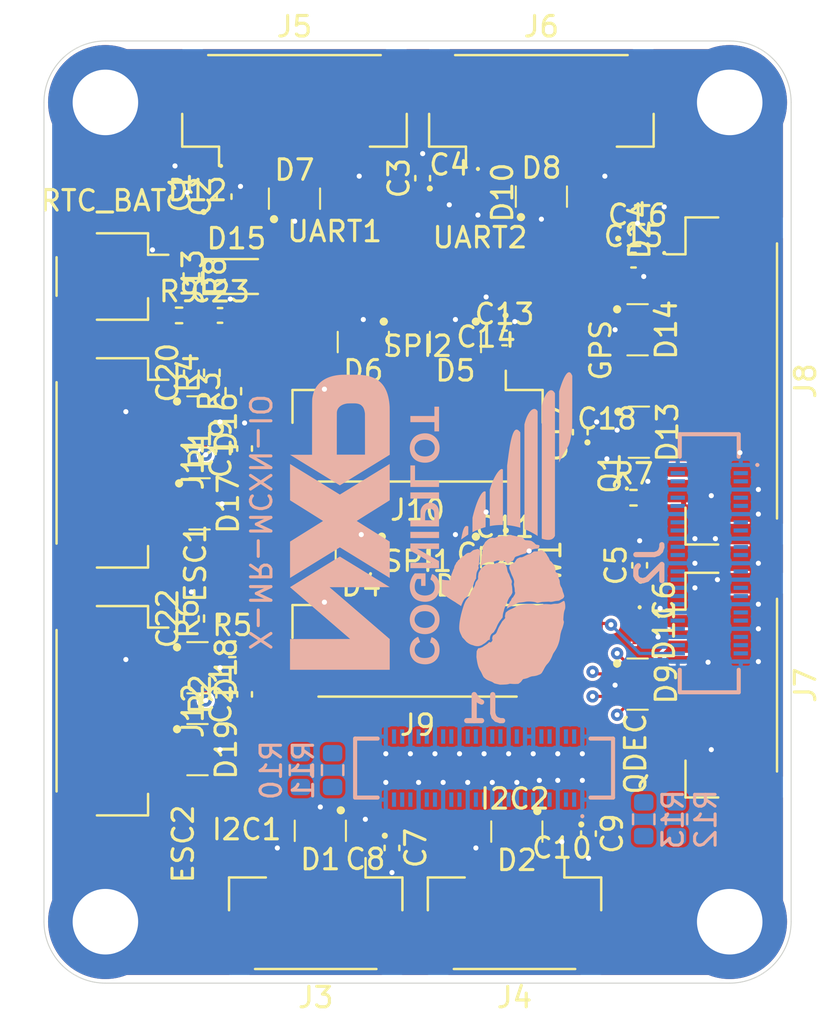
<source format=kicad_pcb>
(kicad_pcb (version 20241229) (generator "pcbnew") (generator_version "9.0")
  (layers (0 "F.Cu" signal) (4 "In1.Cu" signal) (6 "In2.Cu" signal) (2 "B.Cu" signal) (13 "F.Paste" user) (15 "B.Paste" user) (5 "F.SilkS" user "F.Silkscreen") (7 "B.SilkS" user "B.Silkscreen") (1 "F.Mask" user) (3 "B.Mask" user) (25 "Edge.Cuts" user))
  (net 0 "")
  (net 1 "GND")
  (net 2 "+5V")
  (net 3 "ANA_22{slash}OPAMP2_INN")
  (net 4 "ANA_6{slash}DAC2_OUT")
  (net 5 "Net-(D12-K1)")
  (net 7 "P1_9{slash}I3C1_SCL")
  (net 8 "P4_23{slash}FC2_P6")
  (net 9 "+1V8")
  (net 10 "P1_8{slash}I3C1_SDA")
  (net 11 "Net-(D10-K1)")
  (net 12 "P4_3{slash}FC2_P3_UART_CTS")
  (net 13 "P3_21{slash}FLEXIO0_D29")
  (net 14 "P0_23{slash}FLEXIO0_D7")
  (net 15 "P2_10{slash}TRACE_DATA2")
  (net 16 "P3_13{slash}FC6_P5_SPI_CS2")
  (net 17 "VDD_BAT")
  (net 18 "P3_10{slash}FC6_P2_SPI_SDI")
  (net 19 "P4_1{slash}FC2_P1_UART_TXD")
  (net 20 "P4_2{slash}FC2_P2_UART_RTS")
  (net 21 "P2_11{slash}TRACE_DATA3")
  (net 22 "P3_1{slash}FC6_P0_SPI_SDO")
  (net 23 "P3_6{slash}FC6_P1_SPI_SCK")
  (net 24 "P4_20{slash}TRIG_IN8_QDEC1_PA")
  (net 25 "P4_0{slash}FC2_P0_UART_RXD")
  (net 26 "P3_11{slash}PWM0_B3")
  (net 27 "P3_18{slash}FC6_P6_SPI_HREQ")
  (net 28 "P3_4{slash}FC7_P2_SPI_SDI")
  (net 29 "P1_23{slash}ADC1_A23")
  (net 30 "P1_22{slash}TRIG_IN3_QDEC1_PB")
  (net 31 "P3_19{slash}FC7_P6_SPI_HREQ")
  (net 32 "P0_18{slash}FC0_P2_UART_RTS")
  (net 33 "P0_22{slash}FC0_P6")
  (net 34 "P0_17{slash}FC0_P1_UART_TXD")
  (net 35 "P1_2{slash}FC3_P2_UART_TXD")
  (net 36 "P3_0{slash}PWM0_A0")
  (net 37 "P1_17{slash}ADC1_A17")
  (net 38 "P3_2{slash}FC7_P0_SPI_SDO")
  (net 39 "P1_3{slash}FC3_P3_UART_RXD")
  (net 40 "P3_8{slash}SmartDMA_PIO8")
  (net 41 "P1_16{slash}ADC1_A16")
  (net 42 "P0_7{slash}FC0_P3_UART_CTS")
  (net 43 "P2_3{slash}FC9_P1_UART_TXD")
  (net 44 "P3_5{slash}FC7_P3_SPI_CS0")
  (net 45 "P2_8{slash}SAFETY_LED")
  (net 46 "P3_7{slash}PWM0_B1")
  (net 47 "P0_16{slash}FC0_P0_UART_RXD")
  (net 48 "P3_3{slash}FC7_P1_SPI_SCK")
  (net 49 "P2_1{slash}PWM1_B3")
  (net 50 "P2_2{slash}PWM1_A2")
  (net 51 "P2_5{slash}PWM1_B1")
  (net 52 "P2_6{slash}TRIG_IN4_QDEC2_PA")
  (net 53 "P3_12{slash}CT1_MAT2_BUZZER")
  (net 54 "P1_0{slash}FC3_P0_I2C_SDA")
  (net 55 "P2_7{slash}PWM1_B0")
  (net 56 "P3_9{slash}PWM0_B2")
  (net 57 "P2_9{slash}SAFETY_SW")
  (net 58 "P2_4{slash}SDHC0_CLK{slash}FC9_P0")
  (net 59 "P1_18{slash}ADC1_A18")
  (net 60 "P1_1{slash}FC3_P1_I2C_SCL")
  (net 61 "P2_0{slash}TRIG_IN5_QDEC2_PB")
  (net 62 "Net-(D11-K1)")
  (net 63 "/IO1/I2C1_5V")
  (net 64 "/IO1/I2C2_5V")
  (net 65 "/IO1/SPI1_5V")
  (net 66 "/IO1/SPI2_5V")
  (net 67 "Net-(D24-K1)")
  (net 68 "+3V3")
  (net 69 "/IO2/GPS_3V3")
  (net 80 "/IO2/GPS_BUZZER")
  (net 81 "Net-(D15-K)")
  (net 82 "/IO2/CURR1")
  (net 83 "/IO2/VBAT1")
  (net 85 "/IO2/CURR2")
  (net 86 "/IO2/VBAT2")
  (net 89 "Net-(J13-1-Pad2)")
  (net 90 "Net-(Q1-G)")
  (footprint "Resistor_SMD:R_0402_1005Metric" (layer "F.Cu") (at 125.8 71.9 90)
    (property "Reference" "R1")
    (property "Value" "10R")
  )
  (footprint "Resistor_SMD:R_0402_1005Metric" (layer "F.Cu") (at 125.8 83.9 90)
    (property "Reference" "R2")
    (property "Value" "10R")
  )
  (footprint "Capacitors:FIL_NFM15PC104R1A3D" (layer "F.Cu") (at 124.8 59.4 90)
    (property "Reference" "C1")
    (property "Value" "100nF 10V")
  )
  (footprint "Resistor_SMD:R_0402_1005Metric" (layer "F.Cu") (at 125.2 80.2 90)
    (property "Reference" "R6")
    (property "Value" "2k2")
  )
  (footprint "TVS:ESD8104MUTAG" (layer "F.Cu") (at 132.6 66.7 180)
    (property "Reference" "D6")
    (property "Value" "ESD7104MUTAG" (hide yes))
  )
  (footprint "TVS:ESD8104MUTAG" (layer "F.Cu") (at 146 66.1 -90)
    (property "Reference" "D14")
    (property "Value" "ESD7104MUTAG" (hide yes))
  )
  (footprint "Capacitors:FIL_NFM15PC104R1A3D" (layer "F.Cu") (at 136.8 59.2)
    (property "Reference" "C4")
    (property "Value" "100nF 10V")
  )
  (footprint "TVS:ESD8104MUTAG" (layer "F.Cu") (at 130.5 90.5625 180)
    (property "Reference" "D1")
    (property "Value" "ESD7104MUTAG" (hide yes))
  )
  (footprint "Resistor_SMD:R_0402_1005Metric" (layer "F.Cu") (at 124.2 63.5 -90)
    (property "Reference" "R8")
    (property "Value" "75R")
  )
  (footprint "TVS:ESD8104MUTAG" (layer "F.Cu") (at 129.2375 59.7)
    (property "Reference" "D7")
    (property "Value" "ESD7104MUTAG" (hide yes))
  )
  (footprint "Resistor_SMD:R_0402_1005Metric" (layer "F.Cu") (at 123.6 65.4)
    (property "Reference" "R9")
    (property "Value" "0R")
  )
  (footprint "Connector_JST:JST_GH_BM06B-GHS-TBT_1x06-1MP_P1.25mm_Vertical" (layer "F.Cu") (at 129.2375 55.3)
    (property "Reference" "J5")
    (property "Value" "UART1")
  )
  (footprint "Diode_SMD:D_SOD-323" (layer "F.Cu") (at 126.4 63.5)
    (property "Reference" "D15")
    (property "Value" "BAT54HT1G")
  )
  (footprint "Capacitor_SMD:C_0402_1005Metric" (layer "F.Cu") (at 143.6 90.7 -90)
    (property "Reference" "C9")
    (property "Value" "100nF 16V")
  )
  (footprint "Capacitor_SMD:C_0402_1005Metric" (layer "F.Cu") (at 124.2 68.2 90)
    (property "Reference" "C20")
    (property "Value" "100nF 16V")
  )
  (footprint "Capacitor_SMD:C_0402_1005Metric" (layer "F.Cu") (at 146.1 77.6 90)
    (property "Reference" "C5")
    (property "Value" "100nF 16V")
  )
  (footprint "Capacitors:FIL_NFM15PC104R1A3D" (layer "F.Cu") (at 142.3 90.25 180)
    (property "Reference" "C10")
    (property "Value" "100nF 10V")
  )
  (footprint "Capacitor_SMD:C_0402_1005Metric" (layer "F.Cu") (at 125.8 59.6 90)
    (property "Reference" "C2")
    (property "Value" "100nF 16V")
  )
  (footprint "Connector_JST:JST_GH_BM06B-GHS-TBT_1x06-1MP_P1.25mm_Vertical" (layer "F.Cu") (at 150.2 83.45 -90)
    (property "Reference" "J7")
    (property "Value" "QDEC")
  )
  (footprint "Capacitors:FIL_NFM15PC104R1A3D" (layer "F.Cu") (at 138.6125 75.9 180)
    (property "Reference" "C12")
    (property "Value" "100nF 10V")
  )
  (footprint "MountingHole:MountingHole_3.2mm_M3_DIN965_Pad" (layer "F.Cu") (at 120 95)
    (property "Reference" "H2" (hide yes))
    (property "Value" "MountingHole")
  )
  (footprint "Connector_JST:JST_GH_BM06B-GHS-TBT_1x06-1MP_P1.25mm_Vertical" (layer "F.Cu") (at 141.3 55.3)
    (property "Reference" "J6")
    (property "Value" "UART2")
  )
  (footprint "TVS:ESD8104MUTAG" (layer "F.Cu") (at 141.3 59.6)
    (property "Reference" "D8")
    (property "Value" "ESD7104MUTAG" (hide yes))
  )
  (footprint "TVS:PESD5V0S1ULD315" (layer "F.Cu") (at 147.3 61.2 90)
    (property "Reference" "D24")
    (property "Value" "PESD5V0S1UL" (hide yes))
  )
  (footprint "Resistor_SMD:R_0402_1005Metric" (layer "F.Cu") (at 125.2 68.2 90)
    (property "Reference" "R4")
    (property "Value" "2k2")
  )
  (footprint "Connector_JST:JST_SH_SM08B-SRSS-TB_1x08-1MP_P1.00mm_Horizontal" (layer "F.Cu") (at 120.3 72.6 -90)
    (property "Reference" "J11")
    (property "Value" "ESC1")
  )
  (footprint "Capacitor_SMD:C_0402_1005Metric" (layer "F.Cu") (at 126.8 71.9 90)
    (property "Reference" "C19")
    (property "Value" "10nF 25V")
  )
  (footprint "Capacitor_SMD:C_0402_1005Metric" (layer "F.Cu") (at 139.5 66.5)
    (property "Reference" "C13")
    (property "Value" "100nF 16V")
  )
  (footprint "MOSFETs:DFN985X585X50-3N" (layer "F.Cu") (at 145.7 73.1 90)
    (property "Reference" "Q1")
    (property "Value" "NX138BKMYL")
  )
  (footprint "Capacitors:FIL_NFM15PC104R1A3D" (layer "F.Cu") (at 144.5 71.6)
    (property "Reference" "C18")
    (property "Value" "100nF 10V")
  )
  (footprint "TVS:ESD8104MUTAG" (layer "F.Cu") (at 124.5 70.6 -90)
    (property "Reference" "D16")
    (property "Value" "ESD7104MUTAG" (hide yes))
  )
  (footprint "Capacitor_SMD:C_0402_1005Metric" (layer "F.Cu") (at 134 91.4 -90)
    (property "Reference" "C7")
    (property "Value" "100nF 16V")
  )
  (footprint "Capacitor_SMD:C_0402_1005Metric" (layer "F.Cu") (at 124.2 80.2 90)
    (property "Reference" "C22")
    (property "Value" "100nF 16V")
  )
  (footprint "TVS:ESD8104MUTAG" (layer "F.Cu") (at 146 83.4 -90)
    (property "Reference" "D9")
    (property "Value" "ESD7104MUTAG" (hide yes))
  )
  (footprint "MountingHole:MountingHole_3.2mm_M3_DIN965_Pad" (layer "F.Cu") (at 150.5 55)
    (property "Reference" "H3" (hide yes))
    (property "Value" "MountingHole")
  )
  (footprint "TVS:ESD8104MUTAG" (layer "F.Cu") (at 132.5 77.2 180)
    (property "Reference" "D4")
    (property "Value" "ESD7104MUTAG" (hide yes))
  )
  (footprint "MountingHole:MountingHole_3.2mm_M3_DIN965_Pad" (layer "F.Cu") (at 150.5 95)
    (property "Reference" "H4" (hide yes))
    (property "Value" "MountingHole")
  )
  (footprint "TVS:PESD5V0S1ULD315" (layer "F.Cu") (at 146.1 80.8 -90)
    (property "Reference" "D11")
    (property "Value" "PESD5V0S1UL" (hide yes))
  )
  (footprint "Capacitors:FIL_NFM15PC104R1A3D" (layer "F.Cu") (at 146.15 79.3 -90)
    (property "Reference" "C6")
    (property "Value" "100nF 10V")
  )
  (footprint "TVS:PESD5V0S1ULD315" (layer "F.Cu") (at 138.2 59.4 -90)
    (property "Reference" "D10")
    (property "Value" "PESD5V0S1UL" (hide yes))
  )
  (footprint "Resistor_SMD:R_0402_1005Metric" (layer "F.Cu") (at 145.8 74.3)
    (property "Reference" "R7")
    (property "Value" "10k")
  )
  (footprint "Connector_JST:JST_SH_SM02B-SRSS-TB_1x02-1MP_P1.00mm_Horizontal" (layer "F.Cu") (at 120.3 63.5 -90)
    (property "Reference" "J13")
    (property "Value" "RTC_BAT")
  )
  (footprint "Capacitors:FIL_NFM15PC104R1A3D" (layer "F.Cu") (at 132.7 90.8 180)
    (property "Reference" "C8")
    (property "Value" "100nF 10V")
  )
  (footprint "Capacitor_SMD:C_0402_1005Metric" (layer "F.Cu") (at 145.8 62.7)
    (property "Reference" "C15")
    (property "Value" "100nF 16V")
  )
  (footprint "TVS:ESD8104MUTAG" (layer "F.Cu") (at 124.6 74.6 -90)
    (property "Reference" "D17")
    (property "Value" "ESD7104MUTAG" (hide yes))
  )
  (footprint "Capacitor_SMD:C_0402_1005Metric" (layer "F.Cu") (at 135.5 58.7 90)
    (property "Reference" "C3")
    (property "Value" "100nF 16V")
  )
  (footprint "Capacitors:FIL_NFM15PC104R1A3D" (layer "F.Cu") (at 138.6 65.4 180)
    (property "Reference" "C14")
    (property "Value" "100nF 10V")
  )
  (footprint "TVS:ESD8104MUTAG" (layer "F.Cu") (at 137.1 77.2 180)
    (property "Reference" "D3")
    (property "Value" "ESD7104MUTAG" (hide yes))
  )
  (footprint "Connector_JST:JST_GH_BM04B-GHS-TBT_1x04-1MP_P1.25mm_Vertical" (layer "F.Cu") (at 139.9875 94.7 180)
    (property "Reference" "J4")
    (property "Value" "I2C2")
  )
  (footprint "TVS:ESD8104MUTAG" (layer "F.Cu") (at 137.1 66.7 180)
    (property "Reference" "D5")
    (property "Value" "ESD7104MUTAG" (hide yes))
  )
  (footprint "TVS:ESD8104MUTAG" (layer "F.Cu") (at 124.5 86.6 -90)
    (property "Reference" "D19")
    (property "Value" "ESD7104MUTAG" (hide yes))
  )
  (footprint "Resistor_SMD:R_0402_1005Metric" (layer "F.Cu") (at 126.25 69.1 90)
    (property "Reference" "R3")
    (property "Value" "33k")
  )
  (footprint "TVS:ESD8104MUTAG" (layer "F.Cu") (at 140.1 90.6 180)
    (property "Reference" "D2")
    (property "Value" "ESD7104MUTAG" (hide yes))
  )
  (footprint "Connector_JST:JST_GH_BM07B-GHS-TBT_1x07-1MP_P1.25mm_Vertical" (layer "F.Cu") (at 135.25 70.9 180)
    (property "Reference" "J10")
    (property "Value" "SPI2")
  )
  (footprint "Connector_JST:JST_SH_SM08B-SRSS-TB_1x08-1MP_P1.00mm_Horizontal" (layer "F.Cu") (at 120.3 84.7 -90)
    (property "Reference" "J12")
    (property "Value" "ESC2")
  )
  (footprint "TVS:ESD8104MUTAG" (layer "F.Cu") (at 124.5 82.6 -90)
    (property "Reference" "D18")
    (property "Value" "ESD7104MUTAG" (hide yes))
  )
  (footprint "TVS:ESD8104MUTAG" (layer "F.Cu") (at 146.0625 71.1 -90)
    (property "Reference" "D13")
    (property "Value" "ESD7104MUTAG" (hide yes))
  )
  (footprint "Switches:CHS-01TA" (layer "F.Cu") (at 143.8 77.9 90)
    (property "Reference" "SW1")
    (property "Value" "CHS-01TA")
  )
  (footprint "Connector_JST:JST_GH_BM07B-GHS-TBT_1x07-1MP_P1.25mm_Vertical" (layer "F.Cu") (at 135.25 81.4 180)
    (property "Reference" "J9")
    (property "Value" "SPI1")
  )
  (footprint "Connector_JST:JST_GH_BM10B-GHS-TBT_1x10-1MP_P1.25mm_Vertical" (layer "F.Cu") (at 150.2 68.6 -90)
    (property "Reference" "J8")
    (property "Value" "GPS")
  )
  (footprint "MountingHole:MountingHole_3.2mm_M3_DIN965_Pad" (layer "F.Cu") (at 120 55)
    (property "Reference" "H1" (hide yes))
    (property "Value" "MountingHole")
  )
  (footprint "Capacitors:FIL_NFM15PC104R1A3D" (layer "F.Cu") (at 146 61.65)
    (property "Reference" "C16")
    (property "Value" "100nF 10V")
  )
  (footprint "Connector_JST:JST_GH_BM04B-GHS-TBT_1x04-1MP_P1.25mm_Vertical" (layer "F.Cu") (at 130.275 94.7 180)
    (property "Reference" "J3")
    (property "Value" "I2C1")
  )
  (footprint "TVS:PESD5V0S1ULD315" (layer "F.Cu") (at 124.5 58.1 180)
    (property "Reference" "D12")
    (property "Value" "PESD5V0S1UL" (hide yes))
  )
  (footprint "Capacitor_SMD:C_0402_1005Metric" (layer "F.Cu") (at 125.6 65.4)
    (property "Reference" "C23")
    (property "Value" "100nF 16V")
  )
  (footprint "Capacitor_SMD:C_0402_1005Metric" (layer "F.Cu") (at 139.5 76.9)
    (property "Reference" "C11")
    (property "Value" "100nF 16V")
  )
  (footprint "Capacitor_SMD:C_0402_1005Metric" (layer "F.Cu") (at 143.2 71.1 90)
    (property "Reference" "C17")
    (property "Value" "100nF 16V")
  )
  (footprint "Resistor_SMD:R_0402_1005Metric" (layer "F.Cu") (at 126.2 81.7)
    (property "Reference" "R5")
    (property "Value" "33k")
  )
  (footprint "Capacitor_SMD:C_0402_1005Metric" (layer "F.Cu") (at 126.8 83.9 90)
    (property "Reference" "C21")
    (property "Value" "10nF 25V")
  )
  (footprint "Resistor_SMD:R_0603_1608Metric" (layer "B.Cu") (at 146.3 90 90)
    (property "Reference" "R13")
    (property "Value" "4k7")
  )
  (footprint "Connectors:DF40TC(4.0)-50DS-0.4V(51)" (layer "B.Cu") (at 149.5 77.5 -90)
    (property "Reference" "J2")
    (property "Value" "DF40TC(4.0)-50DS-0.4V(51)" (hide yes))
  )
  (footprint "Connectors:DF40TC(4.0)-50DS-0.4V(51)" (layer "B.Cu") (at 138.5 87.5 180)
    (property "Reference" "J1")
    (property "Value" "DF40TC(4.0)-50DS-0.4V(51)" (hide yes))
  )
  (footprint "LOGO" (layer "B.Cu") (at 131.456695 75.498734 90)
    (property "Reference" "G***" (hide yes))
    (property "Value" "LOGO" (hide yes))
  )
  (footprint "Resistor_SMD:R_0603_1608Metric" (layer "B.Cu") (at 131.1 87.6 -90)
    (property "Reference" "R11")
    (property "Value" "4k7")
  )
  (footprint "Resistor_SMD:R_0603_1608Metric" (layer "B.Cu") (at 147.9 90 90)
    (property "Reference" "R12")
    (property "Value" "4k7")
  )
  (footprint "Resistor_SMD:R_0603_1608Metric" (layer "B.Cu") (at 129.53 87.6 -90)
    (property "Reference" "R10")
    (property "Value" "4k7")
  )
  (gr_poly (pts (xy 137.704529 75.690509) (xy 137.684917 75.683093) (xy 137.675412 75.680456) (xy 137.666102 75.678539) (xy 137.65698 75.67735) (xy 137.648042 75.676892) (xy 137.639281 75.677172) (xy 137.630694 75.678195) (xy 137.622273 75.679967) (xy 137.614015 75.682493) (xy 137.605913 75.685778) (xy 137.597962 75.689829) (xy 137.590157 75.694651) (xy 137.582492 75.700248) (xy 137.574963 75.706628) (xy 137.567563 75.713795) (xy 137.560288 75.721755) (xy 137.553132 75.730513) (xy 137.539156 75.750446) (xy 137.525591 75.773639) (xy 137.512396 75.800136) (xy 137.499528 75.82998) (xy 137.486942 75.863217) (xy 137.474598 75.89989) (xy 137.462451 75.940043) (xy 137.450676 75.984786) (xy 137.43706 76.042462) (xy 137.422762 76.107351) (xy 137.408939 76.173735) (xy 137.396747 76.235895) (xy 137.387344 76.288114) (xy 137.381888 76.324674) (xy 137.381002 76.335294) (xy 137.381536 76.339855) (xy 137.382108 76.339754) (xy 137.383416 76.33909) (xy 137.388087 76.336181) (xy 137.395238 76.331349) (xy 137.404557 76.324813) (xy 137.42846 76.307514) (xy 137.457308 76.286049) (xy 137.48858 76.26305) (xy 137.52643 76.236052) (xy 137.567812 76.207128) (xy 137.609679 76.178356) (xy 137.648985 76.151811) (xy 137.682682 76.12957) (xy 137.707724 76.113708) (xy 137.716048 76.108818) (xy 137.721065 76.106302) (xy 137.722435 76.105504) (xy 137.723653 76.104083) (xy 137.724728 76.101831) (xy 137.725668 76.09854) (xy 137.727181 76.088009) (xy 137.728262 76.070826) (xy 137.728981 76.045327) (xy 137.729407 76.009848) (xy 137.729664 75.902298) (xy 137.729664 75.701595)) (fill yes) (layer "B.SilkS"))
  (gr_poly (pts (xy 141.091195 70.04437) (xy 141.074329 70.024094) (xy 141.056839 70.006886) (xy 141.038774 69.992694) (xy 141.020183 69.981469) (xy 141.001114 69.97316) (xy 140.981617 69.967718) (xy 140.96174 69.965092) (xy 140.941532 69.965231) (xy 140.921041 69.968087) (xy 140.900318 69.973608) (xy 140.87941 69.981744) (xy 140.858366 69.992446) (xy 140.837236 70.005663) (xy 140.816068 70.021345) (xy 140.79491 70.039441) (xy 140.773812 70.059902) (xy 140.731991 70.107718) (xy 140.690995 70.164389) (xy 140.651214 70.229516) (xy 140.61304 70.302697) (xy 140.576862 70.38353) (xy 140.543071 70.471614) (xy 140.512059 70.566547) (xy 140.484215 70.667929) (xy 140.470737 70.721831) (xy 140.472065 73.278446) (xy 140.473393 75.835061) (xy 140.544831 75.863965) (xy 140.60331 75.88879) (xy 140.667143 75.917976) (xy 140.734475 75.950561) (xy 140.803456 75.985583) (xy 140.872233 76.022079) (xy 140.938954 76.059089) (xy 141.001765 76.095651) (xy 141.058816 76.130802) (xy 141.116331 76.167457) (xy 141.116331 73.122495) (xy 141.116331 70.077537)) (fill yes) (layer "B.SilkS"))
  (gr_poly (pts (xy 136.323876 80.179315) (xy 136.318265 80.128055) (xy 136.309608 80.078344) (xy 136.297998 80.030258) (xy 136.283528 79.983873) (xy 136.266289 79.939265) (xy 136.246374 79.89651) (xy 136.223876 79.855684) (xy 136.198886 79.816863) (xy 136.171497 79.780123) (xy 136.141802 79.74554) (xy 136.109892 79.71319) (xy 136.075861 79.683149) (xy 136.0398 79.655493) (xy 136.001801 79.630298) (xy 135.961958 79.60764) (xy 135.920362 79.587595) (xy 135.877106 79.57024) (xy 135.832282 79.555649) (xy 135.785982 79.5439) (xy 135.738299 79.535067) (xy 135.689326 79.529228) (xy 135.639153 79.526458) (xy 135.587874 79.526833) (xy 135.535582 79.530429) (xy 135.482368 79.537322) (xy 135.428325 79.547589) (xy 135.373544 79.561304) (xy 135.31812 79.578545) (xy 135.264022 79.599703) (xy 135.213394 79.624861) (xy 135.166237 79.65375) (xy 135.122551 79.686104) (xy 135.082338 79.721654) (xy 135.045598 79.760133) (xy 135.012333 79.801273) (xy 134.982544 79.844806) (xy 134.956231 79.890465) (xy 134.933396 79.937982) (xy 134.91404 79.987089) (xy 134.898164 80.037519) (xy 134.885769 80.089003) (xy 134.876855 80.141274) (xy 134.871425 80.194065) (xy 134.869478 80.247107) (xy 134.871017 80.300133) (xy 134.876041 80.352876) (xy 134.884553 80.405066) (xy 134.896552 80.456438) (xy 134.912041 80.506722) (xy 134.93102 80.555652) (xy 134.953489 80.602959) (xy 134.979452 80.648377) (xy 135.008907 80.691636) (xy 135.041857 80.73247) (xy 135.078302 80.77061) (xy 135.118243 80.805789) (xy 135.161682 80.83774) (xy 135.208619 80.866194) (xy 135.259055 80.890884) (xy 135.312992 80.911542) (xy 135.357747 80.925343) (xy 135.402281 80.936887) (xy 135.446529 80.946207) (xy 135.490426 80.953336) (xy 135.533908 80.958307) (xy 135.576909 80.961154) (xy 135.603607 80.961629) (xy 135.603607 80.655881) (xy 135.574425 80.654793) (xy 135.544712 80.652554) (xy 135.514499 80.649148) (xy 135.483814 80.644561) (xy 135.452686 80.638778) (xy 135.409288 80.628132) (xy 135.368819 80.614613) (xy 135.331272 80.598416) (xy 135.29664 80.579739) (xy 135.264915 80.558778) (xy 135.236091 80.53573) (xy 135.210161 80.510792) (xy 135.187116 80.484159) (xy 135.166951 80.45603) (xy 135.149658 80.426601) (xy 135.13523 80.396068) (xy 135.12366 80.364628) (xy 135.11494 80.332479) (xy 135.109064 80.299815) (xy 135.106024 80.266835) (xy 135.105813 80.233735) (xy 135.108424 80.200712) (xy 135.113851 80.167962) (xy 135.122085 80.135683) (xy 135.133119 80.10407) (xy 135.146947 80.07332) (xy 135.163562 80.043631) (xy 135.182955 80.015199) (xy 135.205121 79.988221) (xy 135.230051 79.962893) (xy 135.25774 79.939412) (xy 135.288179 79.917974) (xy 135.321361 79.898778) (xy 135.35728 79.882018) (xy 135.395928 79.867893) (xy 135.437299 79.856598) (xy 135.481384 79.84833) (xy 135.516987 79.843782) (xy 135.55185 79.840705) (xy 135.585939 79.839074) (xy 135.61922 79.838863) (xy 135.65166 79.840048) (xy 135.683224 79.842601) (xy 135.713879 79.846498) (xy 135.743591 79.851713) (xy 135.772327 79.85822) (xy 135.800051 79.865995) (xy 135.826731 79.87501) (xy 135.852332 79.885241) (xy 135.876822 79.896662) (xy 135.900165 79.909248) (xy 135.922329 79.922972) (xy 135.943278 79.93781) (xy 135.962981 79.953735) (xy 135.981401 79.970722) (xy 135.998507 79.988745) (xy 136.014264 80.00778) (xy 136.028638 80.0278) (xy 136.041595 80.048779) (xy 136.053102 80.070692) (xy 136.063124 80.093514) (xy 136.071628 80.117219) (xy 136.078581 80.14178) (xy 136.083947 80.167174) (xy 136.087694 80.193374) (xy 136.089787 80.220354) (xy 136.090193 80.248088) (xy 136.088878 80.276553) (xy 136.085808 80.30572) (xy 136.081843 80.329965) (xy 136.076568 80.353468) (xy 136.070013 80.376216) (xy 136.062206 80.398193) (xy 136.053176 80.419383) (xy 136.042952 80.439772) (xy 136.031563 80.459344) (xy 136.019038 80.478084) (xy 136.005406 80.495978) (xy 135.990695 80.513008) (xy 135.974935 80.529162) (xy 135.958154 80.544423) (xy 135.940382 80.558775) (xy 135.921646 80.572205) (xy 135.901977 80.584697) (xy 135.881402 80.596235) (xy 135.859952 80.606804) (xy 135.837654 80.61639) (xy 135.814537 80.624977) (xy 135.790631 80.632549) (xy 135.765965 80.639092) (xy 135.740566 80.64459) (xy 135.714465 80.649029) (xy 135.687689 80.652393) (xy 135.660269 80.654666) (xy 135.632232 80.655834) (xy 135.603607 80.655881) (xy 135.603607 80.961629) (xy 135.619364 80.96191) (xy 135.66121 80.960608) (xy 135.70238 80.957281) (xy 135.742811 80.951962) (xy 135.782438 80.944685) (xy 135.821195 80.935483) (xy 135.859019 80.924389) (xy 135.895843 80.911437) (xy 135.931604 80.896659) (xy 135.966236 80.880088) (xy 135.999676 80.861759) (xy 136.031857 80.841704) (xy 136.062715 80.819956) (xy 136.092186 80.796549) (xy 136.120205 80.771516) (xy 136.146706 80.74489) (xy 136.171626 80.716704) (xy 136.194898 80.686992) (xy 136.21646 80.655786) (xy 136.236244 80.62312) (xy 136.254188 80.589028) (xy 136.270226 80.553542) (xy 136.284293 80.516695) (xy 136.296325 80.478521) (xy 136.306256 80.439053) (xy 136.314022 80.398325) (xy 136.321515 80.341629) (xy 136.325594 80.286178) (xy 136.32635 80.232048)) (fill yes) (layer "B.SilkS"))
  (gr_poly (pts (xy 135.599769 75.966554) (xy 134.898622 75.966554) (xy 134.898622 76.117366) (xy 134.898622 76.268179) (xy 135.599769 76.268179) (xy 136.300914 76.268179) (xy 136.300914 76.117366) (xy 136.300914 75.966554)) (fill yes) (layer "B.SilkS"))
  (gr_poly (pts (xy 142.41753 79.109254) (xy 142.416475 79.101696) (xy 142.411938 79.079995) (xy 142.404911 79.052097) (xy 142.396292 79.021103) (xy 142.386976 78.990112) (xy 142.377862 78.962224) (xy 142.369846 78.940539) (xy 142.36653 78.932991) (xy 142.363825 78.928157) (xy 142.362682 78.92632) (xy 142.361447 78.923938) (xy 142.358745 78.917686) (xy 142.355813 78.909698) (xy 142.352742 78.900269) (xy 142.349623 78.889696) (xy 142.346548 78.878275) (xy 142.343608 78.866302) (xy 142.340896 78.854073) (xy 142.337411 78.837875) (xy 142.333891 78.822419) (xy 142.330328 78.807684) (xy 142.326715 78.793647) (xy 142.323045 78.780288) (xy 142.319309 78.767584) (xy 142.315501 78.755514) (xy 142.311612 78.744056) (xy 142.307635 78.733188) (xy 142.303562 78.72289) (xy 142.299386 78.713138) (xy 142.295098 78.703912) (xy 142.290693 78.69519) (xy 142.286161 78.686949) (xy 142.281495 78.67917) (xy 142.276687 78.671828) (xy 142.268834 78.65973) (xy 142.261236 78.646793) (xy 142.253929 78.633124) (xy 142.246947 78.618832) (xy 142.240325 78.604021) (xy 142.234098 78.588801) (xy 142.228299 78.573277) (xy 142.222964 78.557558) (xy 142.218128 78.54175) (xy 142.213823 78.525961) (xy 142.210087 78.510297) (xy 142.206952 78.494865) (xy 142.204453 78.479774) (xy 142.202626 78.465129) (xy 142.201504 78.451038) (xy 142.201122 78.437609) (xy 142.200917 78.425305) (xy 142.200312 78.412869) (xy 142.199322 78.400362) (xy 142.197963 78.387848) (xy 142.196249 78.37539) (xy 142.194196 78.363051) (xy 142.191819 78.350895) (xy 142.189133 78.338985) (xy 142.186153 78.327383) (xy 142.182896 78.316153) (xy 142.179375 78.305358) (xy 142.175606 78.295062) (xy 142.171604 78.285327) (xy 142.167385 78.276216) (xy 142.162964 78.267793) (xy 142.158355 78.260121) (xy 142.151727 78.2497) (xy 142.149022 78.245227) (xy 142.146686 78.241111) (xy 142.144692 78.237252) (xy 142.143014 78.233549) (xy 142.141624 78.229901) (xy 142.140496 78.226208) (xy 142.139601 78.222367) (xy 142.138914 78.21828) (xy 142.138406 78.213844) (xy 142.138052 78.208959) (xy 142.137823 78.203525) (xy 142.137694 78.19744) (xy 142.137622 78.182916) (xy 142.137156 78.163713) (xy 142.13578 78.144821) (xy 142.133529 78.126322) (xy 142.13044 78.108298) (xy 142.126548 78.09083) (xy 142.121888 78.074001) (xy 142.116495 78.057892) (xy 142.110405 78.042586) (xy 142.10711 78.03526) (xy 142.103654 78.028165) (xy 142.100041 78.021311) (xy 142.096276 78.01471) (xy 142.092363 78.00837) (xy 142.088307 78.002303) (xy 142.084112 77.996519) (xy 142.079783 77.991027) (xy 142.075323 77.985839) (xy 142.070738 77.980964) (xy 142.066032 77.976412) (xy 142.061209 77.972194) (xy 142.056274 77.968321) (xy 142.05123 77.964801) (xy 142.046084 77.961647) (xy 142.040838 77.958867) (xy 142.033536 77.954899) (xy 142.026795 77.950394) (xy 142.0206 77.94532) (xy 142.014941 77.939646) (xy 142.009803 77.933338) (xy 142.005176 77.926366) (xy 142.001046 77.918697) (xy 141.997402 77.9103) (xy 141.99423 77.901142) (xy 141.991519 77.891191) (xy 141.989256 77.880416) (xy 141.987429 77.868785) (xy 141.986024 77.856266) (xy 141.985031 77.842827) (xy 141.984436 77.828435) (xy 141.984228 77.81306) (xy 141.983675 77.797257) (xy 141.98209 77.780671) (xy 141.979523 77.763433) (xy 141.976026 77.745679) (xy 141.971649 77.72754) (xy 141.966443 77.709151) (xy 141.96046 77.690644) (xy 141.953751 77.672154) (xy 141.946366 77.653814) (xy 141.938357 77.635756) (xy 141.929774 77.618115) (xy 141.92067 77.601024) (xy 141.911094 77.584616) (xy 141.901098 77.569024) (xy 141.890733 77.554383) (xy 141.88005 77.540825) (xy 141.865206 77.522784) (xy 141.84764 77.501044) (xy 141.829549 77.478343) (xy 141.813127 77.457418) (xy 141.80901 77.452186) (xy 141.804916 77.447119) (xy 141.800857 77.442228) (xy 141.796849 77.437528) (xy 141.792904 77.433034) (xy 141.789036 77.428758) (xy 141.785259 77.424715) (xy 141.781587 77.420919) (xy 141.778032 77.417383) (xy 141.774609 77.414122) (xy 141.771332 77.411149) (xy 141.768214 77.408478) (xy 141.765269 77.406123) (xy 141.76251 77.404098) (xy 141.759952 77.402417) (xy 141.757607 77.401093) (xy 141.752634 77.398475) (xy 141.748079 77.395878) (xy 141.743889 77.393235) (xy 141.740012 77.390474) (xy 141.736395 77.387526) (xy 141.732987 77.384322) (xy 141.729734 77.380791) (xy 141.726585 77.376864) (xy 141.723486 77.372471) (xy 141.720386 77.367542) (xy 141.717233 77.362008) (xy 141.713972 77.355799) (xy 141.710554 77.348845) (xy 141.706924 77.341075) (xy 141.698821 77.322814) (xy 141.686443 77.294766) (xy 141.674904 77.26967) (xy 141.664121 77.247367) (xy 141.658986 77.237214) (xy 141.654008 77.227699) (xy 141.649177 77.218803) (xy 141.644482 77.210507) (xy 141.639912 77.20279) (xy 141.635457 77.195632) (xy 141.631106 77.189013) (xy 141.626849 77.182915) (xy 141.622675 77.177316) (xy 141.618573 77.172197) (xy 141.616386 77.169477) (xy 141.614075 77.166427) (xy 141.60916 77.159467) (xy 141.603987 77.151582) (xy 141.598715 77.143037) (xy 141.593503 77.134098) (xy 141.58851 77.125029) (xy 141.583895 77.116096) (xy 141.579817 77.107564) (xy 141.574254 77.095954) (xy 141.568226 77.084577) (xy 141.561655 77.073349) (xy 141.554464 77.062183) (xy 141.546573 77.050996) (xy 141.537906 77.039703) (xy 141.528384 77.028217) (xy 141.517929 77.016454) (xy 141.506462 77.00433) (xy 141.493907 76.991759) (xy 141.480184 76.978655) (xy 141.465217 76.964934) (xy 141.448926 76.950511) (xy 141.431234 76.935301) (xy 141.391333 76.902179) (xy 141.379182 76.892665) (xy 141.367442 76.884307) (xy 141.356021 76.877096) (xy 141.344827 76.871024) (xy 141.33377 76.866083) (xy 141.328264 76.864033) (xy 141.322757 76.862262) (xy 141.317239 76.86077) (xy 141.311697 76.859555) (xy 141.306121 76.858617) (xy 141.300499 76.857953) (xy 141.294819 76.857563) (xy 141.289069 76.857447) (xy 141.28324 76.857602) (xy 141.277318 76.858028) (xy 141.265153 76.859688) (xy 141.252482 76.862419) (xy 141.239214 76.866211) (xy 141.225258 76.871057) (xy 141.210521 76.876948) (xy 141.194912 76.883875) (xy 141.182122 76.889668) (xy 141.169849 76.894955) (xy 141.158047 76.899748) (xy 141.14667 76.904057) (xy 141.135673 76.907891) (xy 141.125009 76.911262) (xy 141.114633 76.914179) (xy 141.1045 76.916654) (xy 141.094563 76.918695) (xy 141.084777 76.920313) (xy 141.075096 76.92152) (xy 141.065475 76.922324) (xy 141.055867 76.922736) (xy 141.046227 76.922767) (xy 141.03651 76.922427) (xy 141.026669 76.921726) (xy 141.014492 76.920741) (xy 141.003262 76.920046) (xy 140.992879 76.919665) (xy 140.983242 76.919622) (xy 140.974253 76.919941) (xy 140.96581 76.920644) (xy 140.957814 76.921755) (xy 140.950165 76.923298) (xy 140.942763 76.925296) (xy 140.935508 76.927773) (xy 140.9283 76.930752) (xy 140.92104 76.934256) (xy 140.913626 76.93831) (xy 140.905961 76.942936) (xy 140.897943 76.948158) (xy 140.889472 76.954) (xy 140.849728 76.981927) (xy 140.833159 76.993398) (xy 140.818433 77.003393) (xy 140.805282 77.012054) (xy 140.793437 77.01952) (xy 140.78263 77.025933) (xy 140.772591 77.031432) (xy 140.763052 77.036158) (xy 140.753744 77.04025) (xy 140.744398 77.04385) (xy 140.734747 77.047098) (xy 140.724521 77.050134) (xy 140.713451 77.053098) (xy 140.687706 77.059373) (xy 140.678923 77.061607) (xy 140.669164 77.064365) (xy 140.658754 77.067537) (xy 140.648018 77.071016) (xy 140.637282 77.074693) (xy 140.626872 77.078459) (xy 140.617113 77.082206) (xy 140.608331 77.085826) (xy 140.58371 77.096644) (xy 140.559157 77.108114) (xy 140.528103 77.123397) (xy 140.483976 77.145654) (xy 140.447074 77.164087) (xy 140.430977 77.171858) (xy 140.416244 77.178734) (xy 140.40272 77.184765) (xy 140.390249 77.190004) (xy 140.378678 77.194501) (xy 140.36785 77.198308) (xy 140.357612 77.201476) (xy 140.347808 77.204056) (xy 140.338284 77.2061) (xy 140.328885 77.207658) (xy 140.319456 77.208782) (xy 140.309841 77.209524) (xy 140.299888 77.209934) (xy 140.289439 77.210064) (xy 140.275908 77.210177) (xy 140.270081 77.210385) (xy 140.26467 77.210764) (xy 140.259515 77.211363) (xy 140.254458 77.212234) (xy 140.24934 77.213428) (xy 140.244002 77.214997) (xy 140.238287 77.21699) (xy 140.232036 77.21946) (xy 140.22509 77.222458) (xy 140.21729 77.226034) (xy 140.198497 77.235127) (xy 140.174388 77.247147) (xy 140.1478 77.260505) (xy 140.13698 77.266115) (xy 140.127536 77.271277) (xy 140.119263 77.276187) (xy 140.111958 77.281044) (xy 140.105415 77.286045) (xy 140.099431 77.291387) (xy 140.093801 77.297268) (xy 140.088321 77.303886) (xy 140.082785 77.311438) (xy 140.07699 77.320122) (xy 140.070731 77.330135) (xy 140.063805 77.341675) (xy 140.047128 77.370126) (xy 140.039502 77.382788) (xy 140.031788 77.394846) (xy 140.023987 77.406299) (xy 140.016096 77.41715) (xy 140.008115 77.4274) (xy 140.000043 77.437048) (xy 139.991878 77.446097) (xy 139.983621 77.454547) (xy 139.975269 77.4624) (xy 139.966823 77.469655) (xy 139.95828 77.476315) (xy 139.949639 77.482381) (xy 139.940901 77.487852) (xy 139.932063 77.492731) (xy 139.923125 77.497018) (xy 139.914085 77.500714) (xy 139.88431 77.51289) (xy 139.870393 77.519387) (xy 139.857124 77.526155) (xy 139.844505 77.533189) (xy 139.832536 77.54049) (xy 139.82122 77.548053) (xy 139.810556 77.555877) (xy 139.800547 77.56396) (xy 139.791192 77.572299) (xy 139.782495 77.580892) (xy 139.774455 77.589736) (xy 139.767073 77.598831) (xy 139.760352 77.608172) (xy 139.754292 77.617758) (xy 139.748894 77.627587) (xy 139.74416 77.637656) (xy 139.74009 77.647963) (xy 139.736686 77.658507) (xy 139.733948 77.669283) (xy 139.731879 77.680291) (xy 139.730479 77.691528) (xy 139.72975 77.702992) (xy 139.729692 77.71468) (xy 139.730306 77.72659) (xy 139.731595 77.73872) (xy 139.733558 77.751068) (xy 139.736198 77.763631) (xy 139.739515 77.776407) (xy 139.743511 77.789394) (xy 139.748186 77.80259) (xy 139.753542 77.815991) (xy 139.765619 77.8459) (xy 139.780351 77.884304) (xy 139.795876 77.926254) (xy 139.810332 77.966804) (xy 139.817347 77.986486) (xy 139.824936 78.006936) (xy 139.832859 78.027556) (xy 139.840874 78.04775) (xy 139.848741 78.066921) (xy 139.856218 78.084471) (xy 139.863066 78.099805) (xy 139.869043 78.112325) (xy 139.884773 78.144439) (xy 139.899137 78.175193) (xy 139.912143 78.204613) (xy 139.923796 78.232724) (xy 139.934102 78.25955) (xy 139.943069 78.285118) (xy 139.950702 78.309453) (xy 139.957008 78.33258) (xy 139.961993 78.354525) (xy 139.965663 78.375313) (xy 139.968025 78.394969) (xy 139.969086 78.413519) (xy 139.96885 78.430988) (xy 139.967326 78.447402) (xy 139.964519 78.462785) (xy 139.960435 78.477164) (xy 139.958551 78.483825) (xy 139.957105 78.491412) (xy 139.956094 78.499895) (xy 139.955514 78.509246) (xy 139.955363 78.519434) (xy 139.955637 78.530432) (xy 139.956334 78.542209) (xy 139.957451 78.554739) (xy 139.960932 78.581934) (xy 139.966057 78.611787) (xy 139.972801 78.644064) (xy 139.981141 78.678533) (xy 139.984388 78.692046) (xy 139.987155 78.705661) (xy 139.989493 78.719838) (xy 139.991455 78.735038) (xy 139.993092 78.751721) (xy 139.994457 78.770346) (xy 139.995601 78.791374) (xy 139.996577 78.815264) (xy 139.99759 78.841648) (xy 139.998089 78.852767) (xy 139.998601 78.862633) (xy 139.999137 78.871338) (xy 139.999712 78.87898) (xy 140.000337 78.885654) (xy 140.001026 78.891454) (xy 140.001791 78.896476) (xy 140.002206 78.898725) (xy 140.002645 78.900815) (xy 140.00311 78.902758) (xy 140.003601 78.904566) (xy 140.004121 78.906251) (xy 140.004672 78.907825) (xy 140.005254 78.9093) (xy 140.00587 78.910687) (xy 140.006521 78.911999) (xy 140.007208 78.913247) (xy 140.007934 78.914444) (xy 140.0087 78.915601) (xy 140.010357 78.917843) (xy 140.012719 78.921073) (xy 140.014767 78.924356) (xy 140.0165 78.927694) (xy 140.017917 78.931086) (xy 140.019019 78.934534) (xy 140.019807 78.938039) (xy 140.020279 78.9416) (xy 140.020437 78.945219) (xy 140.020279 78.948896) (xy 140.019806 78.952631) (xy 140.019018 78.956426) (xy 140.017915 78.960282) (xy 140.016497 78.964198) (xy 140.014763 78.968175) (xy 140.012715 78.972214) (xy 140.010351 78.976316) (xy 140.009275 78.978178) (xy 140.008229 78.980175) (xy 140.007219 78.98229) (xy 140.00625 78.984505) (xy 140.005327 78.986801) (xy 140.004456 78.98916) (xy 140.003642 78.991563) (xy 140.002891 78.993993) (xy 140.002209 78.996429) (xy 140.001599 78.998855) (xy 140.001069 79.001252) (xy 140.000622 79.003602) (xy 140.000266 79.005885) (xy 140.000005 79.008085) (xy 139.999844 79.010181) (xy 139.999789 79.012157) (xy 139.999731 79.014746) (xy 139.999549 79.017253) (xy 139.999236 79.019694) (xy 139.998784 79.022086) (xy 139.998184 79.024446) (xy 139.997428 79.026789) (xy 139.996507 79.029134) (xy 139.995414 79.031496) (xy 139.99414 79.033893) (xy 139.992677 79.036341) (xy 139.991016 79.038856) (xy 139.989149 79.041456) (xy 139.987069 79.044158) (xy 139.984766 79.046977) (xy 139.982232 79.04993) (xy 139.979459 79.053035) (xy 139.977296 79.055515) (xy 139.975016 79.058318) (xy 139.970176 79.064769) (xy 139.965095 79.072138) (xy 139.959929 79.080175) (xy 139.954833 79.08863) (xy 139.949963 79.097253) (xy 139.945474 79.105795) (xy 139.941523 79.114006) (xy 139.938245 79.120909) (xy 139.934825 79.127561) (xy 139.931269 79.133952) (xy 139.927582 79.140077) (xy 139.923771 79.145927) (xy 139.919842 79.151497) (xy 139.915801 79.156778) (xy 139.911656 79.161763) (xy 139.907411 79.166445) (xy 139.903074 79.170817) (xy 139.89865 79.174872) (xy 139.894145 79.178603) (xy 139.889567 79.182002) (xy 139.884921 79.185062) (xy 139.880214 79.187776) (xy 139.875451 79.190137) (xy 139.873809 79.19108) (xy 139.872067 79.192469) (xy 139.870216 79.194319) (xy 139.868248 79.196647) (xy 139.866152 79.199469) (xy 139.863921 79.202801) (xy 139.859013 79.211061) (xy 139.853452 79.221559) (xy 139.847164 79.234424) (xy 139.840077 79.249786) (xy 139.832118 79.267776) (xy 139.827485 79.278357) (xy 139.823212 79.287968) (xy 139.819266 79.296663) (xy 139.815615 79.304501) (xy 139.812224 79.311536) (xy 139.809062 79.317826) (xy 139.806095 79.323426) (xy 139.80329 79.328393) (xy 139.800614 79.332784) (xy 139.799314 79.334781) (xy 139.798034 79.336655) (xy 139.79677 79.338413) (xy 139.795517 79.340061) (xy 139.794272 79.341608) (xy 139.793031 79.343061) (xy 139.791788 79.344425) (xy 139.790541 79.345709) (xy 139.789285 79.346919) (xy 139.788016 79.348062) (xy 139.786729 79.349146) (xy 139.785421 79.350177) (xy 139.782725 79.352109) (xy 139.78014 79.353957) (xy 139.777644 79.355969) (xy 139.775215 79.358179) (xy 139.772831 79.360623) (xy 139.77047 79.363336) (xy 139.76811 79.366352) (xy 139.765729 79.369706) (xy 139.763307 79.373434) (xy 139.760819 79.37757) (xy 139.758246 79.38215) (xy 139.755565 79.387208) (xy 139.752753 79.39278) (xy 139.746654 79.405604) (xy 139.739772 79.420901) (xy 139.734041 79.433582) (xy 139.727318 79.447918) (xy 139.71188 79.479581) (xy 139.695422 79.511947) (xy 139.687424 79.527162) (xy 139.679908 79.541075) (xy 139.672618 79.554749) (xy 139.665267 79.56928) (xy 139.658056 79.584223) (xy 139.651185 79.599134) (xy 139.644855 79.613568) (xy 139.639264 79.627079) (xy 139.634613 79.639223) (xy 139.631103 79.649554) (xy 139.628156 79.658886) (xy 139.62512 79.668166) (xy 139.622082 79.67715) (xy 139.619129 79.685594) (xy 139.616347 79.693254) (xy 139.613825 79.699885) (xy 139.611648 79.705243) (xy 139.609905 79.709085) (xy 139.608271 79.712434) (xy 139.606963 79.715315) (xy 139.606011 79.71772) (xy 139.605442 79.719643) (xy 139.605311 79.720423) (xy 139.605286 79.72108) (xy 139.605373 79.721614) (xy 139.605573 79.722023) (xy 139.605891 79.722308) (xy 139.60633 79.722467) (xy 139.606894 79.7225) (xy 139.607587 79.722406) (xy 139.608412 79.722184) (xy 139.609373 79.721834) (xy 139.611716 79.720744) (xy 139.614647 79.719131) (xy 139.618193 79.716989) (xy 139.622384 79.714311) (xy 139.627248 79.711092) (xy 139.639114 79.703005) (xy 139.663658 79.686442) (xy 139.687097 79.671335) (xy 139.709412 79.657697) (xy 139.730582 79.645537) (xy 139.750589 79.634868) (xy 139.760149 79.630096) (xy 139.769411 79.625701) (xy 139.778371 79.621684) (xy 139.787028 79.618046) (xy 139.795379 79.614789) (xy 139.803421 79.611915) (xy 139.813106 79.608403) (xy 139.823627 79.604208) (xy 139.834645 79.599486) (xy 139.845826 79.594397) (xy 139.856833 79.589096) (xy 139.867328 79.583742) (xy 139.876977 79.578491) (xy 139.885441 79.573502) (xy 139.893862 79.568388) (xy 139.903388 79.562782) (xy 139.924445 79.550819) (xy 139.945988 79.539073) (xy 139.956122 79.533738) (xy 139.965393 79.529004) (xy 139.985589 79.518593) (xy 140.009281 79.505912) (xy 140.033519 79.492566) (xy 140.055352 79.480157) (xy 140.065628 79.474484) (xy 140.076907 79.468789) (xy 140.089026 79.463126) (xy 140.101821 79.457547) (xy 140.11513 79.452107) (xy 140.128788 79.446858) (xy 140.142633 79.441855) (xy 140.156501 79.437152) (xy 140.170229 79.432801) (xy 140.183653 79.428856) (xy 140.196611 79.425371) (xy 140.208939 79.4224) (xy 140.220474 79.419995) (xy 140.231053 79.418212) (xy 140.240512 79.417102) (xy 140.248688 79.41672) (xy 140.270876 79.415731) (xy 140.302009 79.413017) (xy 140.339183 79.40896) (xy 140.379494 79.403941) (xy 140.420039 79.398342) (xy 140.457914 79.392543) (xy 140.490215 79.386927) (xy 140.514039 79.381875) (xy 140.538729 79.376802) (xy 140.567201 79.372837) (xy 140.598873 79.369945) (xy 140.633161 79.36809) (xy 140.669486 79.367236) (xy 140.707263 79.367348) (xy 140.745913 79.368391) (xy 140.784852 79.370328) (xy 140.823498 79.373126) (xy 140.861271 79.376747) (xy 140.897587 79.381156) (xy 140.931865 79.386319) (xy 140.963522 79.392199) (xy 140.991978 79.398761) (xy 141.01665 79.405969) (xy 141.036956 79.413789) (xy 141.057785 79.422926) (xy 141.066869 79.426515) (xy 141.075381 79.42945) (xy 141.083561 79.431731) (xy 141.091645 79.433357) (xy 141.099871 79.434329) (xy 141.108477 79.434646) (xy 141.1177 79.434308) (xy 141.127779 79.433315) (xy 141.13895 79.431666) (xy 141.151452 79.429361) (xy 141.165522 79.4264) (xy 141.181398 79.422782) (xy 141.219518 79.413577) (xy 141.251896 79.405708) (xy 141.278203 79.399645) (xy 141.300582 79.39509) (xy 141.310968 79.393286) (xy 141.321175 79.391747) (xy 141.331471 79.390436) (xy 141.342125 79.389316) (xy 141.365574 79.3875) (xy 141.393664 79.386001) (xy 141.428539 79.384521) (xy 141.525361 79.380395) (xy 141.605815 79.376615) (xy 141.624899 79.375746) (xy 141.64142 79.375266) (xy 141.655869 79.375198) (xy 141.662471 79.375327) (xy 141.66874 79.375568) (xy 141.674738 79.375924) (xy 141.680526 79.376398) (xy 141.686165 79.376993) (xy 141.691718 79.377713) (xy 141.697246 79.378559) (xy 141.70281 79.379536) (xy 141.714294 79.381891) (xy 141.722493 79.383406) (xy 141.731525 79.384497) (xy 141.741369 79.385168) (xy 141.752008 79.385419) (xy 141.763421 79.385254) (xy 141.775588 79.384675) (xy 141.802108 79.382281) (xy 141.831411 79.378257) (xy 141.863341 79.37262) (xy 141.897741 79.365389) (xy 141.934454 79.356581) (xy 141.951969 79.35276) (xy 141.97481 79.348683) (xy 142.001166 79.344586) (xy 142.02923 79.340704) (xy 142.057192 79.337274) (xy 142.083244 79.334531) (xy 142.105577 79.332713) (xy 142.122382 79.332054) (xy 142.127675 79.331868) (xy 142.133202 79.331308) (xy 142.138975 79.330367) (xy 142.145008 79.329041) (xy 142.151311 79.327324) (xy 142.157899 79.32521) (xy 142.164784 79.322695) (xy 142.171979 79.319773) (xy 142.179495 79.316439) (xy 142.187345 79.312687) (xy 142.195543 79.308511) (xy 142.204101 79.303908) (xy 142.213031 79.29887) (xy 142.222346 79.293393) (xy 142.24218 79.2811) (xy 142.248608 79.277108) (xy 142.25622 79.272567) (xy 142.27387 79.262467) (xy 142.292873 79.252064) (xy 142.302176 79.247143) (xy 142.310972 79.242619) (xy 142.319878 79.237996) (xy 142.328142 79.233444) (xy 142.335807 79.228917) (xy 142.342918 79.224372) (xy 142.349521 79.219763) (xy 142.355658 79.215046) (xy 142.361376 79.210177) (xy 142.366718 79.205111) (xy 142.37173 79.199804) (xy 142.376454 79.19421) (xy 142.380937 79.188285) (xy 142.385222 79.181985) (xy 142.389355 79.175264) (xy 142.393379 79.168079) (xy 142.397339 79.160385) (xy 142.40128 79.152137) (xy 142.404482 79.145153) (xy 142.407487 79.138494) (xy 142.410228 79.132316) (xy 142.412638 79.126775) (xy 142.414649 79.122027) (xy 142.416196 79.118227) (xy 142.41721 79.115534) (xy 142.417497 79.11465) (xy 142.417626 79.114101)) (fill yes) (layer "B.SilkS"))
  (gr_poly (pts (xy 135.599769 74.040388) (xy 134.898622 74.040388) (xy 134.898622 74.1912) (xy 134.898622 74.342012) (xy 135.599769 74.342012) (xy 136.300914 74.342012) (xy 136.300914 74.1912) (xy 136.300914 74.040388)) (fill yes) (layer "B.SilkS"))
  (gr_poly (pts (xy 136.325925 78.616816) (xy 136.324608 78.585943) (xy 136.322356 78.555619) (xy 136.319177 78.525863) (xy 136.315079 78.496694) (xy 136.310069 78.468132) (xy 136.304155 78.440196) (xy 136.297346 78.412906) (xy 136.289648 78.386281) (xy 136.281069 78.360341) (xy 136.271617 78.335106) (xy 136.261301 78.310594) (xy 136.250127 78.286826) (xy 136.238104 78.263821) (xy 136.225239 78.241598) (xy 136.211539 78.220178) (xy 136.197014 78.199578) (xy 136.18167 78.17982) (xy 136.165515 78.160922) (xy 136.148558 78.142905) (xy 136.130805 78.125787) (xy 136.112264 78.109588) (xy 136.092944 78.094327) (xy 136.072852 78.080025) (xy 136.051995 78.066701) (xy 136.030382 78.054373) (xy 136.008021 78.043062) (xy 135.990481 78.03468) (xy 135.98338 78.03165) (xy 135.977182 78.029655) (xy 135.974372 78.029107) (xy 135.971729 78.028892) (xy 135.969233 78.029034) (xy 135.966864 78.029557) (xy 135.964602 78.030487) (xy 135.962429 78.031848) (xy 135.960324 78.033663) (xy 135.958268 78.035959) (xy 135.956241 78.038759) (xy 135.954222 78.042087) (xy 135.950135 78.05043) (xy 135.945849 78.061183) (xy 135.941207 78.074542) (xy 135.930223 78.109865) (xy 135.915924 78.157971) (xy 135.900901 78.208143) (xy 135.894993 78.22799) (xy 135.890132 78.244744) (xy 135.886303 78.258706) (xy 135.884771 78.264735) (xy 135.883492 78.270178) (xy 135.882463 78.275074) (xy 135.881682 78.279461) (xy 135.881148 78.283374) (xy 135.880858 78.286854) (xy 135.880811 78.289936) (xy 135.881005 78.292659) (xy 135.881438 78.29506) (xy 135.881743 78.296152) (xy 135.882107 78.297177) (xy 135.88253 78.298141) (xy 135.883012 78.299048) (xy 135.884149 78.300709) (xy 135.885518 78.302199) (xy 135.887116 78.303555) (xy 135.888941 78.304815) (xy 135.890991 78.306017) (xy 135.893265 78.307197) (xy 135.895761 78.308394) (xy 135.901408 78.310989) (xy 135.907918 78.314101) (xy 135.923894 78.322842) (xy 135.93921 78.332713) (xy 135.953856 78.343658) (xy 135.967818 78.355623) (xy 135.981086 78.368554) (xy 135.993646 78.382394) (xy 136.005486 78.39709) (xy 136.016596 78.412585) (xy 136.026962 78.428827) (xy 136.036572 78.445758) (xy 136.053479 78.481473) (xy 136.067219 78.51929) (xy 136.077697 78.558771) (xy 136.084816 78.599477) (xy 136.088479 78.640967) (xy 136.088591 78.682803) (xy 136.085054 78.724546) (xy 136.081888 78.745245) (xy 136.077773 78.765756) (xy 136.072699 78.786024) (xy 136.066652 78.805994) (xy 136.05962 78.825611) (xy 136.051593 78.84482) (xy 136.042557 78.863567) (xy 136.0325 78.881796) (xy 136.016257 78.906469) (xy 135.997703 78.92943) (xy 135.976997 78.950685) (xy 135.954298 78.970239) (xy 135.929764 78.988097) (xy 135.903553 79.004267) (xy 135.875825 79.018752) (xy 135.846738 79.03156) (xy 135.816452 79.042695) (xy 135.785123 79.052164) (xy 135.752912 79.059972) (xy 135.719976 79.066124) (xy 135.686476 79.070627) (xy 135.652568 79.073486) (xy 135.618412 79.074707) (xy 135.584166 79.074295) (xy 135.54999 79.072256) (xy 135.516042 79.068596) (xy 135.48248 79.063321) (xy 135.449463 79.056436) (xy 135.41715 79.047946) (xy 135.3857 79.037859) (xy 135.35527 79.026178) (xy 135.326021 79.01291) (xy 135.29811 78.998061) (xy 135.271696 78.981637) (xy 135.246938 78.963642) (xy 135.223994 78.944083) (xy 135.203024 78.922965) (xy 135.184185 78.900294) (xy 135.167637 78.876076) (xy 135.153538 78.850317) (xy 135.14097 78.820574) (xy 135.13072 78.788448) (xy 135.122751 78.754301) (xy 135.117028 78.718493) (xy 135.113514 78.681386) (xy 135.112171 78.643343) (xy 135.112964 78.604724) (xy 135.115856 78.565891) (xy 135.12081 78.527205) (xy 135.12779 78.48903) (xy 135.136759 78.451725) (xy 135.14768 78.415652) (xy 135.160518 78.381174) (xy 135.175234 78.348651) (xy 135.191794 78.318445) (xy 135.210159 78.290919) (xy 135.226774 78.268429) (xy 135.324634 78.268429) (xy 135.422498 78.268429) (xy 135.422498 78.437762) (xy 135.422498 78.607095) (xy 135.530977 78.607095) (xy 135.639456 78.607095) (xy 135.639456 78.300179) (xy 135.639456 77.993262) (xy 135.377852 77.993262) (xy 135.116243 77.993262) (xy 135.086604 78.028203) (xy 135.05493 78.067906) (xy 135.025854 78.10916) (xy 134.999358 78.151814) (xy 134.975419 78.195715) (xy 134.954018 78.240711) (xy 134.935133 78.286649) (xy 134.918745 78.333378) (xy 134.904833 78.380745) (xy 134.893376 78.428598) (xy 134.884353 78.476785) (xy 134.877745 78.525153) (xy 134.87353 78.57355) (xy 134.871688 78.621823) (xy 134.872198 78.669821) (xy 134.87504 78.717392) (xy 134.880193 78.764382) (xy 134.887637 78.810641) (xy 134.897351 78.856014) (xy 134.909314 78.900351) (xy 134.923506 78.943498) (xy 134.939907 78.985305) (xy 134.958495 79.025617) (xy 134.979251 79.064284) (xy 135.002153 79.101153) (xy 135.027181 79.136071) (xy 135.054315 79.168886) (xy 135.083534 79.199446) (xy 135.114817 79.227599) (xy 135.148144 79.253193) (xy 135.183494 79.276075) (xy 135.220846 79.296092) (xy 135.260181 79.313094) (xy 135.307289 79.329933) (xy 135.354204 79.344333) (xy 135.400854 79.356329) (xy 135.447167 79.365954) (xy 135.493071 79.373243) (xy 135.538493 79.37823) (xy 135.583362 79.38095) (xy 135.627605 79.381437) (xy 135.671149 79.379725) (xy 135.713923 79.375848) (xy 135.755854 79.369842) (xy 135.79687 79.36174) (xy 135.836899 79.351576) (xy 135.875868 79.339386) (xy 135.913706 79.325203) (xy 135.950339 79.309061) (xy 135.985696 79.290995) (xy 136.019705 79.27104) (xy 136.052293 79.249229) (xy 136.083387 79.225597) (xy 136.112917 79.200178) (xy 136.140808 79.173008) (xy 136.16699 79.144119) (xy 136.19139 79.113546) (xy 136.213936 79.081324) (xy 136.234554 79.047487) (xy 136.253174 79.012069) (xy 136.269723 78.975104) (xy 136.284129 78.936628) (xy 136.296319 78.896674) (xy 136.30622 78.855277) (xy 136.313762 78.81247) (xy 136.318217 78.778718) (xy 136.32169 78.745397) (xy 136.32419 78.712527) (xy 136.325724 78.680127) (xy 136.3263 78.648217)) (fill yes) (layer "B.SilkS"))
  (gr_poly (pts (xy 136.323876 71.807899) (xy 136.318265 71.756639) (xy 136.309608 71.706928) (xy 136.297998 71.658842) (xy 136.283528 71.612457) (xy 136.266289 71.567849) (xy 136.246374 71.525094) (xy 136.223876 71.484268) (xy 136.198886 71.445447) (xy 136.171497 71.408707) (xy 136.141802 71.374124) (xy 136.109892 71.341774) (xy 136.075861 71.311733) (xy 136.0398 71.284077) (xy 136.001801 71.258882) (xy 135.961958 71.236224) (xy 135.920362 71.21618) (xy 135.877106 71.198824) (xy 135.832282 71.184234) (xy 135.785982 71.172484) (xy 135.738299 71.163652) (xy 135.689326 71.157813) (xy 135.639153 71.155042) (xy 135.587874 71.155417) (xy 135.535582 71.159014) (xy 135.482368 71.165907) (xy 135.428325 71.176173) (xy 135.373544 71.189889) (xy 135.31812 71.20713) (xy 135.264022 71.228288) (xy 135.213394 71.253445) (xy 135.166237 71.282335) (xy 135.122551 71.314688) (xy 135.082338 71.350238) (xy 135.045598 71.388717) (xy 135.012333 71.429857) (xy 134.982544 71.473391) (xy 134.956231 71.51905) (xy 134.933396 71.566566) (xy 134.91404 71.615673) (xy 134.898164 71.666103) (xy 134.885769 71.717587) (xy 134.876855 71.769858) (xy 134.871425 71.822649) (xy 134.869478 71.875691) (xy 134.871017 71.928717) (xy 134.876041 71.98146) (xy 134.884553 72.03365) (xy 134.896552 72.085022) (xy 134.912041 72.135306) (xy 134.93102 72.184236) (xy 134.953489 72.231543) (xy 134.979452 72.27696) (xy 135.008907 72.32022) (xy 135.041857 72.361053) (xy 135.078302 72.399194) (xy 135.118243 72.434373) (xy 135.161682 72.466324) (xy 135.208619 72.494778) (xy 135.259055 72.519468) (xy 135.312992 72.540127) (xy 135.357747 72.553928) (xy 135.402281 72.565471) (xy 135.446529 72.574791) (xy 135.490426 72.58192) (xy 135.533908 72.586891) (xy 135.576909 72.589738) (xy 135.603607 72.590214) (xy 135.603607 72.284465) (xy 135.574425 72.283377) (xy 135.544712 72.281137) (xy 135.514499 72.277732) (xy 135.483814 72.273145) (xy 135.452686 72.267362) (xy 135.409288 72.256716) (xy 135.368819 72.243197) (xy 135.331272 72.227) (xy 135.29664 72.208323) (xy 135.264915 72.187362) (xy 135.236091 72.164314) (xy 135.210161 72.139375) (xy 135.187116 72.112743) (xy 135.166951 72.084614) (xy 135.149658 72.055184) (xy 135.13523 72.024651) (xy 135.12366 71.993212) (xy 135.11494 71.961062) (xy 135.109064 71.928399) (xy 135.106024 71.895419) (xy 135.105813 71.862319) (xy 135.108424 71.829295) (xy 135.113851 71.796545) (xy 135.122085 71.764266) (xy 135.133119 71.732653) (xy 135.146947 71.701903) (xy 135.163562 71.672214) (xy 135.182955 71.643782) (xy 135.205121 71.616804) (xy 135.230051 71.591476) (xy 135.25774 71.567995) (xy 135.288179 71.546558) (xy 135.321361 71.527361) (xy 135.35728 71.510601) (xy 135.395928 71.496476) (xy 135.437299 71.485181) (xy 135.481384 71.476914) (xy 135.516987 71.472365) (xy 135.55185 71.469288) (xy 135.585939 71.467657) (xy 135.61922 71.467447) (xy 135.65166 71.468631) (xy 135.683224 71.471185) (xy 135.713879 71.475082) (xy 135.743591 71.480297) (xy 135.772327 71.486804) (xy 135.800051 71.494578) (xy 135.826731 71.503594) (xy 135.852332 71.513825) (xy 135.876822 71.525246) (xy 135.900165 71.537831) (xy 135.922329 71.551556) (xy 135.943278 71.566393) (xy 135.962981 71.582318) (xy 135.981401 71.599305) (xy 135.998507 71.617329) (xy 136.014264 71.636363) (xy 136.028638 71.656383) (xy 136.041595 71.677362) (xy 136.053102 71.699276) (xy 136.063124 71.722097) (xy 136.071628 71.745802) (xy 136.078581 71.770364) (xy 136.083947 71.795757) (xy 136.087694 71.821957) (xy 136.089787 71.848937) (xy 136.090193 71.876672) (xy 136.088878 71.905136) (xy 136.085808 71.934304) (xy 136.081843 71.958548) (xy 136.076568 71.982052) (xy 136.070013 72.0048) (xy 136.062206 72.026776) (xy 136.053176 72.047967) (xy 136.042952 72.068355) (xy 136.031563 72.087928) (xy 136.019038 72.106668) (xy 136.005406 72.124561) (xy 135.990695 72.141592) (xy 135.974935 72.157745) (xy 135.958154 72.173006) (xy 135.940382 72.187359) (xy 135.921646 72.200789) (xy 135.901977 72.21328) (xy 135.881402 72.224818) (xy 135.859952 72.235388) (xy 135.837654 72.244974) (xy 135.814537 72.25356) (xy 135.790631 72.261133) (xy 135.765965 72.267676) (xy 135.740566 72.273174) (xy 135.714465 72.277613) (xy 135.687689 72.280976) (xy 135.660269 72.28325) (xy 135.632232 72.284418) (xy 135.603607 72.284465) (xy 135.603607 72.590214) (xy 135.619364 72.590494) (xy 135.66121 72.589192) (xy 135.70238 72.585865) (xy 135.742811 72.580546) (xy 135.782438 72.573269) (xy 135.821195 72.564067) (xy 135.859019 72.552973) (xy 135.895843 72.540021) (xy 135.931604 72.525243) (xy 135.966236 72.508672) (xy 135.999676 72.490343) (xy 136.031857 72.470288) (xy 136.062715 72.44854) (xy 136.092186 72.425133) (xy 136.120205 72.4001) (xy 136.146706 72.373474) (xy 136.171626 72.345288) (xy 136.194898 72.315576) (xy 136.21646 72.28437) (xy 136.236244 72.251704) (xy 136.254188 72.217612) (xy 136.270226 72.182125) (xy 136.284293 72.145279) (xy 136.296325 72.107105) (xy 136.306256 72.067637) (xy 136.314022 72.026909) (xy 136.321515 71.970213) (xy 136.325594 71.914762) (xy 136.32635 71.860632)) (fill yes) (layer "B.SilkS"))
  (gr_poly (pts (xy 141.211187 76.645907) (xy 141.210641 76.643668) (xy 141.209708 76.641414) (xy 141.208403 76.639151) (xy 141.206741 76.636885) (xy 141.204736 76.634622) (xy 141.199762 76.63013) (xy 141.193598 76.625721) (xy 141.186364 76.621444) (xy 141.178178 76.617345) (xy 141.169161 76.613473) (xy 141.159432 76.609874) (xy 141.149109 76.606597) (xy 141.138313 76.603689) (xy 141.127161 76.601197) (xy 141.115774 76.599168) (xy 141.10427 76.597652) (xy 141.092769 76.596693) (xy 141.08139 76.596342) (xy 141.078391 76.596239) (xy 141.075293 76.595952) (xy 141.072101 76.595483) (xy 141.068823 76.594839) (xy 141.062039 76.593043) (xy 141.054996 76.590598) (xy 141.047752 76.587543) (xy 141.040363 76.583914) (xy 141.032887 76.579749) (xy 141.025379 76.575085) (xy 141.017897 76.569959) (xy 141.010497 76.564407) (xy 141.003237 76.558468) (xy 140.996172 76.552178) (xy 140.989361 76.545575) (xy 140.982859 76.538694) (xy 140.976723 76.531575) (xy 140.971011 76.524253) (xy 140.96925 76.521961) (xy 140.967295 76.519581) (xy 140.965169 76.517132) (xy 140.96289 76.514633) (xy 140.960479 76.512103) (xy 140.957957 76.50956) (xy 140.955345 76.507024) (xy 140.952662 76.504513) (xy 140.94993 76.502045) (xy 140.947167 76.499641) (xy 140.944396 76.497318) (xy 140.941637 76.495095) (xy 140.938909 76.492991) (xy 140.936234 76.491026) (xy 140.933632 76.489216) (xy 140.931122 76.487583) (xy 140.919006 76.479733) (xy 140.903618 76.469391) (xy 140.886934 76.457902) (xy 140.87093 76.446608) (xy 140.859169 76.438506) (xy 140.847409 76.431089) (xy 140.83551 76.42432) (xy 140.823328 76.418165) (xy 140.810723 76.412586) (xy 140.797552 76.407549) (xy 140.783674 76.403018) (xy 140.768946 76.398956) (xy 140.753228 76.395328) (xy 140.736376 76.392098) (xy 140.718251 76.38923) (xy 140.698709 76.386689) (xy 140.677609 76.384438) (xy 140.654809 76.382442) (xy 140.603542 76.379071) (xy 140.567906 76.376981) (xy 140.553224 76.3759) (xy 140.540353 76.374689) (xy 140.534531 76.37401) (xy 140.529083 76.373268) (xy 140.523982 76.372453) (xy 140.519203 76.371557) (xy 140.51472 76.370567) (xy 140.510505 76.369475) (xy 140.506534 76.368271) (xy 140.502779 76.366945) (xy 140.499214 76.365486) (xy 140.495813 76.363884) (xy 140.49255 76.36213) (xy 140.489399 76.360214) (xy 140.486333 76.358126) (xy 140.483326 76.355855) (xy 140.480352 76.353392) (xy 140.477385 76.350726) (xy 140.474399 76.347848) (xy 140.471366 76.344748) (xy 140.465059 76.337842) (xy 140.458253 76.329926) (xy 140.45074 76.320921) (xy 140.423498 76.287854) (xy 140.412476 76.274694) (xy 140.402675 76.263515) (xy 140.39371 76.254113) (xy 140.385199 76.246287) (xy 140.376757 76.239833) (xy 140.372442 76.237059) (xy 140.368 76.234551) (xy 140.363384 76.232286) (xy 140.358545 76.230238) (xy 140.348007 76.22669) (xy 140.336004 76.223707) (xy 140.32215 76.221086) (xy 140.306063 76.218625) (xy 140.287358 76.216121) (xy 140.24056 76.210177) (xy 140.208073 76.205783) (xy 140.17781 76.201251) (xy 140.148575 76.196344) (xy 140.119173 76.190827) (xy 140.088407 76.184464) (xy 140.055081 76.177017) (xy 140.018 76.168252) (xy 139.975966 76.157932) (xy 139.946212 76.150836) (xy 139.917938 76.144739) (xy 139.891073 76.139644) (xy 139.865545 76.13555) (xy 139.841281 76.13246) (xy 139.818211 76.130376) (xy 139.796262 76.129299) (xy 139.775362 76.12923) (xy 139.75544 76.130172) (xy 139.736423 76.132125) (xy 139.718239 76.135091) (xy 139.700818 76.139072) (xy 139.684086 76.144069) (xy 139.667972 76.150083) (xy 139.652404 76.157117) (xy 139.63731 76.165172) (xy 139.629467 76.169581) (xy 139.622139 76.173431) (xy 139.615185 76.176731) (xy 139.60846 76.179488) (xy 139.601822 76.18171) (xy 139.595127 76.183405) (xy 139.588234 76.184581) (xy 139.580998 76.185246) (xy 139.573277 76.185408) (xy 139.564928 76.185074) (xy 139.555807 76.184253) (xy 139.545772 76.182953) (xy 139.53468 76.181181) (xy 139.522388 76.178945) (xy 139.493631 76.173114) (xy 139.465045 76.167401) (xy 139.452224 76.165133) (xy 139.440227 76.163255) (xy 139.428934 76.161765) (xy 139.418227 76.160661) (xy 139.407985 76.159942) (xy 139.398091 76.159605) (xy 139.388425 76.15965) (xy 139.378869 76.160074) (xy 139.369303 76.160875) (xy 139.359608 76.162052) (xy 139.349666 76.163604) (xy 139.339357 76.165527) (xy 139.328563 76.167821) (xy 139.317164 76.170484) (xy 139.300931 76.174109) (xy 139.278247 76.178764) (xy 139.252117 76.183848) (xy 139.22555 76.188761) (xy 139.207189 76.192225) (xy 139.19104 76.195707) (xy 139.183545 76.197539) (xy 139.176305 76.199475) (xy 139.169218 76.201548) (xy 139.162185 76.203793) (xy 139.155107 76.206241) (xy 139.147883 76.208926) (xy 139.132601 76.21514) (xy 139.115541 76.222701) (xy 139.095904 76.231873) (xy 139.028768 76.263755) (xy 138.975852 76.260088) (xy 138.945874 76.258235) (xy 138.918646 76.257141) (xy 138.893795 76.25696) (xy 138.870948 76.257844) (xy 138.849734 76.259947) (xy 138.839623 76.261502) (xy 138.82978 76.26342) (xy 138.820159 76.265718) (xy 138.810713 76.268417) (xy 138.801396 76.271535) (xy 138.792162 76.275091) (xy 138.782963 76.279105) (xy 138.773754 76.283595) (xy 138.764487 76.288581) (xy 138.755117 76.294081) (xy 138.735878 76.306703) (xy 138.715666 76.321613) (xy 138.694107 76.338965) (xy 138.67083 76.358911) (xy 138.645463 76.381603) (xy 138.617632 76.407196) (xy 138.550454 76.469559) (xy 138.512535 76.544293) (xy 138.504668 76.560019) (xy 138.496847 76.576067) (xy 138.489276 76.591987) (xy 138.482162 76.607331) (xy 138.475711 76.621649) (xy 138.470128 76.63449) (xy 138.46562 76.645406) (xy 138.462391 76.653947) (xy 138.450351 76.687934) (xy 138.438573 76.720617) (xy 138.435227 76.730371) (xy 138.432584 76.739703) (xy 138.431503 76.744432) (xy 138.43057 76.749321) (xy 138.429774 76.754457) (xy 138.429107 76.75993) (xy 138.42812 76.772241) (xy 138.427535 76.786959) (xy 138.427275 76.804793) (xy 138.427265 76.82645) (xy 138.42727 76.848345) (xy 138.427195 76.857635) (xy 138.427057 76.865931) (xy 138.426845 76.873318) (xy 138.426551 76.879878) (xy 138.426165 76.885696) (xy 138.425677 76.890856) (xy 138.425079 76.895441) (xy 138.424361 76.899534) (xy 138.423514 76.903221) (xy 138.422528 76.906583) (xy 138.421393 76.909706) (xy 138.420102 76.912673) (xy 138.418644 76.915567) (xy 138.41701 76.918472) (xy 138.41548 76.921135) (xy 138.414128 76.923618) (xy 138.412951 76.925944) (xy 138.411945 76.928136) (xy 138.411108 76.930217) (xy 138.410435 76.93221) (xy 138.409924 76.934138) (xy 138.409571 76.936024) (xy 138.409372 76.93789) (xy 138.409325 76.939759) (xy 138.409426 76.941655) (xy 138.409671 76.9436) (xy 138.410057 76.945618) (xy 138.410581 76.947731) (xy 138.41124 76.949961) (xy 138.41203 76.952333) (xy 138.413798 76.958706) (xy 138.415036 76.966087) (xy 138.415753 76.974405) (xy 138.415961 76.983591) (xy 138.415671 76.993574) (xy 138.414894 77.004285) (xy 138.413642 77.015653) (xy 138.411925 77.027609) (xy 138.409755 77.040083) (xy 138.407143 77.053004) (xy 138.4041 77.066303) (xy 138.400637 77.079909) (xy 138.396765 77.093754) (xy 138.392496 77.107765) (xy 138.38784 77.121875) (xy 138.38281 77.136012) (xy 138.380509 77.143474) (xy 138.378485 77.152826) (xy 138.376706 77.164425) (xy 138.375136 77.178627) (xy 138.373744 77.195789) (xy 138.372494 77.216267) (xy 138.371354 77.240419) (xy 138.370289 77.268601) (xy 138.36947 77.290562) (xy 138.368573 77.311266) (xy 138.367626 77.330246) (xy 138.366659 77.347031) (xy 138.365701 77.361154) (xy 138.364781 77.372145) (xy 138.363928 77.379536) (xy 138.363536 77.381735) (xy 138.363172 77.382858) (xy 138.3628 77.383745) (xy 138.362387 77.385253) (xy 138.361451 77.389992) (xy 138.3604 77.396791) (xy 138.359268 77.405368) (xy 138.356905 77.426724) (xy 138.354642 77.451798) (xy 138.353275 77.467041) (xy 138.351743 77.481028) (xy 138.350045 77.49376) (xy 138.349133 77.499655) (xy 138.348181 77.505238) (xy 138.347187 77.510506) (xy 138.346151 77.515462) (xy 138.345074 77.520105) (xy 138.343956 77.524434) (xy 138.342796 77.52845) (xy 138.341595 77.532154) (xy 138.340353 77.535545) (xy 138.339069 77.538623) (xy 138.331389 77.556229) (xy 138.324901 77.572002) (xy 138.319608 77.585959) (xy 138.317412 77.592261) (xy 138.315516 77.598116) (xy 138.313923 77.603525) (xy 138.312631 77.60849) (xy 138.311643 77.613014) (xy 138.310958 77.617098) (xy 138.310578 77.620744) (xy 138.310502 77.623955) (xy 138.310732 77.626732) (xy 138.311269 77.629078) (xy 138.312112 77.630994) (xy 138.313263 77.632483) (xy 138.314722 77.633547) (xy 138.316491 77.634187) (xy 138.318569 77.634407) (xy 138.320957 77.634207) (xy 138.323656 77.63359) (xy 138.326667 77.632558) (xy 138.32999 77.631113) (xy 138.333625 77.629257) (xy 138.337575 77.626992) (xy 138.341839 77.62432) (xy 138.346418 77.621244) (xy 138.351312 77.617764) (xy 138.36205 77.609606) (xy 138.395184 77.583615) (xy 138.422873 77.56205) (xy 138.434931 77.553355) (xy 138.448982 77.544327) (xy 138.464779 77.535068) (xy 138.482075 77.525679) (xy 138.500625 77.516264) (xy 138.520183 77.506923) (xy 138.561336 77.488875) (xy 138.603565 77.472351) (xy 138.624467 77.464915) (xy 138.6449 77.458167) (xy 138.664618 77.452208) (xy 138.683374 77.447141) (xy 138.700921 77.443066) (xy 138.717015 77.440087) (xy 138.737904 77.437031) (xy 138.747256 77.435874) (xy 138.756049 77.434972) (xy 138.764408 77.434328) (xy 138.77246 77.433948) (xy 138.780329 77.433837) (xy 138.788144 77.433999) (xy 138.796029 77.43444) (xy 138.80411 77.435163) (xy 138.812514 77.436175) (xy 138.821367 77.43748) (xy 138.830794 77.439082) (xy 138.840922 77.440987) (xy 138.863785 77.445723) (xy 138.879549 77.448982) (xy 138.886315 77.450138) (xy 138.892593 77.450922) (xy 138.898574 77.451293) (xy 138.904452 77.451208) (xy 138.910416 77.450626) (xy 138.916659 77.449506) (xy 138.923373 77.447805) (xy 138.93075 77.445482) (xy 138.938981 77.442495) (xy 138.948258 77.438802) (xy 138.970718 77.429132) (xy 138.999664 77.416137) (xy 139.009959 77.411716) (xy 139.021998 77.406937) (xy 139.035344 77.40195) (xy 139.049559 77.396908) (xy 139.064206 77.391961) (xy 139.078847 77.387261) (xy 139.093044 77.382959) (xy 139.10636 77.379207) (xy 139.168077 77.362591) (xy 139.227767 77.37401) (xy 139.240126 77.376459) (xy 139.252372 77.379043) (xy 139.264186 77.381684) (xy 139.275249 77.384303) (xy 139.285241 77.386824) (xy 139.293843 77.389168) (xy 139.300737 77.391257) (xy 139.303443 77.392181) (xy 139.305602 77.393013) (xy 139.309945 77.394758) (xy 139.31409 77.396259) (xy 139.318106 77.397513) (xy 139.322064 77.39852) (xy 139.326032 77.399276) (xy 139.330081 77.39978) (xy 139.33428 77.400029) (xy 139.3387 77.400021) (xy 139.34341 77.399755) (xy 139.348479 77.399227) (xy 139.353979 77.398437) (xy 139.359978 77.397382) (xy 139.366546 77.396059) (xy 139.373753 77.394467) (xy 139.390364 77.390468) (xy 139.419048 77.383435) (xy 139.430908 77.380735) (xy 139.441368 77.378606) (xy 139.446132 77.377762) (xy 139.450619 77.377069) (xy 139.454851 77.376529) (xy 139.458852 77.376144) (xy 139.462647 77.375917) (xy 139.466258 77.375851) (xy 139.469711 77.375947) (xy 139.473029 77.37621) (xy 139.476235 77.37664) (xy 139.479355 77.377242) (xy 139.48241 77.378017) (xy 139.485426 77.378967) (xy 139.488427 77.380096) (xy 139.491435 77.381405) (xy 139.494476 77.382899) (xy 139.497572 77.384578) (xy 139.500748 77.386445) (xy 139.504028 77.388504) (xy 139.510995 77.393204) (xy 139.518662 77.398699) (xy 139.527222 77.405009) (xy 139.531641 77.408334) (xy 139.536088 77.411773) (xy 139.544948 77.418887) (xy 139.553566 77.426137) (xy 139.561705 77.433311) (xy 139.569129 77.440194) (xy 139.572499 77.443461) (xy 139.575602 77.446575) (xy 139.578409 77.449509) (xy 139.580889 77.452239) (xy 139.583014 77.454736) (xy 139.584753 77.456973) (xy 139.615842 77.499471) (xy 139.62121 77.506393) (xy 139.626483 77.512207) (xy 139.629119 77.514688) (xy 139.631774 77.51688) (xy 139.634462 77.518777) (xy 139.637197 77.520378) (xy 139.639994 77.521675) (xy 139.642865 77.522667) (xy 139.645826 77.523348) (xy 139.648891 77.523715) (xy 139.652073 77.523762) (xy 139.655387 77.523486) (xy 139.658847 77.522883) (xy 139.662468 77.521948) (xy 139.666263 77.520678) (xy 139.670246 77.519068) (xy 139.678835 77.51481) (xy 139.688347 77.509142) (xy 139.698897 77.50203) (xy 139.710596 77.493441) (xy 139.723559 77.48334) (xy 139.737898 77.471695) (xy 139.753727 77.458471) (xy 139.772527 77.442674) (xy 139.780373 77.436205) (xy 139.78738 77.430578) (xy 139.793694 77.425709) (xy 139.799462 77.421512) (xy 139.804833 77.417905) (xy 139.809953 77.414804) (xy 139.81497 77.412124) (xy 139.82003 77.409781) (xy 139.825282 77.407692) (xy 139.830872 77.405772) (xy 139.836947 77.403938) (xy 139.843656 77.402105) (xy 139.85956 77.398109) (xy 139.879872 77.392722) (xy 139.888472 77.389816) (xy 139.896291 77.386442) (xy 139.903519 77.382356) (xy 139.91035 77.377315) (xy 139.916973 77.371075) (xy 139.923582 77.363391) (xy 139.930367 77.354019) (xy 139.93752 77.342717) (xy 139.945232 77.329239) (xy 139.953696 77.313341) (xy 139.973643 77.273313) (xy 139.998895 77.220679) (xy 140.001259 77.216479) (xy 140.004354 77.212229) (xy 140.008152 77.207947) (xy 140.012623 77.20365) (xy 140.017739 77.199353) (xy 140.023471 77.195076) (xy 140.029789 77.190833) (xy 140.036665 77.186642) (xy 140.044069 77.18252) (xy 140.051974 77.178484) (xy 140.060348 77.17455) (xy 140.069165 77.170736) (xy 140.078394 77.167058) (xy 140.088007 77.163533) (xy 140.097975 77.160178) (xy 140.108268 77.15701) (xy 140.131128 77.149983) (xy 140.155228 77.142029) (xy 140.179469 77.133563) (xy 140.202755 77.125) (xy 140.223986 77.116755) (xy 140.242065 77.109242) (xy 140.255893 77.102875) (xy 140.26087 77.100252) (xy 140.264373 77.098071) (xy 140.265916 77.097068) (xy 140.267801 77.096013) (xy 140.27 77.094915) (xy 140.272489 77.093782) (xy 140.278227 77.091451) (xy 140.284807 77.08909) (xy 140.292019 77.08677) (xy 140.299654 77.084562) (xy 140.307504 77.082537) (xy 140.315358 77.080767) (xy 140.323359 77.079025) (xy 140.331631 77.07708) (xy 140.339934 77.074998) (xy 140.34803 77.072844) (xy 140.35568 77.070684) (xy 140.362645 77.068583) (xy 140.368687 77.066606) (xy 140.373566 77.064818) (xy 140.387076 77.060013) (xy 140.408741 77.052911) (xy 140.435575 77.044469) (xy 140.464593 77.035645) (xy 140.474436 77.032677) (xy 140.483462 77.029893) (xy 140.49171 77.027278) (xy 140.499218 77.024813) (xy 140.506027 77.022483) (xy 140.512174 77.020271) (xy 140.517699 77.01816) (xy 140.522641 77.016134) (xy 140.527038 77.014177) (xy 140.53093 77.01227) (xy 140.534355 77.010399) (xy 140.537353 77.008546) (xy 140.538704 77.007621) (xy 140.539962 77.006695) (xy 140.541133 77.005765) (xy 140.542222 77.004829) (xy 140.543232 77.003885) (xy 140.54417 77.002931) (xy 140.54504 77.001965) (xy 140.545847 77.000985) (xy 140.549664 76.996794) (xy 140.554633 76.992385) (xy 140.56061 76.987825) (xy 140.56745 76.983182) (xy 140.575009 76.978524) (xy 140.583144 76.973917) (xy 140.59171 76.96943) (xy 140.600563 76.965128) (xy 140.60956 76.961081) (xy 140.618557 76.957355) (xy 140.627409 76.954017) (xy 140.635972 76.951135) (xy 140.644103 76.948776) (xy 140.651657 76.947008) (xy 140.65849 76.945897) (xy 140.664459 76.945512) (xy 140.668207 76.945475) (xy 140.671668 76.945355) (xy 140.674878 76.945136) (xy 140.677873 76.944803) (xy 140.680688 76.944341) (xy 140.683361 76.943736) (xy 140.685926 76.942972) (xy 140.688421 76.942034) (xy 140.69088 76.940908) (xy 140.69334 76.939578) (xy 140.695837 76.93803) (xy 140.698406 76.936248) (xy 140.701085 76.934217) (xy 140.703908 76.931923) (xy 140.706912 76.92935) (xy 140.710132 76.926484) (xy 140.712501 76.924442) (xy 140.715243 76.922256) (xy 140.721715 76.917529) (xy 140.729282 76.912463) (xy 140.737682 76.907217) (xy 140.746652 76.901949) (xy 140.755927 76.89682) (xy 140.765245 76.89199) (xy 140.774341 76.887616) (xy 140.779662 76.885125) (xy 140.784741 76.882654) (xy 140.789579 76.880203) (xy 140.794179 76.877771) (xy 140.798541 76.875357) (xy 140.802667 76.87296) (xy 140.806559 76.870578) (xy 140.810218 76.868212) (xy 140.813646 76.865859) (xy 140.816844 76.863519) (xy 140.819813 76.861192) (xy 140.822555 76.858875) (xy 140.825072 76.856567) (xy 140.827365 76.854269) (xy 140.829435 76.851979) (xy 140.831285 76.849696) (xy 140.836925 76.843726) (xy 140.844596 76.83784) (xy 140.854138 76.832075) (xy 140.865394 76.826474) (xy 140.878207 76.821077) (xy 140.892417 76.815924) (xy 140.907867 76.811056) (xy 140.924399 76.806513) (xy 140.941855 76.802336) (xy 140.960076 76.798565) (xy 140.978906 76.795241) (xy 140.998186 76.792404) (xy 141.017757 76.790095) (xy 141.037463 76.788355) (xy 141.057144 76.787223) (xy 141.076643 76.786741) (xy 141.083105 76.786629) (xy 141.089413 76.786391) (xy 141.095563 76.78603) (xy 141.101553 76.785546) (xy 141.107379 76.784941) (xy 141.113037 76.784218) (xy 141.118525 76.783378) (xy 141.123838 76.782422) (xy 141.128974 76.781352) (xy 141.13393 76.78017) (xy 141.138701 76.778878) (xy 141.143285 76.777477) (xy 141.147677 76.775969) (xy 141.151876 76.774356) (xy 141.155877 76.77264) (xy 141.159677 76.770821) (xy 141.163273 76.768902) (xy 141.166662 76.766885) (xy 141.169839 76.764771) (xy 141.172802 76.762561) (xy 141.175547 76.760259) (xy 141.178072 76.757864) (xy 141.180372 76.75538) (xy 141.182444 76.752807) (xy 141.184285 76.750147) (xy 141.185891 76.747403) (xy 141.18726 76.744575) (xy 141.188388 76.741666) (xy 141.189271 76.738677) (xy 141.189906 76.735609) (xy 141.19029 76.732466) (xy 141.190419 76.729247) (xy 141.190473 76.727153) (xy 141.19063 76.724847) (xy 141.190886 76.722355) (xy 141.191235 76.719699) (xy 141.192191 76.713989) (xy 141.193456 76.707905) (xy 141.194987 76.701635) (xy 141.196742 76.695364) (xy 141.198678 76.689282) (xy 141.200754 76.683575) (xy 141.202835 76.678076) (xy 141.204785 76.672592) (xy 141.206562 76.667267) (xy 141.208123 76.662247) (xy 141.209423 76.657677) (xy 141.21042 76.653704) (xy 141.210792 76.651986) (xy 141.211071 76.650472) (xy 141.211253 76.649179) (xy 141.211332 76.648126)) (fill yes) (layer "B.SilkS"))
  (gr_poly (pts (xy 138.558334 73.996012) (xy 138.543455 73.990798) (xy 138.527997 73.98895) (xy 138.511992 73.990403) (xy 138.495472 73.99509) (xy 138.478472 74.002947) (xy 138.461024 74.013909) (xy 138.424917 74.044887) (xy 138.387416 74.087503) (xy 138.348787 74.141237) (xy 138.309293 74.205567) (xy 138.2692 74.279972) (xy 138.228772 74.363933) (xy 138.188274 74.456928) (xy 138.147972 74.558436) (xy 138.108129 74.667937) (xy 138.06901 74.78491) (xy 138.030881 74.908833) (xy 137.994007 75.039187) (xy 137.958651 75.17545) (xy 137.9337 75.275991) (xy 137.932044 75.631586) (xy 137.930393 75.987186) (xy 138.032437 75.93773) (xy 138.090766 75.910269) (xy 138.150667 75.883626) (xy 138.211599 75.85801) (xy 138.273023 75.833628) (xy 138.334399 75.810689) (xy 138.395185 75.789401) (xy 138.454843 75.769973) (xy 138.512831 75.752612) (xy 138.550277 75.741862) (xy 138.56318 75.73811) (xy 138.569716 75.73616) (xy 138.571509 75.726616) (xy 138.572967 75.696638) (xy 138.574994 75.559784) (xy 138.576331 74.869301) (xy 138.576331 74.004553)) (fill yes) (layer "B.SilkS"))
  (gr_poly (pts (xy 135.713539 73.474179) (xy 135.126165 73.474179) (xy 135.126165 73.098471) (xy 135.126165 72.722762) (xy 135.012394 72.722762) (xy 134.898622 72.722762) (xy 134.898622 73.249283) (xy 134.898622 73.775804) (xy 135.599769 73.775804) (xy 136.300914 73.775804) (xy 136.300914 73.624992) (xy 136.300914 73.474179)) (fill yes) (layer "B.SilkS"))
  (gr_poly (pts (xy 141.936846 69.160831) (xy 141.919535 69.136466) (xy 141.90171 69.115255) (xy 141.883411 69.097156) (xy 141.86468 69.08213) (xy 141.845559 69.070137) (xy 141.826088 69.061137) (xy 141.806309 69.055089) (xy 141.786264 69.051954) (xy 141.765994 69.05169) (xy 141.745541 69.054259) (xy 141.724945 69.05962) (xy 141.704249 69.067733) (xy 141.683493 69.078557) (xy 141.662719 69.092053) (xy 141.641969 69.10818) (xy 141.621283 69.126899) (xy 141.600704 69.148168) (xy 141.580273 69.171949) (xy 141.540019 69.226884) (xy 141.500853 69.291381) (xy 141.463106 69.365119) (xy 141.427109 69.447778) (xy 141.393194 69.539037) (xy 141.361692 69.638574) (xy 141.332935 69.746069) (xy 141.317414 69.809436) (xy 141.317414 73.05427) (xy 141.317414 76.299108) (xy 141.334612 76.30447) (xy 141.392829 76.321439) (xy 141.420932 76.328726) (xy 141.448364 76.335214) (xy 141.475127 76.340903) (xy 141.501221 76.345794) (xy 141.526646 76.349886) (xy 141.551404 76.353179) (xy 141.575494 76.355672) (xy 141.598918 76.357367) (xy 141.621676 76.358262) (xy 141.643768 76.358358) (xy 141.665195 76.357654) (xy 141.685958 76.356151) (xy 141.706057 76.353848) (xy 141.725493 76.350745) (xy 141.744266 76.346842) (xy 141.762377 76.342139) (xy 141.779826 76.336636) (xy 141.796615 76.330332) (xy 141.812743 76.323229) (xy 141.828211 76.315324) (xy 141.84302 76.30662) (xy 141.85717 76.297114) (xy 141.870662 76.286808) (xy 141.883496 76.275701) (xy 141.895674 76.263792) (xy 141.907195 76.251083) (xy 141.91806 76.237573) (xy 141.92827 76.223261) (xy 141.937825 76.208148) (xy 141.946726 76.192233) (xy 141.962997 76.161272) (xy 141.962997 72.680969) (xy 141.962997 69.200666)) (fill yes) (layer "B.SilkS"))
  (gr_poly (pts (xy 138.326509 76.887319) (xy 138.326399 76.886689) (xy 138.326198 76.886076) (xy 138.325905 76.885476) (xy 138.325519 76.884885) (xy 138.325037 76.884299) (xy 138.324459 76.883714) (xy 138.323782 76.883125) (xy 138.323005 76.882529) (xy 138.322126 76.881922) (xy 138.321144 76.881299) (xy 138.318862 76.87999) (xy 138.316147 76.878569) (xy 138.312984 76.877005) (xy 138.309361 76.875265) (xy 138.307455 76.874309) (xy 138.305514 76.873243) (xy 138.303551 76.872079) (xy 138.301579 76.870829) (xy 138.299614 76.869503) (xy 138.297668 76.868113) (xy 138.295755 76.866671) (xy 138.29389 76.865187) (xy 138.292086 76.863673) (xy 138.290358 76.86214) (xy 138.288718 76.8606) (xy 138.28718 76.859063) (xy 138.28576 76.857542) (xy 138.28447 76.856048) (xy 138.283324 76.854591) (xy 138.282336 76.853183) (xy 138.280064 76.849958) (xy 138.277538 76.846821) (xy 138.27477 76.843776) (xy 138.271775 76.840827) (xy 138.265155 76.835231) (xy 138.257786 76.830067) (xy 138.249774 76.825367) (xy 138.241226 76.821161) (xy 138.232249 76.817484) (xy 138.222951 76.814366) (xy 138.213437 76.81184) (xy 138.203816 76.809937) (xy 138.194194 76.808691) (xy 138.184678 76.808132) (xy 138.175376 76.808294) (xy 138.166393 76.809208) (xy 138.162056 76.809958) (xy 138.157838 76.810907) (xy 138.153754 76.81206) (xy 138.149817 76.813422) (xy 138.145621 76.8148) (xy 138.139206 76.816614) (xy 138.120996 76.821236) (xy 138.097742 76.82667) (xy 138.071998 76.832297) (xy 138.039629 76.839388) (xy 138.025797 76.842701) (xy 138.013286 76.845977) (xy 138.001908 76.849303) (xy 137.991479 76.852767) (xy 137.981811 76.856459) (xy 137.972719 76.860464) (xy 137.964017 76.864872) (xy 137.955519 76.869771) (xy 137.947038 76.875248) (xy 137.938388 76.881392) (xy 137.929384 76.88829) (xy 137.91984 76.896031) (xy 137.909568 76.904702) (xy 137.898384 76.914392) (xy 137.886047 76.92507) (xy 137.87463 76.934714) (xy 137.864046 76.943371) (xy 137.854209 76.951088) (xy 137.845033 76.957911) (xy 137.836432 76.963886) (xy 137.828318 76.969059) (xy 137.820607 76.973478) (xy 137.813211 76.977188) (xy 137.806045 76.980237) (xy 137.799022 76.982669) (xy 137.792056 76.984532) (xy 137.785061 76.985873) (xy 137.777951 76.986737) (xy 137.770639 76.987171) (xy 137.763039 76.987221) (xy 137.75121 76.987449) (xy 137.739262 76.988513) (xy 137.727195 76.990411) (xy 137.715012 76.993144) (xy 137.702714 76.996711) (xy 137.690303 77.00111) (xy 137.67778 77.00634) (xy 137.665147 77.012401) (xy 137.652407 77.019293) (xy 137.63956 77.027013) (xy 137.626607 77.035562) (xy 137.613552 77.044938) (xy 137.600395 77.055141) (xy 137.587138 77.066169) (xy 137.573783 77.078022) (xy 137.560331 77.0907) (xy 137.545959 77.104453) (xy 137.539574 77.110396) (xy 137.533645 77.115774) (xy 137.528114 77.120627) (xy 137.522924 77.125) (xy 137.518015 77.128935) (xy 137.513331 77.132473) (xy 137.508813 77.135658) (xy 137.504403 77.138531) (xy 137.500042 77.141135) (xy 137.495673 77.143514) (xy 137.491239 77.145708) (xy 137.486679 77.147761) (xy 137.481938 77.149715) (xy 137.476956 77.151612) (xy 137.472007 77.153473) (xy 137.467457 77.155277) (xy 137.463268 77.157053) (xy 137.459403 77.158829) (xy 137.455823 77.160633) (xy 137.452489 77.162493) (xy 137.449364 77.164438) (xy 137.44641 77.166494) (xy 137.443588 77.168691) (xy 137.440861 77.171056) (xy 137.43819 77.173618) (xy 137.435537 77.176405) (xy 137.432865 77.179444) (xy 137.430134 77.182764) (xy 137.427307 77.186392) (xy 137.424346 77.190358) (xy 137.422205 77.193165) (xy 137.419824 77.196087) (xy 137.417229 77.199101) (xy 137.414443 77.202183) (xy 137.411492 77.205311) (xy 137.408402 77.20846) (xy 137.405197 77.211608) (xy 137.401903 77.21473) (xy 137.398544 77.217804) (xy 137.395146 77.220807) (xy 137.391734 77.223714) (xy 137.388332 77.226503) (xy 137.384967 77.229149) (xy 137.381663 77.231631) (xy 137.378446 77.233923) (xy 137.375339 77.236004) (xy 137.372129 77.238163) (xy 137.368606 77.240688) (xy 137.360762 77.246708) (xy 137.352091 77.253814) (xy 137.342876 77.261756) (xy 137.333401 77.270285) (xy 137.323949 77.279151) (xy 137.314803 77.288104) (xy 137.306246 77.296895) (xy 137.301937 77.301381) (xy 137.297577 77.305794) (xy 137.293191 77.310113) (xy 137.288802 77.314319) (xy 137.284436 77.318389) (xy 137.280117 77.322305) (xy 137.27587 77.326045) (xy 137.271718 77.329589) (xy 137.267687 77.332916) (xy 137.263801 77.336005) (xy 137.260085 77.338836) (xy 137.256563 77.341389) (xy 137.253259 77.343643) (xy 137.250199 77.345577) (xy 137.247406 77.347171) (xy 137.244905 77.348403) (xy 137.241731 77.349866) (xy 137.238814 77.351316) (xy 137.236134 77.352776) (xy 137.23367 77.354267) (xy 137.231404 77.355812) (xy 137.229316 77.357432) (xy 137.227385 77.359149) (xy 137.225591 77.360984) (xy 137.223916 77.36296) (xy 137.222338 77.365099) (xy 137.220839 77.367422) (xy 137.219398 77.369951) (xy 137.217996 77.372707) (xy 137.216612 77.375713) (xy 137.215227 77.378991) (xy 137.213821 77.382562) (xy 137.21254 77.38567) (xy 137.211023 77.388895) (xy 137.209274 77.392237) (xy 137.207291 77.395695) (xy 137.205075 77.399268) (xy 137.202626 77.402957) (xy 137.199946 77.406761) (xy 137.197034 77.410678) (xy 137.19389 77.41471) (xy 137.190516 77.418854) (xy 137.186911 77.42311) (xy 137.183076 77.427479) (xy 137.174719 77.43655) (xy 137.165446 77.446062) (xy 137.159541 77.451999) (xy 137.154246 77.457406) (xy 137.149527 77.462328) (xy 137.145354 77.46681) (xy 137.141696 77.4709) (xy 137.13852 77.474641) (xy 137.135796 77.478082) (xy 137.134593 77.479703) (xy 137.133492 77.481266) (xy 137.132488 77.482777) (xy 137.131577 77.484241) (xy 137.130755 77.485664) (xy 137.130019 77.487052) (xy 137.129364 77.48841) (xy 137.128786 77.489744) (xy 137.128283 77.491061) (xy 137.127849 77.492364) (xy 137.12748 77.493662) (xy 137.127174 77.494958) (xy 137.126925 77.496259) (xy 137.126731 77.497571) (xy 137.126587 77.498899) (xy 137.126488 77.500248) (xy 137.126414 77.503037) (xy 137.126327 77.505551) (xy 137.126059 77.508118) (xy 137.1256 77.510755) (xy 137.124942 77.513481) (xy 137.124074 77.516316) (xy 137.122989 77.519278) (xy 137.121675 77.522386) (xy 137.120125 77.525658) (xy 137.118329 77.529114) (xy 137.116277 77.532771) (xy 137.113959 77.53665) (xy 137.111368 77.540767) (xy 137.108493 77.545143) (xy 137.105325 77.549796) (xy 137.098073 77.560007) (xy 137.092319 77.568116) (xy 137.086837 77.576204) (xy 137.081754 77.584055) (xy 137.077199 77.591455) (xy 137.0733 77.59819) (xy 137.071636 77.601241) (xy 137.070185 77.604046) (xy 137.068961 77.606577) (xy 137.067982 77.608808) (xy 137.067263 77.610712) (xy 137.06682 77.612262) (xy 137.065957 77.615568) (xy 137.064615 77.619904) (xy 137.062863 77.625087) (xy 137.060768 77.630932) (xy 137.058397 77.637254) (xy 137.055818 77.643869) (xy 137.0531 77.650593) (xy 137.05031 77.657241) (xy 137.048747 77.661005) (xy 137.047268 77.664801) (xy 137.045874 77.66862) (xy 137.044568 77.672454) (xy 137.043352 77.67629) (xy 137.042229 77.680121) (xy 137.041201 77.683936) (xy 137.040269 77.687726) (xy 137.039437 77.69148) (xy 137.038706 77.695189) (xy 137.038079 77.698844) (xy 137.037559 77.702434) (xy 137.037146 77.705949) (xy 137.036845 77.709381) (xy 137.036656 77.712718) (xy 137.036583 77.715952) (xy 137.03652 77.719996) (xy 137.036358 77.7238) (xy 137.036085 77.727406) (xy 137.035684 77.730855) (xy 137.035142 77.73419) (xy 137.034443 77.737451) (xy 137.033573 77.74068) (xy 137.032517 77.743919) (xy 137.03126 77.74721) (xy 137.029788 77.750593) (xy 137.028086 77.754111) (xy 137.026139 77.757805) (xy 137.023932 77.761716) (xy 137.021451 77.765887) (xy 137.018681 77.770358) (xy 137.015607 77.775172) (xy 137.011184 77.782441) (xy 137.006604 77.790749) (xy 137.001999 77.799804) (xy 136.997503 77.809316) (xy 136.993248 77.818992) (xy 136.989366 77.828544) (xy 136.985991 77.837679) (xy 136.983254 77.846107) (xy 136.980676 77.854406) (xy 136.977753 77.863172) (xy 136.974586 77.87214) (xy 136.971275 77.881046) (xy 136.967923 77.889623) (xy 136.96463 77.897606) (xy 136.961497 77.904732) (xy 136.958626 77.910734) (xy 136.955833 77.916551) (xy 136.952928 77.923146) (xy 136.949996 77.930291) (xy 136.947122 77.937759) (xy 136.944391 77.945321) (xy 136.941888 77.95275) (xy 136.939697 77.959818) (xy 136.937904 77.966297) (xy 136.937078 77.969385) (xy 136.936172 77.972528) (xy 136.935196 77.975703) (xy 136.93416 77.978888) (xy 136.931939 77.985197) (xy 136.929582 77.991279) (xy 136.928375 77.994178) (xy 136.927162 77.996954) (xy 136.92595 77.999583) (xy 136.92475 78.002044) (xy 136.923569 78.004314) (xy 136.922418 78.006371) (xy 136.921305 78.008192) (xy 136.92024 78.009756) (xy 136.919184 78.011343) (xy 136.918096 78.013228) (xy 136.916986 78.015389) (xy 136.91586 78.0178) (xy 136.913597 78.023276) (xy 136.911374 78.029461) (xy 136.909256 78.03616) (xy 136.907308 78.043176) (xy 136.905598 78.050315) (xy 136.904191 78.057381) (xy 136.902424 78.067015) (xy 136.900621 78.076173) (xy 136.898781 78.084859) (xy 136.896904 78.093076) (xy 136.894988 78.100825) (xy 136.893032 78.108111) (xy 136.891035 78.114935) (xy 136.888997 78.121301) (xy 136.886916 78.127212) (xy 136.884792 78.13267) (xy 136.882624 78.137678) (xy 136.88041 78.142239) (xy 136.878149 78.146356) (xy 136.875842 78.150032) (xy 136.873486 78.153269) (xy 136.871081 78.156071) (xy 136.869194 78.158166) (xy 136.867505 78.160267) (xy 136.865999 78.162451) (xy 136.864662 78.164794) (xy 136.863479 78.167373) (xy 136.862437 78.170264) (xy 136.86152 78.173542) (xy 136.860714 78.177286) (xy 136.860004 78.18157) (xy 136.859377 78.186472) (xy 136.858312 78.198434) (xy 136.857403 78.213782) (xy 136.856534 78.233128) (xy 136.854879 78.26865) (xy 136.853678 78.282926) (xy 136.85189 78.295077) (xy 136.850697 78.300402) (xy 136.849261 78.30525) (xy 136.847552 78.309641) (xy 136.845538 78.313593) (xy 136.843188 78.317124) (xy 136.840468 78.320253) (xy 136.837349 78.322999) (xy 136.833797 78.32538) (xy 136.829782 78.327414) (xy 136.825272 78.32912) (xy 136.820235 78.330516) (xy 136.814639 78.331621) (xy 136.801644 78.333032) (xy 136.786036 78.3335) (xy 136.767559 78.333173) (xy 136.745961 78.332199) (xy 136.692387 78.328902) (xy 136.654818 78.326318) (xy 136.621396 78.323596) (xy 136.591189 78.320611) (xy 136.563262 78.317239) (xy 136.536683 78.313355) (xy 136.510517 78.308836) (xy 136.483833 78.303558) (xy 136.455696 78.297396) (xy 136.443789 78.294686) (xy 136.443789 78.637576) (xy 136.443789 78.98046) (xy 136.50332 79.021671) (xy 136.529857 79.039839) (xy 136.558107 79.058837) (xy 136.584693 79.076412) (xy 136.606238 79.090315) (xy 136.627802 79.104138) (xy 136.654445 79.121504) (xy 136.682781 79.140191) (xy 136.709426 79.157979) (xy 136.801579 79.219067) (xy 136.896383 79.280386) (xy 136.981017 79.333744) (xy 137.015515 79.354877) (xy 137.042663 79.370947) (xy 137.0557 79.378577) (xy 137.06908 79.386641) (xy 137.082421 79.394896) (xy 137.095345 79.403097) (xy 137.107471 79.411001) (xy 137.11842 79.418363) (xy 137.127812 79.424939) (xy 137.135267 79.430484) (xy 137.142998 79.436235) (xy 137.153181 79.443398) (xy 137.165381 79.451689) (xy 137.179162 79.460821) (xy 137.209728 79.480471) (xy 137.241397 79.500064) (xy 137.257091 79.509686) (xy 137.27283 79.519564) (xy 137.288193 79.529418) (xy 137.302755 79.538967) (xy 137.316095 79.54793) (xy 137.327789 79.556027) (xy 137.337414 79.562976) (xy 137.344548 79.568496) (xy 137.355907 79.577953) (xy 137.36043 79.581635) (xy 137.364314 79.584547) (xy 137.367659 79.586634) (xy 137.36916 79.587352) (xy 137.370564 79.587843) (xy 137.371882 79.588101) (xy 137.373127 79.588119) (xy 137.374311 79.58789) (xy 137.375447 79.587407) (xy 137.376548 79.586664) (xy 137.377625 79.585654) (xy 137.378691 79.58437) (xy 137.379758 79.582805) (xy 137.381947 79.578805) (xy 137.384289 79.573601) (xy 137.386885 79.567138) (xy 137.389834 79.559361) (xy 137.397183 79.539651) (xy 137.410867 79.504184) (xy 137.424513 79.470451) (xy 137.438102 79.438482) (xy 137.451616 79.408309) (xy 137.465037 79.379962) (xy 137.478347 79.353471) (xy 137.491527 79.328868) (xy 137.504558 79.306183) (xy 137.517424 79.285446) (xy 137.530105 79.266689) (xy 137.542583 79.249942) (xy 137.554841 79.235235) (xy 137.560881 79.228657) (xy 137.566858 79.2226) (xy 137.572772 79.217069) (xy 137.578619 79.212067) (xy 137.584397 79.207598) (xy 137.590103 79.203666) (xy 137.595736 79.200275) (xy 137.601293 79.197429) (xy 137.605121 79.19524) (xy 137.609844 79.191882) (xy 137.615315 79.187508) (xy 137.621385 79.182273) (xy 137.627905 79.176332) (xy 137.634726 79.169839) (xy 137.6417 79.162948) (xy 137.648678 79.155815) (xy 137.655511 79.148593) (xy 137.662052 79.141438) (xy 137.66815 79.134503) (xy 137.673657 79.127944) (xy 137.678425 79.121914) (xy 137.682306 79.116569) (xy 137.685149 79.112063) (xy 137.686136 79.110172) (xy 137.686807 79.10855) (xy 137.687072 79.107866) (xy 137.687422 79.107102) (xy 137.687853 79.106264) (xy 137.688359 79.105361) (xy 137.688933 79.104402) (xy 137.689571 79.103395) (xy 137.691011 79.101268) (xy 137.692635 79.099046) (xy 137.694394 79.096796) (xy 137.696244 79.094583) (xy 137.697188 79.093511) (xy 137.698137 79.092474) (xy 137.701381 79.088502) (xy 137.705061 79.083125) (xy 137.709123 79.076461) (xy 137.713516 79.068628) (xy 137.723079 79.049928) (xy 137.733325 79.027971) (xy 137.74383 79.003702) (xy 137.75417 78.978067) (xy 137.763919 78.952011) (xy 137.772654 78.92648) (xy 137.77826 78.909774) (xy 137.783872 78.894304) (xy 137.789589 78.879854) (xy 137.795508 78.866208) (xy 137.798574 78.859619) (xy 137.801727 78.853151) (xy 137.80498 78.846776) (xy 137.808345 78.840467) (xy 137.815459 78.82794) (xy 137.823168 78.815354) (xy 137.835369 78.795905) (xy 137.846641 78.777594) (xy 137.855729 78.76248) (xy 137.859062 78.756765) (xy 137.861379 78.752622) (xy 137.863152 78.749379) (xy 137.864929 78.746249) (xy 137.866661 78.743308) (xy 137.8683 78.740633) (xy 137.8698 78.738298) (xy 137.870483 78.737283) (xy 137.871112 78.736381) (xy 137.871683 78.735602) (xy 137.872189 78.734956) (xy 137.872625 78.734453) (xy 137.872983 78.734101) (xy 137.874275 78.732567) (xy 137.876774 78.729204) (xy 137.884805 78.717833) (xy 137.895898 78.701682) (xy 137.908877 78.682444) (xy 137.927902 78.653316) (xy 137.93618 78.639978) (xy 137.943727 78.627244) (xy 137.950609 78.614952) (xy 137.956896 78.60294) (xy 137.962657 78.591049) (xy 137.967959 78.579116) (xy 137.97287 78.566981) (xy 137.97746 78.554483) (xy 137.981797 78.541461) (xy 137.985948 78.527753) (xy 137.989982 78.5132) (xy 137.993969 78.497639) (xy 138.002069 78.46285) (xy 138.003757 78.455729) (xy 138.00568 78.448528) (xy 138.007826 78.441275) (xy 138.010182 78.433999) (xy 138.012736 78.426726) (xy 138.015477 78.419483) (xy 138.01839 78.412299) (xy 138.021465 78.4052) (xy 138.02469 78.398214) (xy 138.028051 78.391368) (xy 138.031536 78.38469) (xy 138.035134 78.378207) (xy 138.038832 78.371946) (xy 138.042617 78.365936) (xy 138.046479 78.360202) (xy 138.050403 78.354773) (xy 138.05169 78.35299) (xy 138.052941 78.351124) (xy 138.054149 78.349191) (xy 138.055308 78.347206) (xy 138.056412 78.345185) (xy 138.057454 78.343143) (xy 138.058428 78.341095) (xy 138.059326 78.339057) (xy 138.060144 78.337043) (xy 138.060873 78.33507) (xy 138.061508 78.333152) (xy 138.062042 78.331304) (xy 138.062469 78.329543) (xy 138.062781 78.327883) (xy 138.062974 78.32634) (xy 138.063039 78.324928) (xy 138.063167 78.323421) (xy 138.063544 78.321618) (xy 138.064156 78.319544) (xy 138.064992 78.317221) (xy 138.066039 78.314671) (xy 138.067285 78.311919) (xy 138.068718 78.308986) (xy 138.070326 78.305896) (xy 138.074015 78.299336) (xy 138.078255 78.292423) (xy 138.082948 78.285341) (xy 138.087995 78.278272) (xy 138.11295 78.244616) (xy 138.111437 78.199632) (xy 138.111438 78.182159) (xy 138.11233 78.159384) (xy 138.113995 78.132676) (xy 138.116314 78.1034) (xy 138.119169 78.072924) (xy 138.122442 78.042616) (xy 138.126014 78.013843) (xy 138.129767 77.987971) (xy 138.130927 77.981423) (xy 138.132372 77.974584) (xy 138.134093 77.967476) (xy 138.136081 77.960121) (xy 138.140825 77.944764) (xy 138.146535 77.928695) (xy 138.153143 77.912099) (xy 138.160579 77.895158) (xy 138.168775 77.878054) (xy 138.177662 77.860971) (xy 138.191824 77.834669) (xy 138.203077 77.813351) (xy 138.207747 77.804262) (xy 138.211852 77.796059) (xy 138.215445 77.788623) (xy 138.21858 77.781834) (xy 138.221311 77.775571) (xy 138.223692 77.769716) (xy 138.225776 77.764149) (xy 138.227618 77.758749) (xy 138.229271 77.753397) (xy 138.230789 77.747973) (xy 138.232227 77.742358) (xy 138.233637 77.736431) (xy 138.234816 77.731258) (xy 138.235831 77.726621) (xy 138.236678 77.722469) (xy 138.237357 77.718748) (xy 138.237864 77.715407) (xy 138.238196 77.712394) (xy 138.238297 77.710994) (xy 138.238353 77.709657) (xy 138.238364 77.708376) (xy 138.23833 77.707145) (xy 138.238251 77.705956) (xy 138.238126 77.704804) (xy 138.237955 77.703682) (xy 138.237738 77.702584) (xy 138.237475 77.701502) (xy 138.237164 77.700432) (xy 138.236807 77.699365) (xy 138.236402 77.698296) (xy 138.235949 77.697218) (xy 138.235448 77.696124) (xy 138.2343 77.693865) (xy 138.232957 77.691466) (xy 138.231415 77.688875) (xy 138.230212 77.686739) (xy 138.229087 77.684426) (xy 138.22707 77.679324) (xy 138.225364 77.67367) (xy 138.223969 77.667563) (xy 138.222884 77.661107) (xy 138.222111 77.6544) (xy 138.221648 77.647544) (xy 138.221496 77.640641) (xy 138.221655 77.633789) (xy 138.222124 77.627092) (xy 138.222903 77.620649) (xy 138.223994 77.614561) (xy 138.225394 77.608929) (xy 138.227105 77.603854) (xy 138.228077 77.601557) (xy 138.229126 77.599437) (xy 138.230253 77.597507) (xy 138.231457 77.595779) (xy 138.235355 77.590444) (xy 138.238913 77.58504) (xy 138.242141 77.579517) (xy 138.245051 77.573828) (xy 138.247655 77.567923) (xy 138.249963 77.561753) (xy 138.251988 77.555269) (xy 138.253739 77.548421) (xy 138.255229 77.541161) (xy 138.256468 77.53344) (xy 138.257469 77.525209) (xy 138.258242 77.516418) (xy 138.258798 77.507018) (xy 138.259149 77.496962) (xy 138.259306 77.486198) (xy 138.259281 77.474679) (xy 138.259286 77.461807) (xy 138.259531 77.448545) (xy 138.259991 77.435275) (xy 138.260645 77.422374) (xy 138.26147 77.410224) (xy 138.262443 77.399205) (xy 138.263543 77.389695) (xy 138.264747 77.382075) (xy 138.265993 77.374364) (xy 138.267218 77.364595) (xy 138.268391 77.353165) (xy 138.26948 77.340472) (xy 138.270453 77.326915) (xy 138.27128 77.31289) (xy 138.271928 77.298796) (xy 138.272367 77.285031) (xy 138.27365 77.247422) (xy 138.275637 77.212418) (xy 138.278363 77.179756) (xy 138.281863 77.149171) (xy 138.286171 77.120398) (xy 138.291323 77.093172) (xy 138.294226 77.080056) (xy 138.297354 77.067228) (xy 138.300709 77.054655) (xy 138.304297 77.042302) (xy 138.306824 77.033867) (xy 138.309087 77.026134) (xy 138.311094 77.019064) (xy 138.312851 77.012616) (xy 138.314366 77.00675) (xy 138.315644 77.001426) (xy 138.316694 76.996604) (xy 138.317522 76.992244) (xy 138.318135 76.988307) (xy 138.31854 76.984751) (xy 138.318744 76.981538) (xy 138.318754 76.978626) (xy 138.318577 76.975976) (xy 138.318219 76.973548) (xy 138.317689 76.971302) (xy 138.316992 76.969198) (xy 138.315649 76.965204) (xy 138.314517 76.960882) (xy 138.313593 76.956295) (xy 138.312875 76.951503) (xy 138.312361 76.946566) (xy 138.312048 76.941546) (xy 138.311935 76.936505) (xy 138.312019 76.931503) (xy 138.312297 76.926601) (xy 138.312769 76.92186) (xy 138.31343 76.917341) (xy 138.31428 76.913106) (xy 138.315316 76.909216) (xy 138.316535 76.90573) (xy 138.317936 76.902712) (xy 138.318703 76.901397) (xy 138.319516 76.900221) (xy 138.321405 76.897699) (xy 138.32302 76.895458) (xy 138.324346 76.893465) (xy 138.325372 76.891687) (xy 138.325768 76.890869) (xy 138.326083 76.890092) (xy 138.326317 76.889353) (xy 138.326467 76.888647) (xy 138.326531 76.88797)) (fill yes) (layer "B.SilkS"))
  (gr_poly (pts (xy 139.421685 74.276391) (xy 139.420352 72.921623) (xy 139.401831 72.90904) (xy 139.388791 72.902227) (xy 139.374739 72.898728) (xy 139.359738 72.898447) (xy 139.343849 72.901286) (xy 139.327137 72.907148) (xy 139.309663 72.915936) (xy 139.27268 72.941901) (xy 139.233401 72.978405) (xy 139.192328 73.024671) (xy 139.149961 73.079922) (xy 139.106801 73.143381) (xy 139.063349 73.214271) (xy 139.020105 73.291816) (xy 138.977571 73.375238) (xy 138.936247 73.463761) (xy 138.896633 73.556608) (xy 138.859232 73.653001) (xy 138.824543 73.752165) (xy 138.793067 73.853322) (xy 138.777414 73.907027) (xy 138.777414 74.796561) (xy 138.778579 75.424772) (xy 138.779841 75.615857) (xy 138.781383 75.686016) (xy 138.787309 75.685188) (xy 138.800508 75.682996) (xy 138.840914 75.675851) (xy 138.896295 75.666513) (xy 138.953741 75.658201) (xy 139.01279 75.650957) (xy 139.072978 75.644825) (xy 139.133841 75.639845) (xy 139.194917 75.636062) (xy 139.255742 75.633517) (xy 139.315852 75.632253) (xy 139.423019 75.631158)) (fill yes) (layer "B.SilkS"))
  (gr_poly (pts (xy 136.187144 69.85468) (xy 136.073373 69.85468) (xy 136.073373 70.082221) (xy 136.073373 70.309763) (xy 135.485998 70.309763) (xy 134.898622 70.309763) (xy 134.898622 70.460576) (xy 134.898622 70.611387) (xy 135.485998 70.611387) (xy 136.073373 70.611387) (xy 136.073373 70.836284) (xy 136.073373 71.061179) (xy 136.187144 71.061179) (xy 136.300914 71.061179) (xy 136.300914 70.457929) (xy 136.300914 69.85468)) (fill yes) (layer "B.SilkS"))
  (gr_poly (pts (xy 142.466057 79.5867) (xy 142.464768 79.555826) (xy 142.462552 79.525324) (xy 142.459475 79.495632) (xy 142.455605 79.467191) (xy 142.45101 79.440439) (xy 142.445757 79.415816) (xy 142.439913 79.393763) (xy 142.433547 79.374717) (xy 142.430188 79.36646) (xy 142.426724 79.35912) (xy 142.423163 79.352751) (xy 142.419513 79.34741) (xy 142.415783 79.34315) (xy 142.411981 79.340026) (xy 142.408116 79.338094) (xy 142.404195 79.337409) (xy 142.400934 79.337603) (xy 142.397123 79.338241) (xy 142.392786 79.339314) (xy 142.387946 79.340809) (xy 142.382627 79.342716) (xy 142.376851 79.345024) (xy 142.364024 79.350795) (xy 142.349653 79.358034) (xy 142.333924 79.366651) (xy 142.317024 79.376558) (xy 142.29914 79.387664) (xy 142.279595 79.399834) (xy 142.260667 79.411015) (xy 142.242286 79.421231) (xy 142.224383 79.430504) (xy 142.206886 79.438856) (xy 142.189727 79.44631) (xy 142.172833 79.452887) (xy 142.156137 79.458611) (xy 142.139566 79.463504) (xy 142.123051 79.467588) (xy 142.106522 79.470885) (xy 142.089908 79.473418) (xy 142.07314 79.47521) (xy 142.056147 79.476282) (xy 142.038859 79.476657) (xy 142.021206 79.476358) (xy 141.999394 79.47572) (xy 141.980488 79.475543) (xy 141.963246 79.475932) (xy 141.946425 79.476991) (xy 141.928781 79.478823) (xy 141.909072 79.481535) (xy 141.886055 79.485229) (xy 141.858487 79.49001) (xy 141.7672 79.506176) (xy 141.654758 79.498032) (xy 141.588998 79.493777) (xy 141.559681 79.492342) (xy 141.532396 79.491391) (xy 141.506886 79.490943) (xy 141.482893 79.491015) (xy 141.46016 79.491624) (xy 141.438429 79.492788) (xy 141.417444 79.494523) (xy 141.396946 79.496849) (xy 141.376679 79.499782) (xy 141.356384 79.503339) (xy 141.335805 79.507538) (xy 141.314685 79.512397) (xy 141.292765 79.517933) (xy 141.269789 79.524163) (xy 141.239064 79.532632) (xy 141.213582 79.539356) (xy 141.192141 79.544564) (xy 141.18256 79.546671) (xy 141.17354 79.548486) (xy 141.164929 79.550036) (xy 141.156578 79.55135) (xy 141.148337 79.552457) (xy 141.140055 79.553385) (xy 141.122769 79.554821) (xy 141.10352 79.555886) (xy 141.040438 79.558812) (xy 140.960645 79.526793) (xy 140.880852 79.494768) (xy 140.778421 79.486899) (xy 140.740339 79.485055) (xy 140.698393 79.484965) (xy 140.653264 79.486516) (xy 140.605631 79.489591) (xy 140.556175 79.494077) (xy 140.505574 79.499859) (xy 140.454508 79.506822) (xy 140.403658 79.51485) (xy 140.353703 79.523831) (xy 140.305323 79.533649) (xy 140.259198 79.544188) (xy 140.216007 79.555336) (xy 140.17643 79.566976) (xy 140.141147 79.578994) (xy 140.110837 79.591276) (xy 140.086181 79.603707) (xy 140.048515 79.625042) (xy 140.010402 79.645879) (xy 139.972693 79.665791) (xy 139.93624 79.684354) (xy 139.901897 79.701141) (xy 139.870514 79.715727) (xy 139.842945 79.727688) (xy 139.820042 79.736596) (xy 139.806095 79.741847) (xy 139.791784 79.747763) (xy 139.777178 79.754301) (xy 139.762349 79.761419) (xy 139.747366 79.769072) (xy 139.732301 79.777217) (xy 139.717223 79.785811) (xy 139.702204 79.794811) (xy 139.687313 79.804174) (xy 139.672621 79.813856) (xy 139.658199 79.823814) (xy 139.644117 79.834004) (xy 139.630446 79.844384) (xy 139.617256 79.85491) (xy 139.604617 79.865539) (xy 139.592601 79.876228) (xy 139.553178 79.912348) (xy 139.533837 80.004037) (xy 139.527873 80.032584) (xy 139.525459 80.044476) (xy 139.523404 80.054958) (xy 139.521695 80.064164) (xy 139.520317 80.072229) (xy 139.519257 80.079287) (xy 139.5185 80.08547) (xy 139.518031 80.090914) (xy 139.517901 80.0934) (xy 139.517838 80.095751) (xy 139.51784 80.097984) (xy 139.517905 80.100116) (xy 139.518033 80.102163) (xy 139.51822 80.104143) (xy 139.518465 80.106071) (xy 139.518766 80.107965) (xy 139.519532 80.111717) (xy 139.520501 80.115532) (xy 139.521661 80.119544) (xy 139.524479 80.129071) (xy 139.526799 80.137594) (xy 139.528531 80.145306) (xy 139.529587 80.152399) (xy 139.529833 80.155774) (xy 139.529877 80.159067) (xy 139.529707 80.162302) (xy 139.529312 80.165503) (xy 139.528682 80.168695) (xy 139.527804 80.1719) (xy 139.526668 80.175144) (xy 139.525263 80.178451) (xy 139.523577 80.181844) (xy 139.5216 80.185348) (xy 139.51932 80.188987) (xy 139.516726 80.192785) (xy 139.510553 80.200955) (xy 139.50299 80.210051) (xy 139.49395 80.220265) (xy 139.483342 80.231791) (xy 139.457071 80.259551) (xy 139.38531 80.334825) (xy 139.291383 80.496273) (xy 139.262603 80.545945) (xy 139.239539 80.586395) (xy 139.221049 80.61989) (xy 139.205988 80.648699) (xy 139.199386 80.662055) (xy 139.193212 80.67509) (xy 139.181578 80.701331) (xy 139.169942 80.729689) (xy 139.15716 80.762434) (xy 139.146731 80.789248) (xy 139.137082 80.813335) (xy 139.128045 80.834924) (xy 139.119456 80.854245) (xy 139.111149 80.871529) (xy 139.102957 80.887005) (xy 139.094715 80.900903) (xy 139.090523 80.907332) (xy 139.086257 80.913453) (xy 139.081895 80.919295) (xy 139.077417 80.924885) (xy 139.072803 80.930254) (xy 139.06803 80.935429) (xy 139.06308 80.940439) (xy 139.05793 80.945314) (xy 139.04695 80.954771) (xy 139.034925 80.964029) (xy 139.02169 80.973319) (xy 139.007077 80.98287) (xy 138.990923 80.992912) (xy 138.969528 81.005939) (xy 138.960955 81.011269) (xy 138.953612 81.016047) (xy 138.94736 81.020449) (xy 138.942059 81.024651) (xy 138.939722 81.026732) (xy 138.93757 81.028829) (xy 138.935587 81.030965) (xy 138.933754 81.033161) (xy 138.932054 81.03544) (xy 138.93047 81.037823) (xy 138.928985 81.040333) (xy 138.927581 81.042992) (xy 138.924945 81.048843) (xy 138.922424 81.055555) (xy 138.919879 81.063302) (xy 138.917169 81.072263) (xy 138.910701 81.094528) (xy 138.894381 81.150435) (xy 138.902414 81.204552) (xy 138.910452 81.258665) (xy 138.896096 81.283578) (xy 138.888606 81.296348) (xy 138.8816 81.307762) (xy 138.874988 81.317879) (xy 138.868684 81.326757) (xy 138.86562 81.330749) (xy 138.862601 81.334454) (xy 138.859614 81.337879) (xy 138.85665 81.341031) (xy 138.853697 81.343917) (xy 138.850745 81.346545) (xy 138.847782 81.348922) (xy 138.844798 81.351055) (xy 138.841781 81.352953) (xy 138.838721 81.354621) (xy 138.835606 81.356067) (xy 138.832427 81.3573) (xy 138.829171 81.358325) (xy 138.825829 81.359151) (xy 138.822388 81.359785) (xy 138.818838 81.360234) (xy 138.815169 81.360506) (xy 138.811369 81.360607) (xy 138.807427 81.360546) (xy 138.803332 81.360329) (xy 138.794642 81.359458) (xy 138.785209 81.358053) (xy 138.745833 81.351433) (xy 138.707115 81.390819) (xy 138.693103 81.404477) (xy 138.678055 81.417855) (xy 138.66123 81.431485) (xy 138.641885 81.445899) (xy 138.61928 81.461631) (xy 138.592674 81.479213) (xy 138.561325 81.499178) (xy 138.524494 81.522058) (xy 138.514786 81.528124) (xy 138.504849 81.5345) (xy 138.494963 81.540995) (xy 138.485409 81.547419) (xy 138.476466 81.553579) (xy 138.468416 81.559286) (xy 138.461539 81.564349) (xy 138.456115 81.568577) (xy 138.448101 81.574364) (xy 138.43779 81.580655) (xy 138.42553 81.58732) (xy 138.411669 81.594225) (xy 138.396553 81.601239) (xy 138.380531 81.608231) (xy 138.347156 81.62162) (xy 138.330499 81.627754) (xy 138.314325 81.633338) (xy 138.298982 81.63824) (xy 138.284818 81.642329) (xy 138.272179 81.645472) (xy 138.261414 81.647539) (xy 138.252869 81.648397) (xy 138.249538 81.648332) (xy 138.246893 81.647915) (xy 138.242363 81.647051) (xy 138.237899 81.646867) (xy 138.235684 81.647038) (xy 138.233476 81.64739) (xy 138.231271 81.647925) (xy 138.229067 81.648647) (xy 138.224649 81.650663) (xy 138.220195 81.653466) (xy 138.215681 81.657083) (xy 138.211081 81.661538) (xy 138.20637 81.666859) (xy 138.201523 81.673073) (xy 138.196515 81.680206) (xy 138.19132 81.688284) (xy 138.185913 81.697334) (xy 138.180269 81.707383) (xy 138.174363 81.718456) (xy 138.168169 81.730581) (xy 138.136228 81.794303) (xy 138.130788 81.937692) (xy 138.125349 82.081075) (xy 138.149637 82.237179) (xy 138.156402 82.278834) (xy 138.163475 82.318789) (xy 138.17087 82.35709) (xy 138.178601 82.39378) (xy 138.186681 82.428904) (xy 138.195126 82.462508) (xy 138.203949 82.494636) (xy 138.213164 82.525333) (xy 138.222785 82.554644) (xy 138.232827 82.582614) (xy 138.243303 82.609287) (xy 138.254228 82.634708) (xy 138.265615 82.658923) (xy 138.277479 82.681976) (xy 138.289834 82.703911) (xy 138.302694 82.724774) (xy 138.312686 82.740735) (xy 138.323439 82.758741) (xy 138.334616 82.778177) (xy 138.345878 82.798425) (xy 138.356888 82.818869) (xy 138.367308 82.83889) (xy 138.3768 82.857873) (xy 138.385027 82.8752) (xy 138.412973 82.935915) (xy 138.424502 82.960607) (xy 138.43473 82.982023) (xy 138.443905 83.00054) (xy 138.452274 83.016537) (xy 138.460083 83.030389) (xy 138.463855 83.036629) (xy 138.467581 83.042474) (xy 138.471289 83.047972) (xy 138.475013 83.053169) (xy 138.478782 83.058113) (xy 138.482627 83.06285) (xy 138.486579 83.067429) (xy 138.49067 83.071895) (xy 138.499389 83.080681) (xy 138.509031 83.089583) (xy 138.519844 83.09898) (xy 138.545967 83.120765) (xy 138.57392 83.143017) (xy 138.587655 83.153188) (xy 138.601453 83.162838) (xy 138.615481 83.172054) (xy 138.629904 83.180923) (xy 138.644891 83.18953) (xy 138.660607 83.197963) (xy 138.677221 83.206309) (xy 138.694899 83.214653) (xy 138.734114 83.231685) (xy 138.779589 83.249751) (xy 138.832659 83.269546) (xy 138.847672 83.275218) (xy 138.862147 83.281088) (xy 138.876004 83.287118) (xy 138.889163 83.293267) (xy 138.901543 83.299497) (xy 138.913063 83.305769) (xy 138.918475 83.308909) (xy 138.923643 83.312044) (xy 138.928554 83.31517) (xy 138.933201 83.318282) (xy 138.965026 83.34003) (xy 138.978942 83.349441) (xy 138.989081 83.356218) (xy 138.995557 83.359652) (xy 139.005313 83.363505) (xy 139.018571 83.367837) (xy 139.035554 83.372711) (xy 139.056483 83.378187) (xy 139.081583 83.384326) (xy 139.145185 83.398837) (xy 139.282768 83.429222) (xy 139.399185 83.425745) (xy 139.462419 83.423657) (xy 139.515337 83.421411) (xy 139.559469 83.418861) (xy 139.578719 83.417424) (xy 139.596346 83.415856) (xy 139.612541 83.414136) (xy 139.627496 83.412248) (xy 139.641401 83.410171) (xy 139.654449 83.407888) (xy 139.66683 83.40538) (xy 139.678735 83.402628) (xy 139.690356 83.399613) (xy 139.701884 83.396318) (xy 139.75588 83.380226) (xy 139.865926 83.388936) (xy 139.896967 83.391263) (xy 139.924679 83.393024) (xy 139.950053 83.394237) (xy 139.97408 83.394921) (xy 139.99775 83.395092) (xy 140.022056 83.394768) (xy 140.047987 83.393968) (xy 140.076534 83.392709) (xy 140.177092 83.387767) (xy 140.240946 83.339555) (xy 140.260693 83.324487) (xy 140.269127 83.317876) (xy 140.276757 83.311721) (xy 140.2837 83.305904) (xy 140.290073 83.300304) (xy 140.295992 83.294803) (xy 140.301574 83.28928) (xy 140.306937 83.283617) (xy 140.312196 83.277695) (xy 140.317469 83.271393) (xy 140.322873 83.264592) (xy 140.328524 83.257174) (xy 140.334539 83.249018) (xy 140.348129 83.230017) (xy 140.365465 83.205673) (xy 140.372765 83.195768) (xy 140.379389 83.18721) (xy 140.385516 83.179876) (xy 140.391321 83.173642) (xy 140.394159 83.170899) (xy 140.396983 83.168384) (xy 140.399816 83.166083) (xy 140.402679 83.16398) (xy 140.405596 83.16206) (xy 140.408587 83.160306) (xy 140.411675 83.158704) (xy 140.414882 83.157238) (xy 140.418231 83.155893) (xy 140.421744 83.154653) (xy 140.429349 83.152428) (xy 140.437874 83.150438) (xy 140.447498 83.148561) (xy 140.470747 83.144652) (xy 140.481727 83.142688) (xy 140.493893 83.140187) (xy 140.520889 83.13384) (xy 140.549937 83.126154) (xy 140.57924 83.117672) (xy 140.607 83.108935) (xy 140.631419 83.100486) (xy 140.641815 83.09654) (xy 140.650701 83.092868) (xy 140.657853 83.08954) (xy 140.663047 83.086623) (xy 140.671583 83.081489) (xy 140.681639 83.076145) (xy 140.69301 83.07066) (xy 140.705492 83.065102) (xy 140.732972 83.054045) (xy 140.762445 83.043523) (xy 140.79228 83.034085) (xy 140.820843 83.026281) (xy 140.834137 83.023164) (xy 140.846502 83.020661) (xy 140.857731 83.018841) (xy 140.867622 83.017774) (xy 140.904101 83.014537) (xy 140.939637 83.010237) (xy 140.974121 83.004896) (xy 141.007442 82.998537) (xy 141.039492 82.991184) (xy 141.055006 82.987141) (xy 141.07016 82.982859) (xy 141.084942 82.978339) (xy 141.099338 82.973585) (xy 141.113333 82.9686) (xy 141.126914 82.963386) (xy 141.153619 82.952833) (xy 141.177434 82.94359) (xy 141.195763 82.936652) (xy 141.202061 82.934359) (xy 141.206014 82.933017) (xy 141.214912 82.929932) (xy 141.224026 82.926139) (xy 141.233284 82.921695) (xy 141.242615 82.916658) (xy 141.251947 82.911083) (xy 141.261208 82.90503) (xy 141.270327 82.898554) (xy 141.279233 82.891713) (xy 141.287853 82.884564) (xy 141.296116 82.877165) (xy 141.30395 82.869572) (xy 141.311284 82.861843) (xy 141.318046 82.854035) (xy 141.324164 82.846205) (xy 141.329567 82.83841) (xy 141.334183 82.830708) (xy 141.344166 82.812875) (xy 141.354868 82.794297) (xy 141.365005 82.777172) (xy 141.369461 82.769842) (xy 141.373294 82.7637) (xy 141.377341 82.757048) (xy 141.382411 82.748258) (xy 141.39481 82.725773) (xy 141.40886 82.699261) (xy 141.42293 82.671741) (xy 141.43376 82.650492) (xy 141.44469 82.629756) (xy 141.455699 82.609565) (xy 141.466765 82.589953) (xy 141.477865 82.570953) (xy 141.488978 82.552597) (xy 141.500081 82.53492) (xy 141.511153 82.517954) (xy 141.522171 82.501732) (xy 141.533113 82.486288) (xy 141.543958 82.471654) (xy 141.554683 82.457864) (xy 141.565266 82.444951) (xy 141.575686 82.432947) (xy 141.58592 82.421887) (xy 141.595946 82.411804) (xy 141.61095 82.396574) (xy 141.626163 82.379719) (xy 141.641529 82.361331) (xy 141.656994 82.341499) (xy 141.672503 82.320317) (xy 141.688 82.297874) (xy 141.70343 82.274263) (xy 141.718738 82.249574) (xy 141.733869 82.223899) (xy 141.748767 82.197328) (xy 141.763378 82.169954) (xy 141.777646 82.141868) (xy 141.791516 82.11316) (xy 141.804933 82.083922) (xy 141.817842 82.054245) (xy 141.830187 82.024221) (xy 141.844764 81.988013) (xy 141.856969 81.958746) (xy 141.862498 81.946116) (xy 141.867814 81.934503) (xy 141.873042 81.923666) (xy 141.878309 81.913366) (xy 141.883741 81.903362) (xy 141.889466 81.893416) (xy 141.895608 81.883287) (xy 141.902295 81.872736) (xy 141.917808 81.849408) (xy 141.937015 81.821513) (xy 141.963218 81.782488) (xy 141.988321 81.742516) (xy 142.012295 81.701669) (xy 142.035114 81.660015) (xy 142.05675 81.617626) (xy 142.077176 81.574572) (xy 142.096364 81.530923) (xy 142.114287 81.486749) (xy 142.130919 81.442121) (xy 142.14623 81.397108) (xy 142.160195 81.351782) (xy 142.172786 81.306212) (xy 142.183975 81.260469) (xy 142.193735 81.214623) (xy 142.202039 81.168744) (xy 142.208859 81.122902) (xy 142.214264 81.083027) (xy 142.219267 81.048094) (xy 142.223967 81.017556) (xy 142.22846 80.990865) (xy 142.232843 80.967473) (xy 142.237213 80.946833) (xy 142.241667 80.928397) (xy 142.246303 80.911616) (xy 142.252033 80.891671) (xy 142.258404 80.868658) (xy 142.264639 80.845426) (xy 142.269962 80.824823) (xy 142.272463 80.815384) (xy 142.275293 80.805598) (xy 142.278355 80.795748) (xy 142.281551 80.78612) (xy 142.284784 80.776996) (xy 142.287957 80.768663) (xy 142.290972 80.761403) (xy 142.29239 80.758265) (xy 142.293732 80.755502) (xy 142.299492 80.743213) (xy 142.30583 80.728042) (xy 142.319803 80.69052) (xy 142.334775 80.645881) (xy 142.349868 80.59707) (xy 142.364206 80.547032) (xy 142.376911 80.498711) (xy 142.387108 80.455054) (xy 142.393919 80.419005) (xy 142.402158 80.365601) (xy 142.386574 80.310097) (xy 142.37099 80.254587) (xy 142.378721 80.135959) (xy 142.383249 80.074297) (xy 142.388448 80.018058) (xy 142.394347 79.967069) (xy 142.397568 79.943489) (xy 142.400974 79.921157) (xy 142.404569 79.900051) (xy 142.408356 79.880149) (xy 142.41234 79.86143) (xy 142.416522 79.843873) (xy 142.420908 79.827455) (xy 142.425499 79.812156) (xy 142.430301 79.797953) (xy 142.435316 79.784825) (xy 142.439738 79.773587) (xy 142.444007 79.76206) (xy 142.448018 79.75057) (xy 142.451669 79.739444) (xy 142.454855 79.729009) (xy 142.457472 79.719591) (xy 142.459418 79.711518) (xy 142.460107 79.708088) (xy 142.460589 79.705116) (xy 142.463684 79.677153) (xy 142.465583 79.647803) (xy 142.466351 79.617505)) (fill yes) (layer "B.SilkS"))
  (gr_poly (pts (xy 139.885689 78.907331) (xy 139.885484 78.906075) (xy 139.884908 78.902599) (xy 139.884285 78.896746) (xy 139.882977 78.87917) (xy 139.881718 78.855864) (xy 139.880668 78.829346) (xy 139.878962 78.784398) (xy 139.87692 78.74497) (xy 139.874417 78.709963) (xy 139.871331 78.678274) (xy 139.867537 78.648804) (xy 139.862911 78.62045) (xy 139.85733 78.592111) (xy 139.85067 78.562688) (xy 139.839436 78.515639) (xy 139.851538 78.466078) (xy 139.854018 78.455035) (xy 139.856042 78.444104) (xy 139.85761 78.433305) (xy 139.858724 78.422659) (xy 139.859388 78.412189) (xy 139.859602 78.401914) (xy 139.859368 78.391856) (xy 139.85869 78.382036) (xy 139.857567 78.372474) (xy 139.856003 78.363193) (xy 139.854 78.354213) (xy 139.851559 78.345555) (xy 139.848682 78.337241) (xy 139.845371 78.32929) (xy 139.841629 78.321725) (xy 139.837457 78.314567) (xy 139.833302 78.307318) (xy 139.827953 78.296935) (xy 139.814425 78.268533) (xy 139.798379 78.232895) (xy 139.781321 78.193555) (xy 139.76476 78.154048) (xy 139.7502 78.117908) (xy 139.73915 78.088668) (xy 139.735412 78.077741) (xy 139.733116 78.069864) (xy 139.731867 78.065538) (xy 139.730034 78.060322) (xy 139.724846 78.047679) (xy 139.718027 78.03286) (xy 139.710051 78.01679) (xy 139.70139 78.000392) (xy 139.692518 77.984591) (xy 139.68391 77.970313) (xy 139.679853 77.964033) (xy 139.676039 77.95848) (xy 139.673203 77.954053) (xy 139.670264 77.948615) (xy 139.667248 77.94225) (xy 139.664178 77.935041) (xy 139.657983 77.91843) (xy 139.651881 77.899455) (xy 139.646073 77.878786) (xy 139.640762 77.857097) (xy 139.636149 77.835059) (xy 139.632436 77.813345) (xy 139.629708 77.797606) (xy 139.625569 77.776723) (xy 139.61482 77.727289) (xy 139.609093 77.70262) (xy 139.603719 77.680569) (xy 139.599138 77.663078) (xy 139.595792 77.652088) (xy 139.595093 77.650343) (xy 139.594189 77.64837) (xy 139.593093 77.646191) (xy 139.591819 77.643828) (xy 139.588795 77.638638) (xy 139.585233 77.632975) (xy 139.581247 77.627015) (xy 139.576951 77.620935) (xy 139.57246 77.614911) (xy 139.567889 77.609119) (xy 139.562925 77.602887) (xy 139.557314 77.595598) (xy 139.551249 77.587517) (xy 139.544922 77.57891) (xy 139.532255 77.561177) (xy 139.526301 77.552581) (xy 139.520856 77.544519) (xy 139.514852 77.535656) (xy 139.509243 77.527815) (xy 139.503901 77.520944) (xy 139.498697 77.514993) (xy 139.493503 77.509911) (xy 139.49087 77.507681) (xy 139.488192 77.505648) (xy 139.485452 77.503808) (xy 139.482634 77.502153) (xy 139.479724 77.500678) (xy 139.476703 77.499375) (xy 139.473558 77.498239) (xy 139.47027 77.497264) (xy 139.466825 77.496442) (xy 139.463207 77.495768) (xy 139.455386 77.494837) (xy 139.446678 77.494421) (xy 139.436956 77.494469) (xy 139.426092 77.49493) (xy 139.413957 77.495753) (xy 139.400423 77.496888) (xy 139.383083 77.498338) (xy 139.368605 77.49925) (xy 139.36218 77.499488) (xy 139.356158 77.499574) (xy 139.350436 77.499501) (xy 139.34491 77.499263) (xy 139.339477 77.498853) (xy 139.334032 77.498266) (xy 139.328471 77.497495) (xy 139.322691 77.496535) (xy 139.316588 77.495379) (xy 139.310057 77.494021) (xy 139.295299 77.490675) (xy 139.275655 77.486238) (xy 139.257414 77.482546) (xy 139.240301 77.479634) (xy 139.224036 77.477537) (xy 139.208345 77.47629) (xy 139.19295 77.475928) (xy 139.177575 77.476486) (xy 139.161941 77.477999) (xy 139.145773 77.480502) (xy 139.128793 77.484029) (xy 139.110726 77.488617) (xy 139.091293 77.494299) (xy 139.070218 77.501111) (xy 139.047224 77.509088) (xy 138.994373 77.528675) (xy 138.976324 77.535483) (xy 138.968753 77.538242) (xy 138.961966 77.540602) (xy 138.955824 77.542588) (xy 138.950189 77.544224) (xy 138.944922 77.545534) (xy 138.939884 77.546543) (xy 138.934936 77.547274) (xy 138.92994 77.547752) (xy 138.924758 77.548001) (xy 138.919249 77.548044) (xy 138.913277 77.547907) (xy 138.906701 77.547613) (xy 138.891185 77.546651) (xy 138.837342 77.543455) (xy 138.774768 77.540248) (xy 138.705977 77.53703) (xy 138.637185 77.564415) (xy 138.622106 77.570524) (xy 138.607777 77.57655) (xy 138.594151 77.58252) (xy 138.581181 77.58846) (xy 138.568823 77.594399) (xy 138.557029 77.600361) (xy 138.545753 77.606375) (xy 138.534949 77.612467) (xy 138.52457 77.618664) (xy 138.514571 77.624992) (xy 138.504904 77.63148) (xy 138.495524 77.638153) (xy 138.486385 77.645038) (xy 138.47744 77.652163) (xy 138.468642 77.659554) (xy 138.459946 77.667238) (xy 138.452503 77.673853) (xy 138.44454 77.680712) (xy 138.436302 77.687615) (xy 138.428039 77.694363) (xy 138.419997 77.700756) (xy 138.412423 77.706597) (xy 138.405564 77.711684) (xy 138.399669 77.71582) (xy 138.393229 77.720355) (xy 138.386926 77.725189) (xy 138.380753 77.73033) (xy 138.374701 77.735788) (xy 138.368764 77.741571) (xy 138.362936 77.747688) (xy 138.357208 77.754149) (xy 138.351574 77.760962) (xy 138.346027 77.768135) (xy 138.340559 77.775679) (xy 138.335164 77.783601) (xy 138.329834 77.791911) (xy 138.324563 77.800617) (xy 138.319342 77.809729) (xy 138.314167 77.819255) (xy 138.309028 77.829204) (xy 138.297884 77.850619) (xy 138.284306 77.875669) (xy 138.27001 77.901235) (xy 138.256714 77.924201) (xy 138.250761 77.934519) (xy 138.245207 77.944678) (xy 138.240174 77.954417) (xy 138.235782 77.963476) (xy 138.233865 77.967669) (xy 138.232154 77.971594) (xy 138.230664 77.975219) (xy 138.22941 77.978511) (xy 138.228409 77.981438) (xy 138.227674 77.983967) (xy 138.227221 77.986065) (xy 138.227065 77.9877) (xy 138.226795 77.992122) (xy 138.226025 77.999551) (xy 138.2232 78.021839) (xy 138.219023 78.051371) (xy 138.213926 78.084956) (xy 138.210087 78.109962) (xy 138.2072 78.1303) (xy 138.206098 78.139) (xy 138.205213 78.146869) (xy 138.204541 78.154019) (xy 138.204073 78.160563) (xy 138.203805 78.166613) (xy 138.203728 78.172281) (xy 138.203838 78.177679) (xy 138.204126 78.182919) (xy 138.204587 78.188113) (xy 138.205214 78.193374) (xy 138.206001 78.198813) (xy 138.206941 78.204542) (xy 138.208254 78.213377) (xy 138.209065 78.221833) (xy 138.209336 78.23) (xy 138.20903 78.237966) (xy 138.208111 78.245823) (xy 138.206541 78.253661) (xy 138.204284 78.261568) (xy 138.201303 78.269635) (xy 138.19756 78.277951) (xy 138.19302 78.286608) (xy 138.187645 78.295694) (xy 138.181399 78.305299) (xy 138.174244 78.315513) (xy 138.166144 78.326426) (xy 138.157061 78.338128) (xy 138.14696 78.350709) (xy 138.137894 78.361961) (xy 138.129617 78.372491) (xy 138.122083 78.382387) (xy 138.115245 78.391731) (xy 138.109058 78.400611) (xy 138.103476 78.40911) (xy 138.098453 78.417315) (xy 138.093943 78.42531) (xy 138.089901 78.43318) (xy 138.086279 78.441012) (xy 138.083033 78.448889) (xy 138.080116 78.456898) (xy 138.077482 78.465123) (xy 138.075086 78.47365) (xy 138.072882 78.482563) (xy 138.070823 78.491949) (xy 138.063681 78.52375) (xy 138.059894 78.538435) (xy 138.055871 78.552518) (xy 138.051541 78.566154) (xy 138.046837 78.579499) (xy 138.041686 78.592708) (xy 138.036021 78.605937) (xy 138.029772 78.619341) (xy 138.022868 78.633077) (xy 138.015241 78.6473) (xy 138.00682 78.662165) (xy 137.997536 78.677828) (xy 137.987319 78.694446) (xy 137.96381 78.731164) (xy 137.928403 78.785356) (xy 137.902088 78.825949) (xy 137.891786 78.842164) (xy 137.883093 78.8562) (xy 137.875787 78.868465) (xy 137.869647 78.879366) (xy 137.86445 78.889309) (xy 137.859977 78.898703) (xy 137.856005 78.907953) (xy 137.852313 78.917468) (xy 137.84868 78.927654) (xy 137.844883 78.938918) (xy 137.835916 78.96631) (xy 137.830267 78.983005) (xy 137.82445 78.999189) (xy 137.818451 79.014889) (xy 137.812257 79.030129) (xy 137.805853 79.044934) (xy 137.799227 79.059332) (xy 137.792364 79.073346) (xy 137.78525 79.087002) (xy 137.777873 79.100326) (xy 137.770218 79.113343) (xy 137.762272 79.126078) (xy 137.754021 79.138557) (xy 137.745452 79.150806) (xy 137.73655 79.162849) (xy 137.727302 79.174713) (xy 137.717694 79.186422) (xy 137.700169 79.207429) (xy 137.684679 79.226313) (xy 137.678221 79.234312) (xy 137.672902 79.241004) (xy 137.668931 79.246131) (xy 137.666519 79.249435) (xy 137.664649 79.252059) (xy 137.662236 79.255238) (xy 137.659379 79.258849) (xy 137.656179 79.262772) (xy 137.652737 79.266884) (xy 137.649154 79.271064) (xy 137.645529 79.275189) (xy 137.641965 79.279137) (xy 137.617522 79.311486) (xy 137.591652 79.356114) (xy 137.56473 79.411699) (xy 137.537129 79.476917) (xy 137.509223 79.550446) (xy 137.481384 79.630963) (xy 137.427406 79.807667) (xy 137.378184 79.996446) (xy 137.336705 80.186717) (xy 137.319803 80.279105) (xy 137.305958 80.367896) (xy 137.295543 80.451769) (xy 137.288932 80.529399) (xy 137.286772 80.56784) (xy 137.285301 80.603254) (xy 137.284593 80.636024) (xy 137.284722 80.666537) (xy 137.285761 80.695175) (xy 137.287783 80.722323) (xy 137.290863 80.748365) (xy 137.295073 80.773686) (xy 137.300488 80.798669) (xy 137.30718 80.8237) (xy 137.315224 80.849162) (xy 137.324693 80.87544) (xy 137.33566 80.902918) (xy 137.348199 80.93198) (xy 137.362384 80.963011) (xy 137.378287 80.996394) (xy 137.397605 81.036724) (xy 137.413424 81.070538) (xy 137.419512 81.083894) (xy 137.424113 81.094292) (xy 137.427024 81.101288) (xy 137.427781 81.103372) (xy 137.428039 81.104439) (xy 137.428417 81.105366) (xy 137.429525 81.107035) (xy 137.433784 81.11244) (xy 137.440516 81.120321) (xy 137.449424 81.130347) (xy 137.460209 81.142187) (xy 137.472571 81.15551) (xy 137.500836 81.185275) (xy 137.516047 81.201192) (xy 137.531374 81.217457) (xy 137.5464 81.233612) (xy 137.560709 81.249201) (xy 137.573883 81.263765) (xy 137.585506 81.276849) (xy 137.595161 81.287994) (xy 137.602432 81.296744) (xy 137.61321 81.309766) (xy 137.623787 81.321468) (xy 137.629289 81.327065) (xy 137.63509 81.332622) (xy 137.641303 81.338236) (xy 137.648046 81.344004) (xy 137.663584 81.356385) (xy 137.68263 81.37054) (xy 137.706111 81.387242) (xy 137.734956 81.407265) (xy 137.744871 81.413884) (xy 137.755362 81.420483) (xy 137.766353 81.427026) (xy 137.777766 81.43348) (xy 137.801551 81.445976) (xy 137.826096 81.45769) (xy 137.850786 81.468341) (xy 137.862991 81.473181) (xy 137.875001 81.477649) (xy 137.886737 81.481712) (xy 137.898123 81.485333) (xy 137.909081 81.488478) (xy 137.919534 81.491112) (xy 137.926133 81.492796) (xy 137.933987 81.495053) (xy 137.942806 81.497783) (xy 137.952293 81.500889) (xy 137.962158 81.504272) (xy 137.972104 81.507834) (xy 137.981841 81.511476) (xy 137.991073 81.515099) (xy 138.009191 81.521888) (xy 138.027969 81.527938) (xy 138.047289 81.533242) (xy 138.067034 81.537794) (xy 138.087086 81.541588) (xy 138.107326 81.544617) (xy 138.127636 81.546874) (xy 138.147899 81.548355) (xy 138.167997 81.549051) (xy 138.187811 81.548957) (xy 138.207224 81.548067) (xy 138.226117 81.546374) (xy 138.244373 81.543871) (xy 138.261874 81.540553) (xy 138.278501 81.536413) (xy 138.294137 81.531445) (xy 138.324154 81.520667) (xy 138.336867 81.516028) (xy 138.348196 81.511824) (xy 138.358254 81.508006) (xy 138.367151 81.504525) (xy 138.374998 81.501333) (xy 138.381908 81.49838) (xy 138.38799 81.495618) (xy 138.393356 81.492997) (xy 138.398117 81.490469) (xy 138.402385 81.487984) (xy 138.40627 81.485495) (xy 138.409883 81.482952) (xy 138.413336 81.480305) (xy 138.41674 81.477507) (xy 138.421519 81.473721) (xy 138.427697 81.469227) (xy 138.435014 81.464193) (xy 138.443213 81.458787) (xy 138.452036 81.453175) (xy 138.461225 81.447525) (xy 138.470522 81.442003) (xy 138.479668 81.436777) (xy 138.490324 81.430639) (xy 138.501263 81.42399) (xy 138.512426 81.416873) (xy 138.523757 81.409335) (xy 138.5352 81.401419) (xy 138.546697 81.393169) (xy 138.569626 81.375847) (xy 138.59209 81.357724) (xy 138.603006 81.348474) (xy 138.613634 81.339157) (xy 138.623919 81.329818) (xy 138.633802 81.3205) (xy 138.643228 81.311249) (xy 138.652139 81.30211) (xy 138.659323 81.294727) (xy 138.66634 81.287849) (xy 138.673198 81.281472) (xy 138.679902 81.275591) (xy 138.68646 81.270203) (xy 138.692876 81.265303) (xy 138.699159 81.260889) (xy 138.705314 81.256956) (xy 138.711347 81.2535) (xy 138.717266 81.250517) (xy 138.723075 81.248004) (xy 138.728783 81.245957) (xy 138.734394 81.244371) (xy 138.739917 81.243243) (xy 138.745356 81.242569) (xy 138.750718 81.242345) (xy 138.754704 81.242205) (xy 138.756589 81.242028) (xy 138.758402 81.241779) (xy 138.760145 81.241457) (xy 138.761818 81.241062) (xy 138.76342 81.240592) (xy 138.764954 81.240048) (xy 138.76642 81.239428) (xy 138.767817 81.238732) (xy 138.769147 81.237959) (xy 138.770411 81.237108) (xy 138.771608 81.236178) (xy 138.772739 81.235169) (xy 138.773806 81.234081) (xy 138.774808 81.232912) (xy 138.775746 81.231661) (xy 138.776621 81.230329) (xy 138.777434 81.228913) (xy 138.778184 81.227415) (xy 138.778872 81.225832) (xy 138.7795 81.224164) (xy 138.780067 81.22241) (xy 138.780574 81.22057) (xy 138.781412 81.216629) (xy 138.782016 81.212333) (xy 138.782393 81.207678) (xy 138.782547 81.202658) (xy 138.783392 81.177713) (xy 138.785486 81.153251) (xy 138.788794 81.129348) (xy 138.793279 81.106078) (xy 138.798905 81.083518) (xy 138.805636 81.061742) (xy 138.813436 81.040826) (xy 138.817726 81.030714) (xy 138.82227 81.020845) (xy 138.827062 81.011228) (xy 138.8321 81.001874) (xy 138.837378 80.99279) (xy 138.842891 80.983988) (xy 138.848636 80.975475) (xy 138.854607 80.967263) (xy 138.8608 80.959359) (xy 138.867212 80.951773) (xy 138.873836 80.944515) (xy 138.880669 80.937595) (xy 138.887707 80.931021) (xy 138.894943 80.924803) (xy 138.902376 80.91895) (xy 138.909998 80.913472) (xy 138.917807 80.908379) (xy 138.925798 80.903679) (xy 138.932195 80.899953) (xy 138.938356 80.896031) (xy 138.94429 80.8919) (xy 138.950006 80.887551) (xy 138.955516 80.882972) (xy 138.960827 80.878152) (xy 138.96595 80.873081) (xy 138.970895 80.867748) (xy 138.975671 80.862141) (xy 138.980288 80.856251) (xy 138.984755 80.850065) (xy 138.989083 80.843574) (xy 138.99328 80.836766) (xy 138.997357 80.829631) (xy 139.001323 80.822157) (xy 139.005189 80.814335) (xy 139.00793 80.808906) (xy 139.011485 80.802356) (xy 139.015707 80.794934) (xy 139.020444 80.78689) (xy 139.025548 80.778473) (xy 139.03087 80.769932) (xy 139.03626 80.761518) (xy 139.041569 80.75348) (xy 139.051232 80.738367) (xy 139.061226 80.721201) (xy 139.071771 80.701528) (xy 139.083089 80.678891) (xy 139.0954 80.652838) (xy 139.108925 80.622913) (xy 139.123883 80.588662) (xy 139.140497 80.549629) (xy 139.145977 80.536898) (xy 139.151809 80.523853) (xy 139.157813 80.510864) (xy 139.163812 80.4983) (xy 139.169624 80.48653) (xy 139.175072 80.475922) (xy 139.179977 80.466846) (xy 139.184158 80.459671) (xy 139.193606 80.444139) (xy 139.205847 80.423726) (xy 139.232381 80.378867) (xy 139.242867 80.361346) (xy 139.253487 80.344561) (xy 139.265102 80.327335) (xy 139.278572 80.308494) (xy 139.294759 80.286864) (xy 139.314524 80.261268) (xy 139.368229 80.193484) (xy 139.406064 80.146134) (xy 139.409541 80.097605) (xy 139.412519 80.060773) (xy 139.415976 80.027105) (xy 139.419969 79.996295) (xy 139.422183 79.981867) (xy 139.424551 79.968039) (xy 139.427081 79.954773) (xy 139.429779 79.942031) (xy 139.432652 79.929775) (xy 139.435707 79.917967) (xy 139.438951 79.906568) (xy 139.44239 79.895541) (xy 139.446033 79.884848) (xy 139.449884 79.87445) (xy 139.454058 79.863172) (xy 139.458091 79.851398) (xy 139.461885 79.839475) (xy 139.465343 79.827751) (xy 139.468366 79.816572) (xy 139.470857 79.806286) (xy 139.472716 79.797241) (xy 139.473378 79.793292) (xy 139.473845 79.789783) (xy 139.474959 79.782379) (xy 139.476775 79.773489) (xy 139.479199 79.763447) (xy 139.482134 79.752593) (xy 139.485487 79.74126) (xy 139.489161 79.729787) (xy 139.493061 79.718509) (xy 139.497091 79.707762) (xy 139.506114 79.684068) (xy 139.516114 79.656714) (xy 139.525875 79.629088) (xy 139.534181 79.604575) (xy 139.538613 79.592055) (xy 139.544567 79.576721) (xy 139.551783 79.55917) (xy 139.56 79.54) (xy 139.568958 79.519806) (xy 139.578396 79.499186) (xy 139.588054 79.478736) (xy 139.59767 79.459054) (xy 139.607324 79.439426) (xy 139.617089 79.419131) (xy 139.635881 79.378885) (xy 139.644372 79.360106) (xy 139.651903 79.343005) (xy 139.658205 79.328167) (xy 139.663012 79.316179) (xy 139.667098 79.305756) (xy 139.671339 79.295407) (xy 139.675611 79.285402) (xy 139.679789 79.276012) (xy 139.683752 79.267509) (xy 139.687375 79.260164) (xy 139.690536 79.254248) (xy 139.691904 79.251911) (xy 139.69311 79.250033) (xy 139.695596 79.246196) (xy 139.6985 79.241364) (xy 139.701719 79.235732) (xy 139.705146 79.229495) (xy 139.708676 79.222849) (xy 139.712203 79.215989) (xy 139.715622 79.20911) (xy 139.718828 79.202408) (xy 139.720451 79.19905) (xy 139.722242 79.195544) (xy 139.726256 79.188201) (xy 139.730723 79.180607) (xy 139.735497 79.17299) (xy 139.74043 79.165577) (xy 139.745375 79.158597) (xy 139.750184 79.152277) (xy 139.752492 79.149436) (xy 139.754711 79.146846) (xy 139.76315 79.136959) (xy 139.77186 79.126135) (xy 139.780757 79.114509) (xy 139.78976 79.102213) (xy 139.807748 79.076148) (xy 139.825165 79.049007) (xy 139.841349 79.021859) (xy 139.848771 79.008616) (xy 139.855638 78.995772) (xy 139.861866 78.98346) (xy 139.867372 78.971814) (xy 139.872074 78.960968) (xy 139.87589 78.951054) (xy 139.877123 78.947495) (xy 139.878294 78.943928) (xy 139.879399 78.940377) (xy 139.880432 78.936863) (xy 139.88139 78.933411) (xy 139.882266 78.930043) (xy 139.883056 78.926783) (xy 139.883755 78.923653) (xy 139.884358 78.920676) (xy 139.88486 78.917876) (xy 139.885257 78.915276) (xy 139.885543 78.912898) (xy 139.885714 78.910766) (xy 139.885764 78.908903)) (fill yes) (layer "B.SilkS"))
  (gr_poly (pts (xy 140.26959 73.43556) (xy 140.269516 71.106158) (xy 140.241809 71.073689) (xy 140.209685 71.038918) (xy 140.194077 71.024246) (xy 140.17876 71.011394) (xy 140.163726 71.000368) (xy 140.148966 70.991176) (xy 140.134471 70.983825) (xy 140.120232 70.978323) (xy 140.106241 70.974676) (xy 140.092489 70.972893) (xy 140.078967 70.972981) (xy 140.065667 70.974947) (xy 140.05258 70.978798) (xy 140.039697 70.984541) (xy 140.027009 70.992185) (xy 140.014509 71.001737) (xy 140.002186 71.013203) (xy 139.990033 71.026591) (xy 139.97804 71.041909) (xy 139.9662 71.059164) (xy 139.94294 71.099514) (xy 139.920185 71.147699) (xy 139.897863 71.20378) (xy 139.875905 71.267814) (xy 139.854243 71.339861) (xy 139.832805 71.41998) (xy 139.811029 71.51073) (xy 139.789945 71.609152) (xy 139.769107 71.717952) (xy 139.748071 71.839834) (xy 139.703622 72.133666) (xy 139.653037 72.512287) (xy 139.624081 72.738372) (xy 139.624081 74.188322) (xy 139.624081 75.63827) (xy 139.635987 75.640747) (xy 139.639134 75.641309) (xy 139.643532 75.641962) (xy 139.655276 75.643442) (xy 139.669613 75.645001) (xy 139.684935 75.646451) (xy 139.746956 75.653112) (xy 139.815706 75.66271) (xy 139.888953 75.674802) (xy 139.964466 75.688947) (xy 140.040012 75.704702) (xy 140.113359 75.721627) (xy 140.182275 75.739278) (xy 140.244529 75.757216) (xy 140.269664 75.764963)) (fill yes) (layer "B.SilkS"))
  (gr_poly (pts (xy 136.325922 81.686489) (xy 136.324172 81.655206) (xy 136.32137 81.624489) (xy 136.317527 81.594361) (xy 136.312654 81.564847) (xy 136.30676 81.535969) (xy 136.299858 81.507752) (xy 136.291958 81.480219) (xy 136.283069 81.453393) (xy 136.273204 81.427298) (xy 136.262372 81.401957) (xy 136.250584 81.377395) (xy 136.237851 81.353634) (xy 136.224184 81.330698) (xy 136.209593 81.308611) (xy 136.19409 81.287397) (xy 136.177683 81.267078) (xy 136.160385 81.247678) (xy 136.142206 81.229221) (xy 136.123157 81.211731) (xy 136.103248 81.19523) (xy 136.08249 81.179743) (xy 136.060894 81.165293) (xy 136.038469 81.151904) (xy 136.015228 81.139599) (xy 135.991181 81.128401) (xy 135.966338 81.118335) (xy 135.930741 81.104942) (xy 135.922835 81.132633) (xy 135.91171 81.171695) (xy 135.901925 81.20631) (xy 135.89343 81.236753) (xy 135.886174 81.263295) (xy 135.882994 81.27519) (xy 135.880105 81.286212) (xy 135.8775 81.296396) (xy 135.875173 81.305776) (xy 135.873116 81.314386) (xy 135.871325 81.32226) (xy 135.869792 81.329433) (xy 135.868512 81.335939) (xy 135.867477 81.341812) (xy 135.866681 81.347086) (xy 135.866118 81.351795) (xy 135.865782 81.355973) (xy 135.865697 81.357874) (xy 135.865666 81.359656) (xy 135.865688 81.361321) (xy 135.865764 81.362876) (xy 135.865891 81.364323) (xy 135.866069 81.365668) (xy 135.866297 81.366914) (xy 135.866575 81.368066) (xy 135.866901 81.369128) (xy 135.867275 81.370105) (xy 135.867696 81.371) (xy 135.868164 81.371818) (xy 135.868676 81.372563) (xy 135.869234 81.37324) (xy 135.869835 81.373852) (xy 135.87048 81.374405) (xy 135.871166 81.374901) (xy 135.871895 81.375347) (xy 135.872663 81.375745) (xy 135.873472 81.3761) (xy 135.875205 81.376699) (xy 135.877089 81.377177) (xy 135.896825 81.382626) (xy 135.91569 81.390045) (xy 135.933667 81.399327) (xy 135.950736 81.410367) (xy 135.966879 81.423058) (xy 135.982079 81.437296) (xy 135.996315 81.452972) (xy 136.009571 81.469983) (xy 136.021827 81.488221) (xy 136.033066 81.50758) (xy 136.043268 81.527954) (xy 136.052416 81.549238) (xy 136.060491 81.571326) (xy 136.067474 81.594111) (xy 136.073348 81.617487) (xy 136.078094 81.641348) (xy 136.081693 81.665588) (xy 136.084127 81.690102) (xy 136.085378 81.714782) (xy 136.085427 81.739524) (xy 136.084256 81.764221) (xy 136.081847 81.788767) (xy 136.078181 81.813056) (xy 136.073239 81.836982) (xy 136.067004 81.860438) (xy 136.059457 81.88332) (xy 136.050579 81.90552) (xy 136.040352 81.926934) (xy 136.028758 81.947454) (xy 136.015779 81.966974) (xy 136.001395 81.98539) (xy 135.985589 82.002594) (xy 135.972772 82.01457) (xy 135.958823 82.025975) (xy 135.927779 82.047046) (xy 135.892949 82.065755) (xy 135.854827 82.082051) (xy 135.813905 82.095885) (xy 135.770677 82.107205) (xy 135.725636 82.115961) (xy 135.679275 82.122101) (xy 135.632086 82.125577) (xy 135.584564 82.126335) (xy 135.5372 82.124327) (xy 135.490489 82.119501) (xy 135.444922 82.111806) (xy 135.400994 82.101192) (xy 135.359197 82.087609) (xy 135.320024 82.071004) (xy 135.293464 82.056934) (xy 135.26871 82.041218) (xy 135.245757 82.023969) (xy 135.224601 82.0053) (xy 135.205239 81.985324) (xy 135.187666 81.964152) (xy 135.171878 81.941899) (xy 135.157871 81.918677) (xy 135.145642 81.894598) (xy 135.135185 81.869776) (xy 135.126498 81.844322) (xy 135.119575 81.81835) (xy 135.114413 81.791973) (xy 135.111008 81.765303) (xy 135.109356 81.738453) (xy 135.109453 81.711535) (xy 135.111294 81.684663) (xy 135.114876 81.657949) (xy 135.120194 81.631506) (xy 135.127244 81.605447) (xy 135.136023 81.579884) (xy 135.146527 81.55493) (xy 135.15875 81.530698) (xy 135.17269 81.5073) (xy 135.188342 81.48485) (xy 135.205702 81.46346) (xy 135.224766 81.443243) (xy 135.24553 81.424311) (xy 135.267989 81.406777) (xy 135.292141 81.390755) (xy 135.31798 81.376356) (xy 135.345504 81.363694) (xy 135.357458 81.359001) (xy 135.362133 81.356965) (xy 135.365901 81.354776) (xy 135.368732 81.352163) (xy 135.369786 81.350613) (xy 135.370595 81.348855) (xy 135.371155 81.346856) (xy 135.371461 81.344582) (xy 135.371301 81.339072) (xy 135.370085 81.332055) (xy 135.367782 81.323261) (xy 135.364364 81.312419) (xy 135.359799 81.299257) (xy 135.329491 81.218009) (xy 135.311813 81.170464) (xy 135.304774 81.151682) (xy 135.298686 81.135949) (xy 135.293359 81.123057) (xy 135.290923 81.117612) (xy 135.288606 81.112798) (xy 135.286386 81.108591) (xy 135.284239 81.104963) (xy 135.282142 81.10189) (xy 135.28007 81.099344) (xy 135.278001 81.0973) (xy 135.275911 81.095732) (xy 135.273777 81.094614) (xy 135.271574 81.09392) (xy 135.26928 81.093623) (xy 135.266871 81.093698) (xy 135.264324 81.094119) (xy 135.261614 81.094859) (xy 135.25872 81.095893) (xy 135.255616 81.097194) (xy 135.248687 81.100494) (xy 135.231289 81.109159) (xy 135.184545 81.133995) (xy 135.141083 81.162098) (xy 135.100889 81.193238) (xy 135.06395 81.227184) (xy 135.030255 81.263705) (xy 134.999791 81.302572) (xy 134.972545 81.343551) (xy 134.948504 81.386415) (xy 134.927656 81.43093) (xy 134.909988 81.476868) (xy 134.895489 81.523997) (xy 134.884144 81.572086) (xy 134.875943 81.620904) (xy 134.870871 81.670222) (xy 134.868917 81.719808) (xy 134.870068 81.769431) (xy 134.874312 81.818861) (xy 134.881635 81.867868) (xy 134.892026 81.916219) (xy 134.905471 81.963686) (xy 134.921959 82.010036) (xy 134.941476 82.055039) (xy 134.96401 82.098465) (xy 134.989549 82.140083) (xy 135.01808 82.179662) (xy 135.04959 82.216971) (xy 135.084067 82.25178) (xy 135.121498 82.283858) (xy 135.161871 82.312974) (xy 135.205173 82.338897) (xy 135.251391 82.361398) (xy 135.300514 82.380244) (xy 135.346327 82.394503) (xy 135.391873 82.406526) (xy 135.437089 82.416346) (xy 135.481908 82.423994) (xy 135.526268 82.429502) (xy 135.570102 82.432901) (xy 135.613347 82.434223) (xy 135.655937 82.4335) (xy 135.697809 82.430764) (xy 135.738897 82.426045) (xy 135.779137 82.419376) (xy 135.818464 82.410787) (xy 135.856813 82.400312) (xy 135.89412 82.387981) (xy 135.930321 82.373826) (xy 135.965349 82.357879) (xy 135.999142 82.340171) (xy 136.031634 82.320734) (xy 136.062761 82.299599) (xy 136.092457 82.276798) (xy 136.120659 82.252363) (xy 136.147301 82.226326) (xy 136.17232 82.198717) (xy 136.195649 82.169569) (xy 136.217226 82.138913) (xy 136.236984 82.106781) (xy 136.25486 82.073204) (xy 136.270788 82.038215) (xy 136.284705 82.001844) (xy 136.296545 81.964123) (xy 136.306243 81.925084) (xy 136.313736 81.884759) (xy 136.318521 81.850573) (xy 136.32219 81.816813) (xy 136.324754 81.7835) (xy 136.326223 81.75066) (xy 136.326609 81.718315)) (fill yes) (layer "B.SilkS"))
  (gr_poly (pts (xy 142.783507 68.291706) (xy 142.756196 68.243609) (xy 142.741971 68.224274) (xy 142.727379 68.208067) (xy 142.712428 68.194978) (xy 142.697127 68.184997) (xy 142.681485 68.178112) (xy 142.665511 68.174313) (xy 142.649214 68.173591) (xy 142.632602 68.175933) (xy 142.615684 68.181329) (xy 142.59847 68.18977) (xy 142.580968 68.201244) (xy 142.563186 68.215741) (xy 142.526822 68.253761) (xy 142.489447 68.303746) (xy 142.451132 68.365611) (xy 142.411949 68.439271) (xy 142.371968 68.524643) (xy 142.331259 68.621642) (xy 142.289894 68.730183) (xy 142.247943 68.850182) (xy 142.205477 68.981555) (xy 142.166727 69.105909) (xy 142.165372 70.849106) (xy 142.165037 72.079578) (xy 142.166139 72.590064) (xy 142.16685 72.588933) (xy 142.168064 72.586562) (xy 142.17174 72.578685) (xy 142.176639 72.5676) (xy 142.182231 72.554472) (xy 142.214211 72.481586) (xy 142.250692 72.404749) (xy 142.291304 72.324633) (xy 142.335678 72.241908) (xy 142.383445 72.157244) (xy 142.434237 72.071311) (xy 142.487682 71.98478) (xy 142.543414 71.898321) (xy 142.567535 71.860366) (xy 142.589771 71.822364) (xy 142.610301 71.783626) (xy 142.629304 71.743463) (xy 142.646959 71.701187) (xy 142.663445 71.656109) (xy 142.678943 71.607542) (xy 142.693631 71.554796) (xy 142.707689 71.497183) (xy 142.721296 71.434015) (xy 142.747874 71.288257) (xy 142.7748 71.112016) (xy 142.80351 70.899783) (xy 142.807131 70.513304) (xy 142.808987 69.60404) (xy 142.809664 68.345338)) (fill yes) (layer "B.SilkS"))
  (gr_poly (pts (xy 136.300808 75.340814) (xy 136.300673 75.217833) (xy 136.300213 75.121897) (xy 136.299798 75.082672) (xy 136.299226 75.048526) (xy 136.298472 75.018902) (xy 136.29751 74.993237) (xy 136.296316 74.970972) (xy 136.294865 74.951546) (xy 136.29313 74.9344) (xy 136.291087 74.918972) (xy 136.288711 74.904702) (xy 136.285976 74.891031) (xy 136.282857 74.877398) (xy 136.27933 74.863242) (xy 136.267165 74.822936) (xy 136.252133 74.785322) (xy 136.234423 74.750395) (xy 136.214224 74.718151) (xy 136.191727 74.688584) (xy 136.16712 74.66169) (xy 136.140594 74.637465) (xy 136.112338 74.615903) (xy 136.082541 74.596999) (xy 136.051393 74.58075) (xy 136.019083 74.567149) (xy 135.985802 74.556193) (xy 135.951739 74.547877) (xy 135.917083 74.542196) (xy 135.882025 74.539145) (xy 135.846752 74.538719) (xy 135.811456 74.540914) (xy 135.776326 74.545725) (xy 135.741551 74.553147) (xy 135.70732 74.563175) (xy 135.673825 74.575805) (xy 135.641253 74.591032) (xy 135.609795 74.608851) (xy 135.57964 74.629258) (xy 135.550978 74.652247) (xy 135.523998 74.677814) (xy 135.498891 74.705954) (xy 135.475845 74.736663) (xy 135.455049 74.769935) (xy 135.436695 74.805766) (xy 135.420971 74.844151) (xy 135.408067 74.885086) (xy 135.393917 74.937325) (xy 135.391986 75.168836) (xy 135.39005 75.400346) (xy 135.144336 75.400346) (xy 134.898622 75.400346) (xy 134.898622 75.551158) (xy 134.898622 75.701971) (xy 135.599769 75.701971) (xy 135.843185 75.701971) (xy 135.843185 75.400346) (xy 135.618289 75.400346) (xy 135.618332 75.234981) (xy 135.619428 75.175455) (xy 135.622716 75.120959) (xy 135.628246 75.071432) (xy 135.636063 75.026818) (xy 135.646216 74.987056) (xy 135.652182 74.968976) (xy 135.658751 74.952088) (xy 135.665927 74.936383) (xy 135.673716 74.921855) (xy 135.682125 74.908496) (xy 135.691159 74.896298) (xy 135.700824 74.885255) (xy 135.711126 74.875359) (xy 135.722071 74.866602) (xy 135.733665 74.858978) (xy 135.745914 74.852478) (xy 135.758824 74.847096) (xy 135.7724 74.842825) (xy 135.786649 74.839656) (xy 135.801577 74.837582) (xy 135.817189 74.836597) (xy 135.833491 74.836693) (xy 135.85049 74.837861) (xy 135.868191 74.840096) (xy 135.8866 74.84339) (xy 135.925566 74.853124) (xy 135.936491 74.856476) (xy 135.946863 74.860001) (xy 135.956695 74.863734) (xy 135.966 74.86771) (xy 135.974794 74.871963) (xy 135.983088 74.876529) (xy 135.990896 74.881443) (xy 135.998233 74.886738) (xy 136.005111 74.89245) (xy 136.011545 74.898615) (xy 136.017547 74.905266) (xy 136.023132 74.912439) (xy 136.028312 74.920168) (xy 136.033102 74.928488) (xy 136.037515 74.937435) (xy 136.041565 74.947042) (xy 136.045265 74.957346) (xy 136.048628 74.96838) (xy 136.051669 74.98018) (xy 136.0544 74.99278) (xy 136.056836 75.006216) (xy 136.05899 75.020522) (xy 136.060876 75.035732) (xy 136.062506 75.051883) (xy 136.063896 75.069008) (xy 136.065057 75.087143) (xy 136.066751 75.126581) (xy 136.067696 75.170476) (xy 136.068002 75.219106) (xy 136.068081 75.400346) (xy 135.843185 75.400346) (xy 135.843185 75.701971) (xy 136.300914 75.701971)) (fill yes) (layer "B.SilkS"))
  (gr_poly (pts (xy 136.299666 77.566992) (xy 136.298268 77.394717) (xy 135.76761 77.092674) (xy 135.393447 76.878737) (xy 135.280105 76.813177) (xy 135.249456 76.795116) (xy 135.239047 76.78853) (xy 135.239545 76.788349) (xy 135.24059 76.788236) (xy 135.244198 76.788207) (xy 135.249636 76.788424) (xy 135.256672 76.788871) (xy 135.274597 76.790389) (xy 135.296101 76.792626) (xy 135.350216 76.795458) (xy 135.45745 76.797836) (xy 135.825987 76.801145) (xy 136.300914 76.803473) (xy 136.300914 76.668118) (xy 136.300914 76.532763) (xy 135.599769 76.532763) (xy 134.898622 76.532763) (xy 134.898622 76.709176) (xy 134.898622 76.885584) (xy 135.425329 77.183473) (xy 135.629645 77.299332) (xy 135.796593 77.394579) (xy 135.908974 77.459358) (xy 135.939326 77.477241) (xy 135.949585 77.483812) (xy 135.949006 77.484032) (xy 135.947797 77.484187) (xy 135.943625 77.484308) (xy 135.937339 77.484189) (xy 135.929211 77.483843) (xy 135.908504 77.482529) (xy 135.883666 77.480473) (xy 135.825807 77.478021) (xy 135.715804 77.476201) (xy 135.35941 77.474679) (xy 134.898622 77.474679) (xy 134.898622 77.60697) (xy 134.898622 77.739262) (xy 135.599843 77.739262) (xy 136.301057 77.739262)) (fill yes) (layer "B.SilkS"))
  (gr_arc (start 120 98) (mid 117.87868 97.12132) (end 117 95) (stroke (width 0.05)) (layer "Edge.Cuts"))
  (gr_line (start 153.5 55) (end 153.5 95) (stroke (width 0.05)) (layer "Edge.Cuts"))
  (gr_arc (start 150.5 52) (mid 152.62132 52.87868) (end 153.5 55) (stroke (width 0.05)) (layer "Edge.Cuts"))
  (gr_line (start 120 52) (end 150.5 52) (stroke (width 0.05)) (layer "Edge.Cuts"))
  (gr_line (start 117 95) (end 117 55) (stroke (width 0.05)) (layer "Edge.Cuts"))
  (gr_arc (start 153.5 95) (mid 152.62132 97.12132) (end 150.5 98) (stroke (width 0.05)) (layer "Edge.Cuts"))
  (gr_arc (start 117 55) (mid 117.87868 52.87868) (end 120 52) (stroke (width 0.05)) (layer "Edge.Cuts"))
  (gr_line (start 150.5 98) (end 120 98) (stroke (width 0.05)) (layer "Edge.Cuts"))
  (gr_text "X-MR-MCXN-IO" (at 126.956695 75.496891 -90) (layer "B.SilkS") (effects (font (size 1 1)) (justify bottom mirror)))
  (segment (start 130.5 89.4) (end 130.5 90.1625) (width 0.3) (layer "F.Cu") (net 1))
  (segment (start 132.7 91.05) (end 132.7 90.55) (width 0.3) (layer "F.Cu") (net 1))
  (segment (start 132.7 90.55) (end 132.7 90) (width 0.3) (layer "F.Cu") (net 1))
  (segment (start 130.5 90.9625) (end 130.5 90.1625) (width 0.3) (layer "F.Cu") (net 1))
  (via (at 148.8 77.5) (size 0.6) (drill 0.25) (layers "F.Cu" "B.Cu") (net 1))
  (via (at 144.9 66.1) (size 0.6) (drill 0.25) (layers "F.Cu" "B.Cu") (net 1))
  (via (at 143.3 88.1) (size 0.6) (drill 0.25) (layers "F.Cu" "B.Cu") (net 1))
  (via (at 130.5 89.4) (size 0.6) (drill 0.25) (layers "F.Cu" "B.Cu") (net 1))
  (via (at 144.4 58.6) (size 0.6) (drill 0.25) (layers "F.Cu" "B.Cu") (net 1))
  (via (at 138.1 91.4) (size 0.6) (drill 0.25) (layers "F.Cu" "B.Cu") (net 1))
  (via (at 128.4 91.4) (size 0.6) (drill 0.25) (layers "F.Cu" "B.Cu") (net 1))
  (via (at 149.9 78.3) (size 0.6) (drill 0.25) (layers "F.Cu" "B.Cu") (net 1))
  (via (at 138.6 64.5) (size 0.6) (drill 0.25) (layers "F.Cu" "B.Cu") (net 1))
  (via (at 140 65.7) (size 0.6) (drill 0.25) (layers "F.Cu" "B.Cu") (net 1))
  (via (at 146 60.9) (size 0.6) (drill 0.25) (layers "F.Cu" "B.Cu") (net 1))
  (via (at 149.8 76.3) (size 0.6) (drill 0.25) (layers "F.Cu" "B.Cu") (net 1))
  (via (at 132.5 76.1) (size 0.6) (drill 0.25) (layers "F.Cu" "B.Cu") (net 1))
  (via (at 136.8 60) (size 0.6) (drill 0.25) (layers "F.Cu" "B.Cu") (net 1))
  (via (at 130.7 79.4) (size 0.6) (drill 0.25) (layers "F.Cu" "B.Cu") (net 1))
  (via (at 138.6 75) (size 0.6) (drill 0.25) (layers "F.Cu" "B.Cu") (net 1))
  (via (at 139.7 86.8) (size 0.6) (drill 0.25) (layers "F.Cu" "B.Cu") (net 1))
  (via (at 138.5 86.8) (size 0.6) (drill 0.25) (layers "F.Cu" "B.Cu") (net 1))
  (via (at 138.9 88.2) (size 0.6) (drill 0.25) (layers "F.Cu" "B.Cu") (net 1))
  (via (at 125.6 86.6) (size 0.6) (drill 0.25) (layers "F.Cu" "B.Cu") (net 1))
  (via (at 140.7 76.9) (size 0.6) (drill 0.25) (layers "F.Cu" "B.Cu") (net 1))
  (via (at 124 59.4) (size 0.6) (drill 0.25) (layers "F.Cu" "B.Cu") (net 1))
  (via (at 146.5 73.5) (size 0.6) (drill 0.25) (layers "F.Cu" "B.Cu") (net 1))
  (via (at 151.9 73.9) (size 0.6) (drill 0.25) (layers "F.Cu" "B.Cu") (net 1))
  (via (at 136.1 86.8) (size 0.6) (drill 0.25) (layers "F.Cu" "B.Cu") (net 1))
  (via (at 125.6 70.6) (size 0.6) (drill 0.25) (layers "F.Cu" "B.Cu") (net 1))
  (via (at 146.3 63.5) (size 0.6) (drill 0.25) (layers "F.Cu" "B.Cu") (net 1))
  (via (at 132.6 65.6) (size 0.6) (drill 0.25) (layers "F.Cu" "B.Cu") (net 1))
  (via (at 147.1 79.7) (size 0.6) (drill 0.25) (layers "F.Cu" "B.Cu") (net 1))
  (via (at 134.9 86.8) (size 0.6) (drill 0.25) (layers "F.Cu" "B.Cu") (net 1))
  (via (at 142.3 91.1) (size 0.6) (drill 0.25) (layers "F.Cu" "B.Cu") (net 1))
  (via (at 137.7 88.2) (size 0.6) (drill 0.25) (layers "F.Cu" "B.Cu") (net 1))
  (via (at 143.3 86.8) (size 0.6) (drill 0.25) (layers "F.Cu" "B.Cu") (net 1))
  (via (at 130.7 69) (size 0.6) (drill 0.25) (layers "F.Cu" "B.Cu") (net 1))
  (via (at 132.4 58.6) (size 0.6) (drill 0.25) (layers "F.Cu" "B.Cu") (net 1))
  (via (at 144 70.6) (size 0.6) (drill 0.25) (layers "F.Cu" "B.Cu") (net 1))
  (via (at 147.3 60.1) (size 0.6) (drill 0.25) (layers "F.Cu" "B.Cu") (net 1))
  (via (at 144.9 83.451) (size 0.6) (drill 0.25) (layers "F.Cu" "B.Cu") (net 1))
  (via (at 132.7 90) (size 0.6) (drill 0.25) (layers "F.Cu" "B.Cu") (net 1))
  (via (at 141.3 60.7) (size 0.6) (drill 0.25) (layers "F.Cu" "B.Cu") (net 1))
  (via (at 147 81.1) (size 0.6) (drill 0.25) (layers "F.Cu" "B.Cu") (net 1))
  (via (at 142.1 86.8) (size 0.6) (drill 0.25) (layers "F.Cu" "B.Cu") (net 1))
  (via (at 136.5 88.2) (size 0.6) (drill 0.25) (layers "F.Cu" "B.Cu") (net 1))
  (via (at 144.5 72.4) (size 0.6) (drill 0.25) (layers "F.Cu" "B.Cu") (net 1))
  (via (at 124.2 78.9) (size 0.6) (drill 0.25) (layers "F.Cu" "B.Cu") (net 1))
  (via (at 134 92.6) (size 0.6) (drill 0.25) (layers "F.Cu" "B.Cu") (net 1))
  (via (at 135.5 57.5) (size 0.6) (drill 0.25) (layers "F.Cu" "B.Cu") (net 1))
  (via (at 137.1 76.1) (size 0.6) (drill 0.25) (layers "F.Cu" "B.Cu") (net 1))
  (via (at 126.6 59.1) (size 0.6) (drill 0.25) (layers "F.Cu" "B.Cu") (net 1))
  (via (at 135.3 88.2) (size 0.6) (drill 0.25) (layers "F.Cu" "B.Cu") (net 1))
  (via (at 151.9 79.5) (size 0.6) (drill 0.25) (layers "F.Cu" "B.Cu") (net 1))
  (via (at 140.1 88.2) (size 0.6) (drill 0.25) (layers "F.Cu" "B.Cu") (net 1))
  (via (at 149.6 86.6) (size 0.6) (drill 0.25) (layers "F.Cu" "B.Cu") (net 1))
  (via (at 125.7 74.6) (size 0.6) (drill 0.25) (layers "F.Cu" "B.Cu") (net 1))
  (via (at 126.1 64.6) (size 0.6) (drill 0.25) (layers "F.Cu" "B.Cu") (net 1))
  (via (at 121 70.1) (size 0.6) (drill 0.25) (layers "F.Cu" "B.Cu") (net 1))
  (via (at 141.2 88.1) (size 0.6) (drill 0.25) (layers "F.Cu" "B.Cu") (net 1))
  (via (at 149.6 74.2) (size 0.6) (drill 0.25) (layers "F.Cu" "B.Cu") (net 1))
  (via (at 125.6 82.6) (size 0.6) (drill 0.25) (layers "F.Cu" "B.Cu") (net 1))
  (via (at 121 82.2) (size 0.6) (drill 0.25) (layers "F.Cu" "B.Cu") (net 1))
  (via (at 148.8 76.3) (size 0.6) (drill 0.25) (layers "F.Cu" "B.Cu") (net 1))
  (via (at 137.1 65.6) (size 0.6) (drill 0.25) (layers "F.Cu" "B.Cu") (net 1))
  (via (at 123.4 58.1) (size 0.6) (drill 0.25) (layers "F.Cu" "B.Cu") (net 1))
  (via (at 151.9 77.5) (size 0.6) (drill 0.25) (layers "F.Cu" "B.Cu") (net 1))
  (via (at 145 70.999998) (size 0.6) (drill 0.25) (layers "F.Cu" "B.Cu") (net 1))
  (via (at 143.6 91.9) (size 0.6) (drill 0.25) (layers "F.Cu" "B.Cu") (net 1))
  (via (at 122.3 62.2) (size 0.6) (drill 0.25) (layers "F.Cu" "B.Cu") (net 1))
  (via (at 149.441851 82.331135) (size 0.6) (drill 0.25) (layers "F.Cu" "B.Cu") (net 1))
  (via (at 129.25 60.8) (size 0.6) (drill 0.25) (layers "F.Cu" "B.Cu") (net 1))
  (via (at 126.8 70.65) (size 0.6) (drill 0.25) (layers "F.Cu" "B.Cu") (net 1))
  (via (at 138.2 60.5) (size 0.6) (drill 0.25) (layers "F.Cu" "B.Cu") (net 1))
  (via (at 151.9 75.1) (size 0.6) (drill 0.25) (layers "F.Cu" "B.Cu") (net 1))
  (via (at 137.3 86.8) (size 0.6) (drill 0.25) (layers "F.Cu" "B.Cu") (net 1))
  (via (at 151 72.1) (size 0.6) (drill 0.25) (layers "F.Cu" "B.Cu") (net 1))
  (via (at 133.7 88.2) (size 0.6) (drill 0.25) (layers "F.Cu" "B.Cu") (net 1))
  (via (at 151.9 82.3) (size 0.6) (drill 0.25) (layers "F.Cu" "B.Cu") (net 1))
  (via (at 148.8 78.7) (size 0.6) (drill 0.25) (layers "F.Cu" "B.Cu") (net 1))
  (via (at 140.9 86.8) (size 0.6) (drill 0.25) (layers "F.Cu" "B.Cu") (net 1))
  (via (at 151.9 80.7) (size 0.6) (drill 0.25) (layers "F.Cu" "B.Cu") (net 1))
  (via (at 146.1 76.4) (size 0.6) (drill 0.25) (layers "F.Cu" "B.Cu") (net 1))
  (via (at 133.7 86.8) (size 0.6) (drill 0.25) (layers "F.Cu" "B.Cu") (net 1))
  (via (at 142.1 88.1) (size 0.6) (drill 0.25) (layers "F.Cu" "B.Cu") (net 1))
  (segment (start 139.02 76.9) (end 139.1125 76.8075) (width 0.3) (layer "F.Cu") (net 2))
  (segment (start 139.1125 76.8075) (end 139.1125 75.9) (width 0.3) (layer "F.Cu") (net 2))
  (segment (start 146.15 78.8) (end 146.15 78.13) (width 0.3) (layer "F.Cu") (net 2))
  (segment (start 145.32 61.83) (end 145.5 61.65) (width 0.3) (layer "F.Cu") (net 2))
  (segment (start 142.8 90.25) (end 143.57 90.25) (width 0.3) (layer "F.Cu") (net 2))
  (segment (start 139.1 65.4) (end 139.1 66.42) (width 0.3) (layer "F.Cu") (net 2))
  (segment (start 146.15 78.13) (end 146.1 78.08) (width 0.3) (layer "F.Cu") (net 2))
  (segment (start 125.78 60.1) (end 125.8 60.08) (width 0.3) (layer "F.Cu") (net 2))
  (segment (start 145.32 62.7) (end 145.32 61.83) (width 0.3) (layer "F.Cu") (net 2))
  (segment (start 133.88 90.8) (end 134 90.92) (width 0.3) (layer "F.Cu") (net 2))
  (segment (start 125 60.1) (end 125.78 60.1) (width 0.3) (layer "F.Cu") (net 2))
  (segment (start 143.57 90.25) (end 143.6 90.22) (width 0.3) (layer "F.Cu") (net 2))
  (segment (start 135.52 59.2) (end 135.5 59.18) (width 0.3) (layer "F.Cu") (net 2))
  (segment (start 136.3 59.2) (end 135.52 59.2) (width 0.3) (layer "F.Cu") (net 2))
  (segment (start 124.8 59.9) (end 125 60.1) (width 0.3) (layer "F.Cu") (net 2))
  (segment (start 133.2 90.8) (end 133.88 90.8) (width 0.3) (layer "F.Cu") (net 2))
  (segment (start 139.1 66.42) (end 139.02 66.5) (width 0.3) (layer "F.Cu") (net 2))
  (segment (start 125.75 57.25) (end 124.9 58.1) (width 0.3) (layer "F.Cu") (net 5))
  (segment (start 126.1125 57.25) (end 125.75 57.25) (width 0.3) (layer "F.Cu") (net 5))
  (segment (start 124.8 58.2) (end 124.9 58.1) (width 0.3) (layer "F.Cu") (net 5))
  (segment (start 124.8 58.9) (end 124.8 58.2) (width 0.3) (layer "F.Cu") (net 5))
  (segment (start 131 92.65) (end 131 90.9625) (width 0.15) (layer "F.Cu") (net 7))
  (segment (start 130.9 92.75) (end 131 92.65) (width 0.15) (layer "F.Cu") (net 7))
  (segment (start 129.65 91.75) (end 129.65 92.75) (width 0.15) (layer "F.Cu") (net 10))
  (segment (start 130 91.4) (end 129.65 91.75) (width 0.15) (layer "F.Cu") (net 10))
  (segment (start 130 90.9625) (end 130 91.4) (width 0.15) (layer "F.Cu") (net 10))
  (segment (start 137.5 59) (end 137.3 59.2) (width 0.3) (layer "F.Cu") (net 11))
  (segment (start 138.175 58.975) (end 138.2 59) (width 0.3) (layer "F.Cu") (net 11))
  (segment (start 138.2 59) (end 137.5 59) (width 0.3) (layer "F.Cu") (net 11))
  (segment (start 138.175 57.25) (end 138.175 58.975) (width 0.3) (layer "F.Cu") (net 11))
  (segment (start 129.7375 57.375) (end 129.7375 59.3) (width 0.15) (layer "F.Cu") (net 12))
  (segment (start 129.8625 57.25) (end 129.7375 57.375) (width 0.15) (layer "F.Cu") (net 12))
  (segment (start 134 78.925) (end 134 79.45) (width 0.15) (layer "F.Cu") (net 16))
  (segment (start 133.5 78.425) (end 134 78.925) (width 0.15) (layer "F.Cu") (net 16))
  (segment (start 133.5 77.6) (end 133.5 78.425) (width 0.15) (layer "F.Cu") (net 16))
  (segment (start 133.5 77.6) (end 133.5 76.8) (width 0.15) (layer "F.Cu") (net 16))
  (segment (start 124.11 65.4) (end 125.12 65.4) (width 0.3) (layer "F.Cu") (net 17))
  (segment (start 136.6 79.35) (end 136.6 77.6) (width 0.15) (layer "F.Cu") (net 18))
  (segment (start 136.5 79.45) (end 136.6 79.35) (width 0.15) (layer "F.Cu") (net 18))
  (segment (start 136.6 76.8) (end 136.6 77.6) (width 0.15) (layer "F.Cu") (net 18))
  (segment (start 128.2375 59.3) (end 128.2375 58.6375) (width 0.15) (layer "F.Cu") (net 19))
  (segment (start 127.3625 57.7625) (end 127.3625 57.25) (width 0.15) (layer "F.Cu") (net 19))
  (segment (start 128.2375 58.6375) (end 127.3625 57.7625) (width 0.15) (layer "F.Cu") (net 19))
  (segment (start 131.1125 57.7875) (end 131.1125 57.25) (width 0.15) (layer "F.Cu") (net 20))
  (segment (start 130.2375 59.3) (end 130.2375 58.6625) (width 0.15) (layer "F.Cu") (net 20))
  (segment (start 130.2375 58.6625) (end 131.1125 57.7875) (width 0.15) (layer "F.Cu") (net 20))
  (segment (start 135.25 78.55) (end 136.1 77.7) (width 0.15) (layer "F.Cu") (net 22))
  (segment (start 136.1 77.7) (end 136.1 77.6) (width 0.15) (layer "F.Cu") (net 22))
  (segment (start 136.1 76.8) (end 136.1 77.6) (width 0.15) (layer "F.Cu") (net 22))
  (segment (start 135.25 79.45) (end 135.25 78.55) (width 0.15) (layer "F.Cu") (net 22))
  (segment (start 137.75 79.45) (end 137.6 79.3) (width 0.15) (layer "F.Cu") (net 23))
  (segment (start 137.6 79.3) (end 137.6 77.6) (width 0.15) (layer "F.Cu") (net 23))
  (segment (start 137.6 76.8) (end 137.6 77.6) (width 0.15) (layer "F.Cu") (net 23))
  (segment (start 145.5 82.4) (end 145 81.9) (width 0.15) (layer "F.Cu") (net 24))
  (segment (start 146.8 82.4) (end 146.4 82.4) (width 0.15) (layer "F.Cu") (net 24))
  (segment (start 146.4 82.4) (end 145.6 82.4) (width 0.15) (layer "F.Cu") (net 24))
  (segment (start 145.6 82.4) (end 145.5 82.4) (width 0.15) (layer "F.Cu") (net 24))
  (segment (start 148.25 81.575) (end 147.625 81.575) (width 0.15) (layer "F.Cu") (net 24))
  (segment (start 147.625 81.575) (end 146.8 82.4) (width 0.15) (layer "F.Cu") (net 24))
  (via (at 145 81.9) (size 0.6) (drill 0.25) (layers "F.Cu" "B.Cu") (net 24))
  (segment (start 128.6125 57.25) (end 128.7375 57.375) (width 0.15) (layer "F.Cu") (net 25))
  (segment (start 128.7375 57.375) (end 128.7375 59.3) (width 0.15) (layer "F.Cu") (net 25))
  (segment (start 124.05 75.6) (end 123.55 76.1) (width 0.15) (layer "F.Cu") (net 26))
  (segment (start 124.2 75.6) (end 124.05 75.6) (width 0.15) (layer "F.Cu") (net 26))
  (segment (start 125 75.6) (end 124.2 75.6) (width 0.15) (layer "F.Cu") (net 26))
  (segment (start 123.55 76.1) (end 122.3 76.1) (width 0.15) (layer "F.Cu") (net 26))
  (segment (start 133 78.1) (end 133 77.6) (width 0.15) (layer "F.Cu") (net 27))
  (segment (start 132.75 78.35) (end 133 78.1) (width 0.15) (layer "F.Cu") (net 27))
  (segment (start 132.75 79.45) (end 132.75 78.35) (width 0.15) (layer "F.Cu") (net 27))
  (segment (start 133 77.6) (end 133 76.8) (width 0.15) (layer "F.Cu") (net 27))
  (segment (start 136.6 67.1) (end 136.6 66.3) (width 0.15) (layer "F.Cu") (net 28))
  (segment (start 136.6 68.85) (end 136.6 67.1) (width 0.15) (layer "F.Cu") (net 28))
  (segment (start 136.5 68.95) (end 136.6 68.85) (width 0.15) (layer "F.Cu") (net 28))
  (segment (start 125.8 72.41) (end 126.77 72.41) (width 0.15) (layer "F.Cu") (net 29))
  (segment (start 126.77 72.41) (end 126.8 72.38) (width 0.15) (layer "F.Cu") (net 29))
  (segment (start 145.6 82.9) (end 146.4 82.9) (width 0.15) (layer "F.Cu") (net 30))
  (segment (start 148.175 82.9) (end 148.25 82.825) (width 0.15) (layer "F.Cu") (net 30))
  (segment (start 146.4 82.9) (end 148.175 82.9) (width 0.15) (layer "F.Cu") (net 30))
  (segment (start 143.8 82.9) (end 145.6 82.9) (width 0.15) (layer "F.Cu") (net 30))
  (segment (start 143.8 82.8) (end 143.8 82.9) (width 0.15) (layer "F.Cu") (net 30))
  (via (at 143.8 82.8) (size 0.6) (drill 0.25) (layers "F.Cu" "B.Cu") (net 30))
  (segment (start 133.1 67.6) (end 132.75 67.95) (width 0.15) (layer "F.Cu") (net 31))
  (segment (start 132.75 67.95) (end 132.75 68.95) (width 0.15) (layer "F.Cu") (net 31))
  (segment (start 133.1 67.1) (end 133.1 67.6) (width 0.15) (layer "F.Cu") (net 31))
  (segment (start 133.1 66.3) (end 133.1 67.1) (width 0.15) (layer "F.Cu") (net 31))
  (segment (start 142.3 59.2) (end 142.3 60) (width 0.15) (layer "F.Cu") (net 32))
  (segment (start 142.3 58.7) (end 143.175 57.825) (width 0.15) (layer "F.Cu") (net 32))
  (segment (start 143.175 57.825) (end 143.175 57.25) (width 0.15) (layer "F.Cu") (net 32))
  (segment (start 142.3 59.2) (end 142.3 58.7) (width 0.15) (layer "F.Cu") (net 32))
  (segment (start 140.3 59.2) (end 140.3 58.7) (width 0.15) (layer "F.Cu") (net 34))
  (segment (start 140.3 60) (end 140.3 59.2) (width 0.15) (layer "F.Cu") (net 34))
  (segment (start 139.425 57.825) (end 139.425 57.25) (width 0.15) (layer "F.Cu") (net 34))
  (segment (start 140.3 58.7) (end 139.425 57.825) (width 0.15) (layer "F.Cu") (net 34))
  (segment (start 146.8 65.1) (end 147.675 64.225) (width 0.15) (layer "F.Cu") (net 35))
  (segment (start 146.4 65.1) (end 146.8 65.1) (width 0.15) (layer "F.Cu") (net 35))
  (segment (start 147.675 64.225) (end 148.25 64.225) (width 0.15) (layer "F.Cu") (net 35))
  (segment (start 145.6 65.1) (end 146.4 65.1) (width 0.15) (layer "F.Cu") (net 35))
  (segment (start 124.2 73.6) (end 124.05 73.6) (width 0.15) (layer "F.Cu") (net 36))
  (segment (start 123.55 73.1) (end 122.3 73.1) (width 0.15) (layer "F.Cu") (net 36))
  (segment (start 124.05 73.6) (end 123.55 73.1) (width 0.15) (layer "F.Cu") (net 36))
  (segment (start 125 73.6) (end 124.2 73.6) (width 0.15) (layer "F.Cu") (net 36))
  (segment (start 126.77 84.41) (end 126.8 84.38) (width 0.15) (layer "F.Cu") (net 37))
  (segment (start 125.8 84.41) (end 126.77 84.41) (width 0.15) (layer "F.Cu") (net 37))
  (segment (start 136.1 66.3) (end 136.1 67.1) (width 0.15) (layer "F.Cu") (net 38))
  (segment (start 135.25 68.05) (end 135.25 68.95) (width 0.15) (layer "F.Cu") (net 38))
  (segment (start 136.1 67.1) (end 136.1 67.2) (width 0.15) (layer "F.Cu") (net 38))
  (segment (start 136.1 67.2) (end 135.25 68.05) (width 0.15) (layer "F.Cu") (net 38))
  (segment (start 146.4 65.6) (end 148.125 65.6) (width 0.15) (layer "F.Cu") (net 39))
  (segment (start 148.125 65.6) (end 148.25 65.475) (width 0.15) (layer "F.Cu") (net 39))
  (segment (start 145.6 65.6) (end 146.4 65.6) (width 0.15) (layer "F.Cu") (net 39))
  (segment (start 125.72 80.71) (end 126.71 81.7) (width 0.15) (layer "F.Cu") (net 41))
  (segment (start 125.2 80.71) (end 125.72 80.71) (width 0.15) (layer "F.Cu") (net 41))
  (segment (start 125.17 80.68) (end 125.2 80.71) (width 0.15) (layer "F.Cu") (net 41))
  (segment (start 124.2 80.68) (end 125.17 80.68) (width 0.15) (layer "F.Cu") (net 41))
  (segment (start 141.8 59.2) (end 141.8 60) (width 0.15) (layer "F.Cu") (net 42))
  (segment (start 141.8 57.375) (end 141.925 57.25) (width 0.15) (layer "F.Cu") (net 42))
  (segment (start 141.8 59.2) (end 141.8 57.375) (width 0.15) (layer "F.Cu") (net 42))
  (segment (start 124.1 71.6) (end 124.9 71.6) (width 0.15) (layer "F.Cu") (net 43))
  (segment (start 124.9 71.6) (end 124.9 72.2) (width 0.15) (layer "F.Cu") (net 43))
  (segment (start 123.45 72.1) (end 122.3 72.1) (width 0.15) (layer "F.Cu") (net 43))
  (segment (start 124.1 83.6) (end 124.9 83.6) (width 0.15) (layer "F.Cu") (net 43))
  (segment (start 124.1 71.6) (end 123.95 71.6) (width 0.15) (layer "F.Cu") (net 43))
  (segment (start 124.9 83.6) (end 124.9 84.2) (width 0.15) (layer "F.Cu") (net 43))
  (segment (start 123.95 71.6) (end 123.45 72.1) (width 0.15) (layer "F.Cu") (net 43))
  (segment (start 123.4 84.2) (end 124 83.6) (width 0.15) (layer "F.Cu") (net 43))
  (segment (start 124 83.6) (end 124.1 83.6) (width 0.15) (layer "F.Cu") (net 43))
  (segment (start 122.3 84.2) (end 123.4 84.2) (width 0.15) (layer "F.Cu") (net 43))
  (via (at 124.9 72.2) (size 0.6) (drill 0.25) (layers "F.Cu" "B.Cu") (net 43))
  (via (at 124.9 84.2) (size 0.6) (drill 0.25) (layers "F.Cu" "B.Cu") (net 43))
  (segment (start 133.6 67.1) (end 133.6 67.5) (width 0.15) (layer "F.Cu") (net 44))
  (segment (start 134 67.9) (end 134 68.95) (width 0.15) (layer "F.Cu") (net 44))
  (segment (start 133.6 67.1) (end 133.6 66.3) (width 0.15) (layer "F.Cu") (net 44))
  (segment (start 133.6 67.5) (end 134 67.9) (width 0.15) (layer "F.Cu") (net 44))
  (segment (start 148.125 70.6) (end 146.4625 70.6) (width 0.15) (layer "F.Cu") (net 45))
  (segment (start 148.25 70.475) (end 148.125 70.6) (width 0.15) (layer "F.Cu") (net 45))
  (segment (start 145.6625 70.6) (end 146.4625 70.6) (width 0.15) (layer "F.Cu") (net 45))
  (segment (start 125 74.1) (end 124.2 74.1) (width 0.15) (layer "F.Cu") (net 46))
  (segment (start 124.2 74.1) (end 122.3 74.1) (width 0.15) (layer "F.Cu") (net 46))
  (segment (start 140.8 57.375) (end 140.675 57.25) (width 0.15) (layer "F.Cu") (net 47))
  (segment (start 140.8 59.2) (end 140.8 57.375) (width 0.15) (layer "F.Cu") (net 47))
  (segment (start 140.8 59.2) (end 140.8 60) (width 0.15) (layer "F.Cu") (net 47))
  (segment (start 137.6 68.8) (end 137.6 67.1) (width 0.15) (layer "F.Cu") (net 48))
  (segment (start 137.6 67.1) (end 137.6 66.3) (width 0.15) (layer "F.Cu") (net 48))
  (segment (start 137.75 68.95) (end 137.6 68.8) (width 0.15) (layer "F.Cu") (net 48))
  (segment (start 123.1 88.2) (end 123.7 87.6) (width 0.15) (layer "F.Cu") (net 49))
  (segment (start 123.7 87.6) (end 124.1 87.6) (width 0.15) (layer "F.Cu") (net 49))
  (segment (start 122.3 88.2) (end 123.1 88.2) (width 0.15) (layer "F.Cu") (net 49))
  (segment (start 124.1 87.6) (end 124.9 87.6) (width 0.15) (layer "F.Cu") (net 49))
  (segment (start 122.3 87.2) (end 122.4 87.1) (width 0.15) (layer "F.Cu") (net 50))
  (segment (start 124.1 87.1) (end 124.9 87.1) (width 0.15) (layer "F.Cu") (net 50))
  (segment (start 122.4 87.1) (end 124.1 87.1) (width 0.15) (layer "F.Cu") (net 50))
  (segment (start 122.4 86.1) (end 122.3 86.2) (width 0.15) (layer "F.Cu") (net 51))
  (segment (start 124.9 86.1) (end 124.1 86.1) (width 0.15) (layer "F.Cu") (net 51))
  (segment (start 124.1 86.1) (end 122.4 86.1) (width 0.15) (layer "F.Cu") (net 51))
  (segment (start 145.6 83.9) (end 145.5 84) (width 0.15) (layer "F.Cu") (net 52))
  (segment (start 146.4 83.9) (end 148.075 83.9) (width 0.15) (layer "F.Cu") (net 52))
  (segment (start 145.5 84) (end 143.8 84) (width 0.15) (layer "F.Cu") (net 52))
  (segment (start 148.075 83.9) (end 148.25 84.075) (width 0.15) (layer "F.Cu") (net 52))
  (segment (start 146.4 83.9) (end 145.6 83.9) (width 0.15) (layer "F.Cu") (net 52))
  (via (at 143.8 84) (size 0.6) (drill 0.25) (layers "F.Cu" "B.Cu") (net 52))
  (segment (start 144.7 80.5) (end 144.7 80.48) (width 0.15) (layer "F.Cu") (net 53))
  (segment (start 144.66 80.44) (end 143.8 80.44) (width 0.15) (layer "F.Cu") (net 53))
  (segment (start 144.7 80.48) (end 144.66 80.44) (width 0.15) (layer "F.Cu") (net 53))
  (via (at 144.7 80.5) (size 0.6) (drill 0.25) (layers "F.Cu" "B.Cu") (net 53))
  (segment (start 146.1 81.9) (end 147.96 81.9) (width 0.15) (layer "B.Cu") (net 53))
  (segment (start 144.7 80.5) (end 146.1 81.9) (width 0.15) (layer "B.Cu") (net 53))
  (segment (start 139.6 91.5) (end 139.6 91) (width 0.15) (layer "F.Cu") (net 54))
  (segment (start 139.3625 92.75) (end 139.4 92.7125) (width 0.15) (layer "F.Cu") (net 54))
  (segment (start 139.6 91) (end 139.6 90.2) (width 0.15) (layer "F.Cu") (net 54))
  (segment (start 139.4 92.7125) (end 139.4 91.7) (width 0.15) (layer "F.Cu") (net 54))
  (segment (start 147.675 67.975) (end 148.25 67.975) (width 0.15) (layer "F.Cu") (net 54))
  (segment (start 146.4 67.1) (end 146.8 67.1) (width 0.15) (layer "F.Cu") (net 54))
  (segment (start 146.8 67.1) (end 147.675 67.975) (width 0.15) (layer "F.Cu") (net 54))
  (segment (start 139.4 91.7) (end 139.6 91.5) (width 0.15) (layer "F.Cu") (net 54))
  (segment (start 146.4 67.1) (end 145.6 67.1) (width 0.15) (layer "F.Cu") (net 54))
  (segment (start 124.9 85.6) (end 124.1 85.6) (width 0.15) (layer "F.Cu") (net 55))
  (segment (start 124.1 85.6) (end 123.7 85.6) (width 0.15) (layer "F.Cu") (net 55))
  (segment (start 123.7 85.6) (end 123.3 85.2) (width 0.15) (layer "F.Cu") (net 55))
  (segment (start 123.3 85.2) (end 122.3 85.2) (width 0.15) (layer "F.Cu") (net 55))
  (segment (start 125 75.1) (end 124.2 75.1) (width 0.15) (layer "F.Cu") (net 56))
  (segment (start 122.3 75.1) (end 124.2 75.1) (width 0.15) (layer "F.Cu") (net 56))
  (segment (start 147.675 69.225) (end 148.25 69.225) (width 0.15) (layer "F.Cu") (net 57))
  (segment (start 146.4625 70.1) (end 146.8 70.1) (width 0.15) (layer "F.Cu") (net 57))
  (segment (start 145.6625 70.1) (end 146.4625 70.1) (width 0.15) (layer "F.Cu") (net 57))
  (segment (start 146.8 70.1) (end 147.675 69.225) (width 0.15) (layer "F.Cu") (net 57))
  (segment (start 125.2 68.71) (end 124.23 68.71) (width 0.15) (layer "F.Cu") (net 59))
  (segment (start 124.23 68.71) (end 124.2 68.68) (width 0.15) (layer "F.Cu") (net 59))
  (segment (start 126.25 68.59) (end 125.32 68.59) (width 0.15) (layer "F.Cu") (net 59))
  (segment (start 125.32 68.59) (end 125.2 68.71) (width 0.15) (layer "F.Cu") (net 59))
  (segment (start 148.125 66.6) (end 148.25 66.725) (width 0.15) (layer "F.Cu") (net 60))
  (segment (start 140.6 91) (end 140.6 90.2) (width 0.15) (layer "F.Cu") (net 60))
  (segment (start 146.4 66.6) (end 148.125 66.6) (width 0.15) (layer "F.Cu") (net 60))
  (segment (start 140.6125 91.0125) (end 140.6 91) (width 0.15) (layer "F.Cu") (net 60))
  (segment (start 145.6 66.6) (end 146.4 66.6) (width 0.15) (layer "F.Cu") (net 60))
  (segment (start 140.6125 92.75) (end 140.6125 91.0125) (width 0.15) (layer "F.Cu") (net 60))
  (segment (start 146.4 84.4) (end 146.8 84.4) (width 0.15) (layer "F.Cu") (net 61))
  (segment (start 146.8 84.4) (end 147.725 85.325) (width 0.15) (layer "F.Cu") (net 61))
  (segment (start 145.5 84.4) (end 145 84.9) (width 0.15) (layer "F.Cu") (net 61))
  (segment (start 145.6 84.4) (end 145.5 84.4) (width 0.15) (layer "F.Cu") (net 61))
  (segment (start 145.6 84.4) (end 146.4 84.4) (width 0.15) (layer "F.Cu") (net 61))
  (segment (start 147.725 85.325) (end 148.25 85.325) (width 0.15) (layer "F.Cu") (net 61))
  (via (at 145 84.9) (size 0.6) (drill 0.25) (layers "F.Cu" "B.Cu") (net 61))
  (segment (start 146.1 80.4) (end 148.175 80.4) (width 0.3) (layer "F.Cu") (net 62))
  (segment (start 148.175 80.4) (end 148.25 80.325) (width 0.3) (layer "F.Cu") (net 62))
  (segment (start 146.1 80.4) (end 146.1 79.85) (width 0.3) (layer "F.Cu") (net 62))
  (segment (start 146.1 79.85) (end 146.15 79.8) (width 0.3) (layer "F.Cu") (net 62))
  (segment (start 132.15 92.25) (end 131.5 91.6) (width 0.3) (layer "F.Cu") (net 63))
  (segment (start 131.5 90.9625) (end 131.5 90.8) (width 0.3) (layer "F.Cu") (net 63))
  (segment (start 131.5 90.9625) (end 131.5 90.1625) (width 0.3) (layer "F.Cu") (net 63))
  (segment (start 132.15 92.75) (end 132.15 92.25) (width 0.3) (layer "F.Cu") (net 63))
  (segment (start 131.5 90.8) (end 132.2 90.8) (width 0.3) (layer "F.Cu") (net 63))
  (segment (start 131.5 91.6) (end 131.5 90.9625) (width 0.3) (layer "F.Cu") (net 63))
  (segment (start 141.15 90.25) (end 141.8 90.25) (width 0.3) (layer "F.Cu") (net 64))
  (segment (start 141.1 91) (end 141.1 90.2) (width 0.3) (layer "F.Cu") (net 64))
  (segment (start 141.8625 92.2625) (end 141.1 91.5) (width 0.3) (layer "F.Cu") (net 64))
  (segment (start 141.8625 92.75) (end 141.8625 92.2625) (width 0.3) (layer "F.Cu") (net 64))
  (segment (start 141.1 91.5) (end 141.1 91) (width 0.3) (layer "F.Cu") (net 64))
  (segment (start 141.1 90.2) (end 141.15 90.25) (width 0.3) (layer "F.Cu") (net 64))
  (segment (start 138.1 77.700001) (end 138.1 77.6) (width 0.3) (layer "F.Cu") (net 65))
  (segment (start 138.1 75.9125) (end 138.1125 75.9) (width 0.3) (layer "F.Cu") (net 65))
  (segment (start 139 78.600001) (end 138.1 77.700001) (width 0.3) (layer "F.Cu") (net 65))
  (segment (start 138.1 77.6) (end 138.1 76.8) (width 0.3) (layer "F.Cu") (net 65))
  (segment (start 138.1 76.8) (end 138.1 75.9125) (width 0.3) (layer "F.Cu") (net 65))
  (segment (start 139 79.45) (end 139 78.600001) (width 0.3) (layer "F.Cu") (net 65))
  (segment (start 138.1 66.3) (end 138.1 65.4) (width 0.3) (layer "F.Cu") (net 66))
  (segment (start 139 68.95) (end 139 68.4) (width 0.3) (layer "F.Cu") (net 66))
  (segment (start 138.1 67.1) (end 138.1 66.3) (width 0.3) (layer "F.Cu") (net 66))
  (segment (start 139 68.4) (end 138.1 67.5) (width 0.3) (layer "F.Cu") (net 66))
  (segment (start 138.1 67.5) (end 138.1 67.1) (width 0.3) (layer "F.Cu") (net 66))
  (segment (start 147.775 62.975) (end 147.3 62.5) (width 0.3) (layer "F.Cu") (net 67))
  (segment (start 146.5 61.65) (end 147.25 61.65) (width 0.3) (layer "F.Cu") (net 67))
  (segment (start 147.25 61.65) (end 147.3 61.6) (width 0.3) (layer "F.Cu") (net 67))
  (segment (start 148.25 62.975) (end 147.775 62.975) (width 0.3) (layer "F.Cu") (net 67))
  (segment (start 147.3 62.5) (end 147.3 61.6) (width 0.3) (layer "F.Cu") (net 67))
  (segment (start 143.22 71.6) (end 144 71.6) (width 0.3) (layer "F.Cu") (net 68))
  (segment (start 143.2 71.58) (end 143.22 71.6) (width 0.3) (layer "F.Cu") (net 68))
  (segment (start 146.4625 71.6) (end 148.125 71.6) (width 0.25) (layer "F.Cu") (net 69))
  (segment (start 146.4625 71.6) (end 145.6625 71.6) (width 0.25) (layer "F.Cu") (net 69))
  (segment (start 148.125 71.6) (end 148.25 71.725) (width 0.25) (layer "F.Cu") (net 69))
  (segment (start 145.6625 71.6) (end 145 71.6) (width 0.25) (layer "F.Cu") (net 69))
  (segment (start 145.7 72.1375) (end 145.6625 72.1) (width 0.15) (layer "F.Cu") (net 80))
  (segment (start 145.6625 72.1) (end 146.4625 72.1) (width 0.15) (layer "F.Cu") (net 80))
  (segment (start 145.7 72.75) (end 145.7 72.1375) (width 0.15) (layer "F.Cu") (net 80))
  (segment (start 146.58125 72.1) (end 146.4625 72.1) (width 0.15) (layer "F.Cu") (net 80))
  (segment (start 147.45625 72.975) (end 146.58125 72.1) (width 0.15) (layer "F.Cu") (net 80))
  (segment (start 148.25 72.975) (end 147.45625 72.975) (width 0.15) (layer "F.Cu") (net 80))
  (segment (start 124.84 62.99) (end 125.35 63.5) (width 0.3) (layer "F.Cu") (net 81))
  (segment (start 124.2 62.99) (end 124.84 62.99) (width 0.3) (layer "F.Cu") (net 81))
  (segment (start 124.1 71.1) (end 122.3 71.1) (width 0.15) (layer "F.Cu") (net 82))
  (segment (start 125.536 71.126) (end 125.8 71.39) (width 0.15) (layer "F.Cu") (net 82))
  (segment (start 124.9 71.1) (end 124.1 71.1) (width 0.15) (layer "F.Cu") (net 82))
  (segment (start 124.926 71.126) (end 125.536 71.126) (width 0.15) (layer "F.Cu") (net 82))
  (segment (start 124.9 71.1) (end 124.926 71.126) (width 0.15) (layer "F.Cu") (net 82))
  (segment (start 123.95 69.6) (end 123.45 69.1) (width 0.15) (layer "F.Cu") (net 83))
  (segment (start 124.1 69.6) (end 123.95 69.6) (width 0.15) (layer "F.Cu") (net 83))
  (segment (start 123.45 69.1) (end 122.3 69.1) (width 0.15) (layer "F.Cu") (net 83))
  (segment (start 124.9 69.6) (end 124.1 69.6) (width 0.15) (layer "F.Cu") (net 83))
  (segment (start 126.24 69.6) (end 126.25 69.61) (width 0.15) (layer "F.Cu") (net 83))
  (segment (start 124.9 69.6) (end 126.24 69.6) (width 0.15) (layer "F.Cu") (net 83))
  (segment (start 125.718062 83.39) (end 125.8 83.39) (width 0.15) (layer "F.Cu") (net 85))
  (segment (start 122.4 83.1) (end 124.1 83.1) (width 0.15) (layer "F.Cu") (net 85))
  (segment (start 124.9 83.1) (end 125.428062 83.1) (width 0.15) (layer "F.Cu") (net 85))
  (segment (start 122.3 83.2) (end 122.4 83.1) (width 0.15) (layer "F.Cu") (net 85))
  (segment (start 125.428062 83.1) (end 125.718062 83.39) (width 0.15) (layer "F.Cu") (net 85))
  (segment (start 124.9 83.1) (end 124.1 83.1) (width 0.15) (layer "F.Cu") (net 85))
  (segment (start 124 81.6) (end 123.6 81.2) (width 0.15) (layer "F.Cu") (net 86))
  (segment (start 123.6 81.2) (end 122.3 81.2) (width 0.15) (layer "F.Cu") (net 86))
  (segment (start 124.1 81.6) (end 124 81.6) (width 0.15) (layer "F.Cu") (net 86))
  (segment (start 125.59 81.6) (end 125.69 81.7) (width 0.15) (layer "F.Cu") (net 86))
  (segment (start 124.9 81.6) (end 125.59 81.6) (width 0.15) (layer "F.Cu") (net 86))
  (segment (start 124.1 81.6) (end 124.9 81.6) (width 0.15) (layer "F.Cu") (net 86))
  (segment (start 124.19 64) (end 124.2 64.01) (width 0.3) (layer "F.Cu") (net 89))
  (segment (start 123.1 64) (end 124.19 64) (width 0.3) (layer "F.Cu") (net 89))
  (segment (start 123.09 65.39) (end 122.3 64.6) (width 0.3) (layer "F.Cu") (net 89))
  (segment (start 122.3 64.6) (end 122.3 64) (width 0.3) (layer "F.Cu") (net 89))
  (segment (start 123.09 65.4) (end 123.09 65.39) (width 0.3) (layer "F.Cu") (net 89))
  (segment (start 122.3 64) (end 123.1 64) (width 0.3) (layer "F.Cu") (net 89))
  (segment (start 143.8 75.1) (end 144.6 74.3) (width 0.15) (layer "F.Cu") (net 90))
  (segment (start 143.8 75.36) (end 143.8 75.1) (width 0.15) (layer "F.Cu") (net 90))
  (segment (start 144.6 74.3) (end 145.29 74.3) (width 0.15) (layer "F.Cu") (net 90))
  (segment (start 145.475 74.115) (end 145.29 74.3) (width 0.15) (layer "F.Cu") (net 90))
  (segment (start 145.475 73.45) (end 145.475 74.115) (width 0.15) (layer "F.Cu") (net 90))
  (zone (net 1) (net_name "GND") (layers "F.Cu" "B.Cu" "In1.Cu" "In2.Cu") (connect_pads (clearance 0.1)) (min_thickness 0.1) (fill yes (thermal_gap 0.1) (thermal_bridge_width 0.25))
    (polygon (pts (xy 115 50) (xy 155 50) (xy 155 100) (xy 115 100)))
  )
)
</source>
